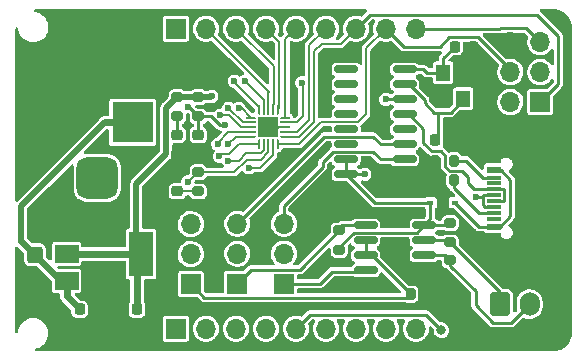
<source format=gbr>
%TF.GenerationSoftware,KiCad,Pcbnew,(6.0.9)*%
%TF.CreationDate,2023-05-25T18:46:17+02:00*%
%TF.ProjectId,tiny1616_dev_board,74696e79-3136-4313-965f-6465765f626f,rev?*%
%TF.SameCoordinates,Original*%
%TF.FileFunction,Copper,L1,Top*%
%TF.FilePolarity,Positive*%
%FSLAX46Y46*%
G04 Gerber Fmt 4.6, Leading zero omitted, Abs format (unit mm)*
G04 Created by KiCad (PCBNEW (6.0.9)) date 2023-05-25 18:46:17*
%MOMM*%
%LPD*%
G01*
G04 APERTURE LIST*
G04 Aperture macros list*
%AMRoundRect*
0 Rectangle with rounded corners*
0 $1 Rounding radius*
0 $2 $3 $4 $5 $6 $7 $8 $9 X,Y pos of 4 corners*
0 Add a 4 corners polygon primitive as box body*
4,1,4,$2,$3,$4,$5,$6,$7,$8,$9,$2,$3,0*
0 Add four circle primitives for the rounded corners*
1,1,$1+$1,$2,$3*
1,1,$1+$1,$4,$5*
1,1,$1+$1,$6,$7*
1,1,$1+$1,$8,$9*
0 Add four rect primitives between the rounded corners*
20,1,$1+$1,$2,$3,$4,$5,0*
20,1,$1+$1,$4,$5,$6,$7,0*
20,1,$1+$1,$6,$7,$8,$9,0*
20,1,$1+$1,$8,$9,$2,$3,0*%
%AMFreePoly0*
4,1,14,0.334644,0.085355,0.385355,0.034644,0.400000,-0.000711,0.400000,-0.050000,0.385355,-0.085355,0.350000,-0.100000,-0.350000,-0.100000,-0.385355,-0.085355,-0.400000,-0.050000,-0.400000,0.050000,-0.385355,0.085355,-0.350000,0.100000,0.299289,0.100000,0.334644,0.085355,0.334644,0.085355,$1*%
%AMFreePoly1*
4,1,14,0.385355,0.085355,0.400000,0.050000,0.400000,0.000711,0.385355,-0.034644,0.334644,-0.085355,0.299289,-0.100000,-0.350000,-0.100000,-0.385355,-0.085355,-0.400000,-0.050000,-0.400000,0.050000,-0.385355,0.085355,-0.350000,0.100000,0.350000,0.100000,0.385355,0.085355,0.385355,0.085355,$1*%
%AMFreePoly2*
4,1,14,0.085355,0.385355,0.100000,0.350000,0.100000,-0.350000,0.085355,-0.385355,0.050000,-0.400000,-0.050000,-0.400000,-0.085355,-0.385355,-0.100000,-0.350000,-0.100000,0.299289,-0.085355,0.334644,-0.034644,0.385355,0.000711,0.400000,0.050000,0.400000,0.085355,0.385355,0.085355,0.385355,$1*%
%AMFreePoly3*
4,1,14,0.034644,0.385355,0.085355,0.334644,0.100000,0.299289,0.100000,-0.350000,0.085355,-0.385355,0.050000,-0.400000,-0.050000,-0.400000,-0.085355,-0.385355,-0.100000,-0.350000,-0.100000,0.350000,-0.085355,0.385355,-0.050000,0.400000,-0.000711,0.400000,0.034644,0.385355,0.034644,0.385355,$1*%
%AMFreePoly4*
4,1,14,0.385355,0.085355,0.400000,0.050000,0.400000,-0.050000,0.385355,-0.085355,0.350000,-0.100000,-0.299289,-0.100000,-0.334644,-0.085355,-0.385355,-0.034644,-0.400000,0.000711,-0.400000,0.050000,-0.385355,0.085355,-0.350000,0.100000,0.350000,0.100000,0.385355,0.085355,0.385355,0.085355,$1*%
%AMFreePoly5*
4,1,14,0.385355,0.085355,0.400000,0.050000,0.400000,-0.050000,0.385355,-0.085355,0.350000,-0.100000,-0.350000,-0.100000,-0.385355,-0.085355,-0.400000,-0.050000,-0.400000,-0.000711,-0.385355,0.034644,-0.334644,0.085355,-0.299289,0.100000,0.350000,0.100000,0.385355,0.085355,0.385355,0.085355,$1*%
%AMFreePoly6*
4,1,14,0.085355,0.385355,0.100000,0.350000,0.100000,-0.299289,0.085355,-0.334644,0.034644,-0.385355,-0.000711,-0.400000,-0.050000,-0.400000,-0.085355,-0.385355,-0.100000,-0.350000,-0.100000,0.350000,-0.085355,0.385355,-0.050000,0.400000,0.050000,0.400000,0.085355,0.385355,0.085355,0.385355,$1*%
%AMFreePoly7*
4,1,14,0.085355,0.385355,0.100000,0.350000,0.100000,-0.350000,0.085355,-0.385355,0.050000,-0.400000,0.000711,-0.400000,-0.034644,-0.385355,-0.085355,-0.334644,-0.100000,-0.299289,-0.100000,0.350000,-0.085355,0.385355,-0.050000,0.400000,0.050000,0.400000,0.085355,0.385355,0.085355,0.385355,$1*%
G04 Aperture macros list end*
%TA.AperFunction,SMDPad,CuDef*%
%ADD10R,0.600000X0.450000*%
%TD*%
%TA.AperFunction,SMDPad,CuDef*%
%ADD11R,1.160000X0.600000*%
%TD*%
%TA.AperFunction,SMDPad,CuDef*%
%ADD12R,1.160000X0.300000*%
%TD*%
%TA.AperFunction,ComponentPad*%
%ADD13O,2.000000X0.900000*%
%TD*%
%TA.AperFunction,ComponentPad*%
%ADD14O,1.700000X0.900000*%
%TD*%
%TA.AperFunction,SMDPad,CuDef*%
%ADD15RoundRect,0.200000X-0.200000X-0.275000X0.200000X-0.275000X0.200000X0.275000X-0.200000X0.275000X0*%
%TD*%
%TA.AperFunction,SMDPad,CuDef*%
%ADD16R,1.200000X1.400000*%
%TD*%
%TA.AperFunction,SMDPad,CuDef*%
%ADD17RoundRect,0.218750X-0.256250X0.218750X-0.256250X-0.218750X0.256250X-0.218750X0.256250X0.218750X0*%
%TD*%
%TA.AperFunction,SMDPad,CuDef*%
%ADD18R,2.000000X1.500000*%
%TD*%
%TA.AperFunction,SMDPad,CuDef*%
%ADD19R,2.000000X3.800000*%
%TD*%
%TA.AperFunction,ComponentPad*%
%ADD20R,1.700000X1.700000*%
%TD*%
%TA.AperFunction,ComponentPad*%
%ADD21O,1.700000X1.700000*%
%TD*%
%TA.AperFunction,SMDPad,CuDef*%
%ADD22RoundRect,0.200000X0.275000X-0.200000X0.275000X0.200000X-0.275000X0.200000X-0.275000X-0.200000X0*%
%TD*%
%TA.AperFunction,SMDPad,CuDef*%
%ADD23RoundRect,0.200000X-0.275000X0.200000X-0.275000X-0.200000X0.275000X-0.200000X0.275000X0.200000X0*%
%TD*%
%TA.AperFunction,SMDPad,CuDef*%
%ADD24RoundRect,0.225000X0.225000X0.250000X-0.225000X0.250000X-0.225000X-0.250000X0.225000X-0.250000X0*%
%TD*%
%TA.AperFunction,SMDPad,CuDef*%
%ADD25RoundRect,0.225000X-0.250000X0.225000X-0.250000X-0.225000X0.250000X-0.225000X0.250000X0.225000X0*%
%TD*%
%TA.AperFunction,ComponentPad*%
%ADD26R,3.500000X3.500000*%
%TD*%
%TA.AperFunction,ComponentPad*%
%ADD27RoundRect,0.750000X-0.750000X-1.000000X0.750000X-1.000000X0.750000X1.000000X-0.750000X1.000000X0*%
%TD*%
%TA.AperFunction,ComponentPad*%
%ADD28RoundRect,0.875000X-0.875000X-0.875000X0.875000X-0.875000X0.875000X0.875000X-0.875000X0.875000X0*%
%TD*%
%TA.AperFunction,SMDPad,CuDef*%
%ADD29RoundRect,0.200000X0.200000X0.275000X-0.200000X0.275000X-0.200000X-0.275000X0.200000X-0.275000X0*%
%TD*%
%TA.AperFunction,SMDPad,CuDef*%
%ADD30RoundRect,0.150000X0.825000X0.150000X-0.825000X0.150000X-0.825000X-0.150000X0.825000X-0.150000X0*%
%TD*%
%TA.AperFunction,SMDPad,CuDef*%
%ADD31RoundRect,0.218750X0.256250X-0.218750X0.256250X0.218750X-0.256250X0.218750X-0.256250X-0.218750X0*%
%TD*%
%TA.AperFunction,SMDPad,CuDef*%
%ADD32RoundRect,0.225000X-0.225000X-0.250000X0.225000X-0.250000X0.225000X0.250000X-0.225000X0.250000X0*%
%TD*%
%TA.AperFunction,ComponentPad*%
%ADD33RoundRect,0.250000X-0.600000X-0.750000X0.600000X-0.750000X0.600000X0.750000X-0.600000X0.750000X0*%
%TD*%
%TA.AperFunction,ComponentPad*%
%ADD34O,1.700000X2.000000*%
%TD*%
%TA.AperFunction,SMDPad,CuDef*%
%ADD35FreePoly0,180.000000*%
%TD*%
%TA.AperFunction,SMDPad,CuDef*%
%ADD36RoundRect,0.050000X0.350000X0.050000X-0.350000X0.050000X-0.350000X-0.050000X0.350000X-0.050000X0*%
%TD*%
%TA.AperFunction,SMDPad,CuDef*%
%ADD37FreePoly1,180.000000*%
%TD*%
%TA.AperFunction,SMDPad,CuDef*%
%ADD38FreePoly2,180.000000*%
%TD*%
%TA.AperFunction,SMDPad,CuDef*%
%ADD39RoundRect,0.050000X0.050000X0.350000X-0.050000X0.350000X-0.050000X-0.350000X0.050000X-0.350000X0*%
%TD*%
%TA.AperFunction,SMDPad,CuDef*%
%ADD40FreePoly3,180.000000*%
%TD*%
%TA.AperFunction,SMDPad,CuDef*%
%ADD41FreePoly4,180.000000*%
%TD*%
%TA.AperFunction,SMDPad,CuDef*%
%ADD42FreePoly5,180.000000*%
%TD*%
%TA.AperFunction,SMDPad,CuDef*%
%ADD43FreePoly6,180.000000*%
%TD*%
%TA.AperFunction,SMDPad,CuDef*%
%ADD44FreePoly7,180.000000*%
%TD*%
%TA.AperFunction,SMDPad,CuDef*%
%ADD45R,1.700000X1.700000*%
%TD*%
%TA.AperFunction,SMDPad,CuDef*%
%ADD46RoundRect,0.250000X0.425000X-0.450000X0.425000X0.450000X-0.425000X0.450000X-0.425000X-0.450000X0*%
%TD*%
%TA.AperFunction,SMDPad,CuDef*%
%ADD47RoundRect,0.150000X-0.825000X-0.150000X0.825000X-0.150000X0.825000X0.150000X-0.825000X0.150000X0*%
%TD*%
%TA.AperFunction,ViaPad*%
%ADD48C,0.600000*%
%TD*%
%TA.AperFunction,ViaPad*%
%ADD49C,0.800000*%
%TD*%
%TA.AperFunction,Conductor*%
%ADD50C,0.600000*%
%TD*%
%TA.AperFunction,Conductor*%
%ADD51C,0.500000*%
%TD*%
%TA.AperFunction,Conductor*%
%ADD52C,0.200000*%
%TD*%
%TA.AperFunction,Conductor*%
%ADD53C,0.250000*%
%TD*%
G04 APERTURE END LIST*
D10*
%TO.P,D2,1,K*%
%TO.N,+5V*%
X120870000Y-53340000D03*
%TO.P,D2,2,A*%
%TO.N,Net-(D2-Pad2)*%
X122970000Y-53340000D03*
%TD*%
D11*
%TO.P,J2,A1,GND*%
%TO.N,GND*%
X126217200Y-56159000D03*
%TO.P,J2,A4,VBUS*%
%TO.N,Net-(D2-Pad2)*%
X126217200Y-55359000D03*
D12*
%TO.P,J2,A5,CC1*%
%TO.N,Net-(J2-PadA5)*%
X126217200Y-54209000D03*
%TO.P,J2,A6,D+*%
%TO.N,Net-(J2-PadA6)*%
X126217200Y-53209000D03*
%TO.P,J2,A7,D-*%
%TO.N,Net-(J2-PadA7)*%
X126217200Y-52709000D03*
%TO.P,J2,A8,SBU1*%
%TO.N,unconnected-(J2-PadA8)*%
X126217200Y-51709000D03*
D11*
%TO.P,J2,A9,VBUS*%
%TO.N,Net-(D2-Pad2)*%
X126217200Y-50559000D03*
%TO.P,J2,A12,GND*%
%TO.N,GND*%
X126217200Y-49759000D03*
%TO.P,J2,B1,GND*%
X126217200Y-49759000D03*
%TO.P,J2,B4,VBUS*%
%TO.N,Net-(D2-Pad2)*%
X126217200Y-50559000D03*
D12*
%TO.P,J2,B5,CC2*%
%TO.N,Net-(J2-PadB5)*%
X126217200Y-51209000D03*
%TO.P,J2,B6,D+*%
%TO.N,Net-(J2-PadA6)*%
X126217200Y-52209000D03*
%TO.P,J2,B7,D-*%
%TO.N,Net-(J2-PadA7)*%
X126217200Y-53709000D03*
%TO.P,J2,B8,SBU2*%
%TO.N,unconnected-(J2-PadB8)*%
X126217200Y-54709000D03*
D11*
%TO.P,J2,B9,VBUS*%
%TO.N,Net-(D2-Pad2)*%
X126217200Y-55359000D03*
%TO.P,J2,B12,GND*%
%TO.N,GND*%
X126217200Y-56159000D03*
D13*
%TO.P,J2,S1,SHIELD*%
X126797200Y-57279000D03*
D14*
X130967200Y-57279000D03*
X130967200Y-48639000D03*
D13*
X126797200Y-48639000D03*
%TD*%
D15*
%TO.P,R5,1*%
%TO.N,/RS_DE*%
X119190000Y-61087000D03*
%TO.P,R5,2*%
%TO.N,GND*%
X120840000Y-61087000D03*
%TD*%
D16*
%TO.P,Y1,1,1*%
%TO.N,/CH_XO*%
X121959000Y-42334000D03*
%TO.P,Y1,2,2*%
%TO.N,GND*%
X121959000Y-44534000D03*
%TO.P,Y1,3,3*%
%TO.N,/CH_XI*%
X123659000Y-44534000D03*
%TO.P,Y1,4,4*%
%TO.N,GND*%
X123659000Y-42334000D03*
%TD*%
D17*
%TO.P,D3,1,K*%
%TO.N,GND*%
X99441000Y-50800000D03*
%TO.P,D3,2,A*%
%TO.N,Net-(D3-Pad2)*%
X99441000Y-52375000D03*
%TD*%
D18*
%TO.P,U1,1,GND*%
%TO.N,GND*%
X90068000Y-55383400D03*
%TO.P,U1,2,VO*%
%TO.N,+5V*%
X90068000Y-57683400D03*
D19*
X96368000Y-57683400D03*
D18*
%TO.P,U1,3,VI*%
%TO.N,+12V*%
X90068000Y-59983400D03*
%TD*%
D20*
%TO.P,J5,1,Pin_1*%
%TO.N,/PB0_SW_O*%
X99324000Y-38608000D03*
D21*
%TO.P,J5,2,Pin_2*%
%TO.N,/PA7*%
X101864000Y-38608000D03*
%TO.P,J5,3,Pin_3*%
%TO.N,/PA6*%
X104404000Y-38608000D03*
%TO.P,J5,4,Pin_4*%
%TO.N,/PA5*%
X106944000Y-38608000D03*
%TO.P,J5,5,Pin_5*%
%TO.N,/PA4*%
X109484000Y-38608000D03*
%TO.P,J5,6,Pin_6*%
%TO.N,/PA3*%
X112024000Y-38608000D03*
%TO.P,J5,7,Pin_7*%
%TO.N,/PA2*%
X114564000Y-38608000D03*
%TO.P,J5,8,Pin_8*%
%TO.N,/PA1*%
X117104000Y-38608000D03*
%TO.P,J5,9,Pin_9*%
%TO.N,/PA0*%
X119644000Y-38608000D03*
%TD*%
D22*
%TO.P,R4,1*%
%TO.N,+5V*%
X113157000Y-57340000D03*
%TO.P,R4,2*%
%TO.N,/RS_DO*%
X113157000Y-55690000D03*
%TD*%
D23*
%TO.P,R7,1*%
%TO.N,+5V*%
X101219000Y-44387000D03*
%TO.P,R7,2*%
%TO.N,/PA0*%
X101219000Y-46037000D03*
%TD*%
D24*
%TO.P,C3,1*%
%TO.N,+5V*%
X96025000Y-62357000D03*
%TO.P,C3,2*%
%TO.N,GND*%
X94475000Y-62357000D03*
%TD*%
D20*
%TO.P,J6,1,Pin_1*%
%TO.N,/PC3*%
X99324000Y-64008000D03*
D21*
%TO.P,J6,2,Pin_2*%
%TO.N,/PC2*%
X101864000Y-64008000D03*
%TO.P,J6,3,Pin_3*%
%TO.N,/PC1*%
X104404000Y-64008000D03*
%TO.P,J6,4,Pin_4*%
%TO.N,/PC0*%
X106944000Y-64008000D03*
%TO.P,J6,5,Pin_5*%
%TO.N,/PB5*%
X109484000Y-64008000D03*
%TO.P,J6,6,Pin_6*%
%TO.N,/PB4*%
X112024000Y-64008000D03*
%TO.P,J6,7,Pin_7*%
%TO.N,/PB3*%
X114564000Y-64008000D03*
%TO.P,J6,8,Pin_8*%
%TO.N,/PB2*%
X117104000Y-64008000D03*
%TO.P,J6,9,Pin_9*%
%TO.N,/PB1*%
X119644000Y-64008000D03*
%TD*%
D24*
%TO.P,C5,1*%
%TO.N,GND*%
X122822000Y-48006000D03*
%TO.P,C5,2*%
%TO.N,/CH_XI*%
X121272000Y-48006000D03*
%TD*%
D23*
%TO.P,R8,1*%
%TO.N,+5V*%
X122555000Y-55055000D03*
%TO.P,R8,2*%
%TO.N,Net-(J4-Pad1)*%
X122555000Y-56705000D03*
%TD*%
D24*
%TO.P,C6,1*%
%TO.N,GND*%
X124473000Y-40132000D03*
%TO.P,C6,2*%
%TO.N,/CH_XO*%
X122923000Y-40132000D03*
%TD*%
D25*
%TO.P,C4,1*%
%TO.N,/PA0*%
X101219000Y-47612000D03*
%TO.P,C4,2*%
%TO.N,GND*%
X101219000Y-49162000D03*
%TD*%
D26*
%TO.P,J1,1*%
%TO.N,+12V*%
X95662000Y-46540500D03*
D27*
%TO.P,J1,2*%
%TO.N,GND*%
X89662000Y-46540500D03*
D28*
%TO.P,J1,3*%
%TO.N,N/C*%
X92662000Y-51240500D03*
%TD*%
D29*
%TO.P,R2,1*%
%TO.N,Net-(J2-PadB5)*%
X122872000Y-49784000D03*
%TO.P,R2,2*%
%TO.N,GND*%
X121222000Y-49784000D03*
%TD*%
%TO.P,R3,1*%
%TO.N,Net-(J2-PadA5)*%
X122872000Y-51435000D03*
%TO.P,R3,2*%
%TO.N,GND*%
X121222000Y-51435000D03*
%TD*%
D30*
%TO.P,U3,1,GND*%
%TO.N,GND*%
X118680000Y-50927000D03*
%TO.P,U3,2,TXD*%
%TO.N,/CH_TXD*%
X118680000Y-49657000D03*
%TO.P,U3,3,RXD*%
%TO.N,/CH_RXD*%
X118680000Y-48387000D03*
%TO.P,U3,4,V3*%
%TO.N,unconnected-(U3-Pad4)*%
X118680000Y-47117000D03*
%TO.P,U3,5,UD+*%
%TO.N,Net-(J2-PadA6)*%
X118680000Y-45847000D03*
%TO.P,U3,6,UD-*%
%TO.N,Net-(J2-PadA7)*%
X118680000Y-44577000D03*
%TO.P,U3,7,XI*%
%TO.N,/CH_XI*%
X118680000Y-43307000D03*
%TO.P,U3,8,XO*%
%TO.N,/CH_XO*%
X118680000Y-42037000D03*
%TO.P,U3,9,~{CTS}*%
%TO.N,unconnected-(U3-Pad9)*%
X113730000Y-42037000D03*
%TO.P,U3,10,~{DSR}*%
%TO.N,unconnected-(U3-Pad10)*%
X113730000Y-43307000D03*
%TO.P,U3,11,~{RI}*%
%TO.N,unconnected-(U3-Pad11)*%
X113730000Y-44577000D03*
%TO.P,U3,12,~{DCD}*%
%TO.N,unconnected-(U3-Pad12)*%
X113730000Y-45847000D03*
%TO.P,U3,13,~{DTR}*%
%TO.N,unconnected-(U3-Pad13)*%
X113730000Y-47117000D03*
%TO.P,U3,14,~{RTS}*%
%TO.N,unconnected-(U3-Pad14)*%
X113730000Y-48387000D03*
%TO.P,U3,15,R232*%
%TO.N,+5V*%
X113730000Y-49657000D03*
%TO.P,U3,16,VCC*%
X113730000Y-50927000D03*
%TD*%
D20*
%TO.P,JP2,1,A*%
%TO.N,/RS_DO*%
X104521000Y-60198000D03*
D21*
%TO.P,JP2,2,C*%
%TO.N,/PB3*%
X104521000Y-57658000D03*
%TO.P,JP2,3,B*%
%TO.N,/CH_RXD*%
X104521000Y-55118000D03*
%TD*%
D20*
%TO.P,J3,1,Pin_1*%
%TO.N,/PA2*%
X130180000Y-44816000D03*
D21*
%TO.P,J3,2,Pin_2*%
%TO.N,+5V*%
X127640000Y-44816000D03*
%TO.P,J3,3,Pin_3*%
%TO.N,/PA3*%
X130180000Y-42276000D03*
%TO.P,J3,4,Pin_4*%
%TO.N,/PA1*%
X127640000Y-42276000D03*
%TO.P,J3,5,Pin_5*%
%TO.N,/PA0*%
X130180000Y-39736000D03*
%TO.P,J3,6,Pin_6*%
%TO.N,GND*%
X127640000Y-39736000D03*
%TD*%
D20*
%TO.P,JP1,1,A*%
%TO.N,/RS_DI*%
X108458000Y-60198000D03*
D21*
%TO.P,JP1,2,C*%
%TO.N,/PB2*%
X108458000Y-57658000D03*
%TO.P,JP1,3,B*%
%TO.N,/CH_TXD*%
X108458000Y-55118000D03*
%TD*%
D23*
%TO.P,R1,1*%
%TO.N,+5V*%
X99441000Y-44387000D03*
%TO.P,R1,2*%
%TO.N,Net-(D1-Pad2)*%
X99441000Y-46037000D03*
%TD*%
D31*
%TO.P,D1,1,K*%
%TO.N,GND*%
X99441000Y-49174500D03*
%TO.P,D1,2,A*%
%TO.N,Net-(D1-Pad2)*%
X99441000Y-47599500D03*
%TD*%
D32*
%TO.P,C2,1*%
%TO.N,+12V*%
X91173000Y-62357000D03*
%TO.P,C2,2*%
%TO.N,GND*%
X92723000Y-62357000D03*
%TD*%
D23*
%TO.P,R9,1*%
%TO.N,Net-(J4-Pad2)*%
X122555000Y-58230000D03*
%TO.P,R9,2*%
%TO.N,GND*%
X122555000Y-59880000D03*
%TD*%
%TO.P,R6,1*%
%TO.N,/PC3*%
X101219000Y-50737000D03*
%TO.P,R6,2*%
%TO.N,Net-(D3-Pad2)*%
X101219000Y-52387000D03*
%TD*%
D33*
%TO.P,J4,1,Pin_1*%
%TO.N,Net-(J4-Pad1)*%
X126766000Y-61930000D03*
D34*
%TO.P,J4,2,Pin_2*%
%TO.N,Net-(J4-Pad2)*%
X129266000Y-61930000D03*
%TD*%
D20*
%TO.P,JP3,1,A*%
%TO.N,/RS_DE*%
X100584000Y-60233800D03*
D21*
%TO.P,JP3,2,C*%
%TO.N,/PB0*%
X100584000Y-57693800D03*
%TO.P,JP3,3,B*%
%TO.N,/PB0_SW_O*%
X100584000Y-55153800D03*
%TD*%
D35*
%TO.P,U2,1,PA2*%
%TO.N,/PA2*%
X108594000Y-47746000D03*
D36*
%TO.P,U2,2,PA3*%
%TO.N,/PA3*%
X108594000Y-47346000D03*
%TO.P,U2,3,GND*%
%TO.N,GND*%
X108594000Y-46946000D03*
%TO.P,U2,4,VCC*%
%TO.N,+5V*%
X108594000Y-46546000D03*
D37*
%TO.P,U2,5,PA4*%
%TO.N,/PA4*%
X108594000Y-46146000D03*
D38*
%TO.P,U2,6,PA5*%
%TO.N,/PA5*%
X107944000Y-45496000D03*
D39*
%TO.P,U2,7,PA6*%
%TO.N,/PA6*%
X107544000Y-45496000D03*
%TO.P,U2,8,PA7*%
%TO.N,/PA7*%
X107144000Y-45496000D03*
%TO.P,U2,9,PB5*%
%TO.N,/PB5*%
X106744000Y-45496000D03*
D40*
%TO.P,U2,10,PB4*%
%TO.N,/PB4*%
X106344000Y-45496000D03*
D41*
%TO.P,U2,11,PB3*%
%TO.N,/PB3*%
X105694000Y-46146000D03*
D36*
%TO.P,U2,12,PB2*%
%TO.N,/PB2*%
X105694000Y-46546000D03*
%TO.P,U2,13,PB1*%
%TO.N,/PB1*%
X105694000Y-46946000D03*
%TO.P,U2,14,PB0*%
%TO.N,/PB0*%
X105694000Y-47346000D03*
D42*
%TO.P,U2,15,PC0*%
%TO.N,/PC0*%
X105694000Y-47746000D03*
D43*
%TO.P,U2,16,PC1*%
%TO.N,/PC1*%
X106344000Y-48396000D03*
D39*
%TO.P,U2,17,PC2*%
%TO.N,/PC2*%
X106744000Y-48396000D03*
%TO.P,U2,18,PC3*%
%TO.N,/PC3*%
X107144000Y-48396000D03*
%TO.P,U2,19,~{RESET}/PA0*%
%TO.N,/PA0*%
X107544000Y-48396000D03*
D44*
%TO.P,U2,20,PA1*%
%TO.N,/PA1*%
X107944000Y-48396000D03*
D45*
%TO.P,U2,21,GND*%
%TO.N,GND*%
X107144000Y-46946000D03*
%TD*%
D46*
%TO.P,C1,1*%
%TO.N,+12V*%
X87376000Y-57738000D03*
%TO.P,C1,2*%
%TO.N,GND*%
X87376000Y-55038000D03*
%TD*%
D47*
%TO.P,U4,1,RO*%
%TO.N,/RS_DO*%
X115381000Y-55245000D03*
%TO.P,U4,2,~{RE}*%
%TO.N,/RS_DE*%
X115381000Y-56515000D03*
%TO.P,U4,3,DE*%
X115381000Y-57785000D03*
%TO.P,U4,4,DI*%
%TO.N,/RS_DI*%
X115381000Y-59055000D03*
%TO.P,U4,5,GND*%
%TO.N,GND*%
X120331000Y-59055000D03*
%TO.P,U4,6,A*%
%TO.N,Net-(J4-Pad2)*%
X120331000Y-57785000D03*
%TO.P,U4,7,B*%
%TO.N,Net-(J4-Pad1)*%
X120331000Y-56515000D03*
%TO.P,U4,8,VCC*%
%TO.N,+5V*%
X120331000Y-55245000D03*
%TD*%
D48*
%TO.N,GND*%
X97993200Y-52197000D03*
X104267000Y-53086000D03*
X89916000Y-53213000D03*
X116586000Y-43180000D03*
X113157000Y-58420000D03*
X89916000Y-52324000D03*
X106680000Y-46482000D03*
X97993200Y-53086000D03*
X115697000Y-60452000D03*
X108458000Y-62484000D03*
X110363000Y-56007000D03*
X105156000Y-53086000D03*
X96647000Y-38862000D03*
X105156000Y-52197000D03*
X107569000Y-62484000D03*
X107569000Y-46482000D03*
X104267000Y-52197000D03*
X100330000Y-50038000D03*
X111887000Y-43053000D03*
X95758000Y-38862000D03*
X95758000Y-39751000D03*
X97104200Y-52197000D03*
X97104200Y-53086000D03*
X111252000Y-56007000D03*
X89027000Y-53213000D03*
X100330000Y-49149000D03*
X110363000Y-55118000D03*
X106680000Y-47371000D03*
X111252000Y-55118000D03*
X107569000Y-47371000D03*
X96647000Y-39751000D03*
X89027000Y-52324000D03*
%TO.N,+5V*%
X109982000Y-43180000D03*
X115316000Y-50927000D03*
X102362000Y-44323000D03*
%TO.N,/PA0*%
X103479600Y-46786800D03*
X105511600Y-50393600D03*
X100330000Y-45212000D03*
%TO.N,Net-(J2-PadA7)*%
X124714000Y-52832000D03*
X117094000Y-44577000D03*
%TO.N,/PC3*%
X100330000Y-51562000D03*
%TO.N,/PC2*%
X103759000Y-49784000D03*
%TO.N,/PC1*%
X102997000Y-49403000D03*
%TO.N,/PC0*%
X103759000Y-48387000D03*
D49*
%TO.N,/PB5*%
X121793000Y-64135000D03*
D48*
X105156000Y-43053000D03*
%TO.N,/PB4*%
X104267000Y-43053000D03*
%TO.N,/PB3*%
X104648000Y-45339000D03*
%TO.N,/PB2*%
X103759000Y-45339000D03*
%TO.N,/PB1*%
X103073200Y-45923200D03*
%TO.N,/PB0*%
X102870000Y-48387000D03*
%TD*%
D50*
%TO.N,+12V*%
X87376000Y-57738000D02*
X89621400Y-59983400D01*
X95662000Y-46540500D02*
X93312000Y-46540500D01*
D51*
X93312000Y-46540500D02*
X86201000Y-53651500D01*
D50*
X86201000Y-56563000D02*
X87376000Y-57738000D01*
X90068000Y-61252000D02*
X91173000Y-62357000D01*
X90068000Y-59983400D02*
X90068000Y-61252000D01*
X89621400Y-59983400D02*
X90068000Y-59983400D01*
D51*
X86201000Y-53651500D02*
X86201000Y-56563000D01*
D52*
%TO.N,GND*%
X108594000Y-46946000D02*
X107144000Y-46946000D01*
D53*
%TO.N,+5V*%
X113730000Y-49657000D02*
X113730000Y-50927000D01*
D51*
X95947800Y-57263200D02*
X96368000Y-57683400D01*
X99441000Y-44387000D02*
X98516000Y-45312000D01*
D53*
X120870000Y-54706000D02*
X120331000Y-55245000D01*
X122365000Y-55245000D02*
X122555000Y-55055000D01*
D51*
X102298000Y-44387000D02*
X102362000Y-44323000D01*
D50*
X96025000Y-58026400D02*
X96368000Y-57683400D01*
D53*
X113730000Y-50927000D02*
X115316000Y-50927000D01*
X119696000Y-55880000D02*
X120331000Y-55245000D01*
X113730000Y-50927000D02*
X116143000Y-53340000D01*
X120331000Y-55245000D02*
X122365000Y-55245000D01*
X120870000Y-53340000D02*
X120870000Y-54706000D01*
X114369249Y-55880000D02*
X119696000Y-55880000D01*
X116143000Y-53340000D02*
X120870000Y-53340000D01*
D52*
X110055000Y-46028000D02*
X110055000Y-43253000D01*
D50*
X90068000Y-57683400D02*
X96368000Y-57683400D01*
D53*
X113157000Y-57340000D02*
X113157000Y-57092249D01*
D50*
X96025000Y-62357000D02*
X96025000Y-58026400D01*
D51*
X95947800Y-51778600D02*
X95947800Y-57263200D01*
X99441000Y-44387000D02*
X101219000Y-44387000D01*
D52*
X110055000Y-43253000D02*
X109982000Y-43180000D01*
D51*
X98516000Y-45312000D02*
X98516000Y-49210400D01*
X98516000Y-49210400D02*
X95947800Y-51778600D01*
D52*
X109537000Y-46546000D02*
X110055000Y-46028000D01*
X108594000Y-46546000D02*
X109537000Y-46546000D01*
D51*
X101219000Y-44387000D02*
X102298000Y-44387000D01*
D53*
X113157000Y-57092249D02*
X114369249Y-55880000D01*
%TO.N,/PA0*%
X100330000Y-45212000D02*
X100394000Y-45212000D01*
X126793000Y-38561000D02*
X129005000Y-38561000D01*
D52*
X107544000Y-48396000D02*
X107544000Y-49326400D01*
D53*
X101219000Y-46037000D02*
X102272600Y-46037000D01*
X119644000Y-38608000D02*
X126746000Y-38608000D01*
X100394000Y-45212000D02*
X101219000Y-46037000D01*
X102272600Y-46037000D02*
X103022400Y-46786800D01*
D52*
X107544000Y-49326400D02*
X106476800Y-50393600D01*
D53*
X103022400Y-46786800D02*
X103479600Y-46786800D01*
X126746000Y-38608000D02*
X126793000Y-38561000D01*
X129005000Y-38561000D02*
X130180000Y-39736000D01*
D52*
X106476800Y-50393600D02*
X105511600Y-50393600D01*
D53*
X101219000Y-46037000D02*
X101219000Y-47612000D01*
%TO.N,/CH_XI*%
X122574000Y-45719000D02*
X123659000Y-44634000D01*
X121194000Y-45719000D02*
X121555000Y-45719000D01*
X119056751Y-43307000D02*
X120396000Y-44646249D01*
X121555000Y-45719000D02*
X122574000Y-45719000D01*
X121555000Y-47723000D02*
X121272000Y-48006000D01*
X120396000Y-44921000D02*
X121194000Y-45719000D01*
X123659000Y-44634000D02*
X123659000Y-44534000D01*
X118680000Y-43307000D02*
X119056751Y-43307000D01*
X118680000Y-43307000D02*
X119143000Y-43307000D01*
X120396000Y-44646249D02*
X120396000Y-44921000D01*
X121555000Y-45719000D02*
X121555000Y-47723000D01*
%TO.N,/CH_XO*%
X122923000Y-40132000D02*
X121959000Y-41096000D01*
X121959000Y-41096000D02*
X121959000Y-42334000D01*
X120269000Y-42037000D02*
X118680000Y-42037000D01*
X120566000Y-42334000D02*
X120269000Y-42037000D01*
X121959000Y-42334000D02*
X120566000Y-42334000D01*
%TO.N,Net-(D1-Pad2)*%
X99441000Y-46037000D02*
X99441000Y-47599500D01*
%TO.N,Net-(D2-Pad2)*%
X122970000Y-53340000D02*
X124989000Y-55359000D01*
X126759000Y-55359000D02*
X126217200Y-55359000D01*
X126812604Y-50559000D02*
X127635000Y-51381396D01*
X126217200Y-50559000D02*
X126812604Y-50559000D01*
X127635000Y-54483000D02*
X126759000Y-55359000D01*
X127635000Y-51381396D02*
X127635000Y-54483000D01*
X124989000Y-55359000D02*
X126217200Y-55359000D01*
D52*
%TO.N,Net-(D3-Pad2)*%
X101207000Y-52375000D02*
X101219000Y-52387000D01*
X99441000Y-52375000D02*
X101207000Y-52375000D01*
D53*
%TO.N,Net-(J2-PadA5)*%
X125014000Y-54209000D02*
X122872000Y-52067000D01*
X122872000Y-52067000D02*
X122872000Y-51435000D01*
X126217200Y-54209000D02*
X125014000Y-54209000D01*
%TO.N,Net-(J2-PadA6)*%
X120269000Y-48255817D02*
X120997183Y-48984000D01*
X125234000Y-52209000D02*
X126217200Y-52209000D01*
X124079000Y-51181000D02*
X124079000Y-51689000D01*
X127097200Y-52209000D02*
X127122200Y-52234000D01*
X126217200Y-52209000D02*
X127097200Y-52209000D01*
X127122200Y-52234000D02*
X127122200Y-53184000D01*
X127097200Y-53209000D02*
X126217200Y-53209000D01*
X120997183Y-48984000D02*
X121728000Y-48984000D01*
X121728000Y-48984000D02*
X122147000Y-49403000D01*
X124079000Y-51689000D02*
X124587000Y-52197000D01*
X127122200Y-53184000D02*
X127097200Y-53209000D01*
X123533000Y-50635000D02*
X124079000Y-51181000D01*
X118680000Y-45847000D02*
X119056751Y-45847000D01*
X124587000Y-52197000D02*
X125222000Y-52197000D01*
X122505538Y-50635000D02*
X123533000Y-50635000D01*
X119056751Y-45847000D02*
X120269000Y-47059249D01*
X122147000Y-50276462D02*
X122505538Y-50635000D01*
X125222000Y-52197000D02*
X125234000Y-52209000D01*
X122147000Y-49403000D02*
X122147000Y-50276462D01*
X120269000Y-47059249D02*
X120269000Y-48255817D01*
%TO.N,Net-(J2-PadA7)*%
X125312200Y-53547604D02*
X125473596Y-53709000D01*
X126217200Y-52709000D02*
X125337200Y-52709000D01*
X125473596Y-53709000D02*
X126217200Y-53709000D01*
X125312200Y-52734000D02*
X125312200Y-53547604D01*
X125337200Y-52709000D02*
X125312200Y-52734000D01*
X118680000Y-44577000D02*
X117094000Y-44577000D01*
X124714000Y-52832000D02*
X125214200Y-52832000D01*
X125214200Y-52832000D02*
X125312200Y-52734000D01*
%TO.N,Net-(J2-PadB5)*%
X123912200Y-49784000D02*
X122872000Y-49784000D01*
X125337200Y-51209000D02*
X123912200Y-49784000D01*
X126217200Y-51209000D02*
X125337200Y-51209000D01*
D52*
%TO.N,/PA2*%
X111652000Y-39878000D02*
X113294000Y-39878000D01*
D53*
X131699000Y-43297000D02*
X130180000Y-44816000D01*
D52*
X111017000Y-46480214D02*
X111017000Y-40513000D01*
X113294000Y-39878000D02*
X114564000Y-38608000D01*
X108619000Y-47771000D02*
X109726215Y-47771000D01*
D53*
X115739000Y-37433000D02*
X129889000Y-37433000D01*
X129889000Y-37433000D02*
X131699000Y-39243000D01*
D52*
X108594000Y-47746000D02*
X108619000Y-47771000D01*
D53*
X131699000Y-39243000D02*
X131699000Y-43297000D01*
D52*
X111017000Y-40513000D02*
X111652000Y-39878000D01*
X109726215Y-47771000D02*
X111017000Y-46480214D01*
D53*
X114564000Y-38608000D02*
X115739000Y-37433000D01*
D52*
%TO.N,/PA3*%
X110617000Y-46314529D02*
X109585529Y-47346000D01*
X109585529Y-47346000D02*
X108594000Y-47346000D01*
X112024000Y-38608000D02*
X110617000Y-40015000D01*
X110617000Y-40015000D02*
X110617000Y-46314529D01*
%TO.N,/PA1*%
X109719000Y-48396000D02*
X107944000Y-48396000D01*
D53*
X122470183Y-39332000D02*
X124925817Y-39332000D01*
D52*
X115434000Y-40278000D02*
X115434000Y-45824396D01*
X115434000Y-45824396D02*
X114776396Y-46482000D01*
D53*
X117104000Y-38608000D02*
X118628000Y-40132000D01*
X124925817Y-39332000D02*
X127640000Y-42046183D01*
D52*
X114776396Y-46482000D02*
X111633000Y-46482000D01*
D53*
X121670183Y-40132000D02*
X122470183Y-39332000D01*
D52*
X117104000Y-38608000D02*
X115434000Y-40278000D01*
D53*
X127640000Y-42046183D02*
X127640000Y-42276000D01*
D52*
X111633000Y-46482000D02*
X109719000Y-48396000D01*
D53*
X118628000Y-40132000D02*
X121670183Y-40132000D01*
%TO.N,Net-(J4-Pad1)*%
X120331000Y-56515000D02*
X122365000Y-56515000D01*
X122365000Y-56515000D02*
X122555000Y-56705000D01*
X126766000Y-60916000D02*
X126766000Y-61930000D01*
X122555000Y-56705000D02*
X126766000Y-60916000D01*
%TO.N,Net-(J4-Pad2)*%
X124714000Y-62041173D02*
X126172827Y-63500000D01*
X122110000Y-57785000D02*
X122555000Y-58230000D01*
X122555000Y-58662538D02*
X124714000Y-60821538D01*
X124714000Y-60821538D02*
X124714000Y-62041173D01*
X127696000Y-63500000D02*
X129266000Y-61930000D01*
X120331000Y-57785000D02*
X122110000Y-57785000D01*
X122555000Y-58230000D02*
X122555000Y-58662538D01*
X126172827Y-63500000D02*
X127696000Y-63500000D01*
D52*
%TO.N,/PA7*%
X107144000Y-43976000D02*
X107144000Y-45085000D01*
X101864000Y-38608000D02*
X107188000Y-43932000D01*
X107188000Y-43932000D02*
X107144000Y-43976000D01*
%TO.N,/PA6*%
X107588000Y-44957025D02*
X107544000Y-45001025D01*
X107588000Y-41792000D02*
X107588000Y-44957025D01*
X107544000Y-45001025D02*
X107544000Y-45496000D01*
X104404000Y-38608000D02*
X107588000Y-41792000D01*
%TO.N,/PA5*%
X108077000Y-45363000D02*
X107944000Y-45496000D01*
X106944000Y-38608000D02*
X108077000Y-39741000D01*
X108077000Y-39741000D02*
X108077000Y-45363000D01*
%TO.N,/PA4*%
X108594000Y-39498000D02*
X108594000Y-46121000D01*
X109484000Y-38608000D02*
X108594000Y-39498000D01*
%TO.N,/PC3*%
X107144000Y-49066000D02*
X106518000Y-49692000D01*
X107144000Y-48396000D02*
X107144000Y-49066000D01*
X104260686Y-50737000D02*
X101219000Y-50737000D01*
X106518000Y-49692000D02*
X105305686Y-49692000D01*
X101219000Y-50737000D02*
X101155000Y-50737000D01*
X105305686Y-49692000D02*
X104260686Y-50737000D01*
X101155000Y-50737000D02*
X100330000Y-51562000D01*
%TO.N,/PC2*%
X106744000Y-48890975D02*
X106744000Y-48396000D01*
X104648000Y-49784000D02*
X105283000Y-49149000D01*
X106485975Y-49149000D02*
X106744000Y-48890975D01*
X103759000Y-49784000D02*
X104648000Y-49784000D01*
X105283000Y-49149000D02*
X106485975Y-49149000D01*
%TO.N,/PC1*%
X103216000Y-49184000D02*
X102997000Y-49403000D01*
X103851000Y-49184000D02*
X103216000Y-49184000D01*
X106344000Y-48396000D02*
X104639000Y-48396000D01*
X104639000Y-48396000D02*
X103851000Y-49184000D01*
%TO.N,/PC0*%
X105694000Y-47746000D02*
X105669000Y-47771000D01*
X105669000Y-47771000D02*
X104375000Y-47771000D01*
X104375000Y-47771000D02*
X103759000Y-48387000D01*
D53*
%TO.N,/PB5*%
X109484000Y-64008000D02*
X110659000Y-62833000D01*
X110659000Y-62833000D02*
X120491000Y-62833000D01*
D52*
X106744000Y-44641000D02*
X106744000Y-45496000D01*
D53*
X120491000Y-62833000D02*
X121793000Y-64135000D01*
D52*
X105156000Y-43053000D02*
X106744000Y-44641000D01*
%TO.N,/PB4*%
X106344000Y-45216529D02*
X106344000Y-45496000D01*
X104267000Y-43053000D02*
X104267000Y-43139529D01*
X104267000Y-43139529D02*
X106344000Y-45216529D01*
%TO.N,/PB3*%
X104648000Y-45339000D02*
X104887000Y-45339000D01*
X104887000Y-45339000D02*
X105694000Y-46146000D01*
%TO.N,/PB2*%
X104966000Y-46546000D02*
X105694000Y-46546000D01*
X103759000Y-45339000D02*
X104966000Y-46546000D01*
%TO.N,/PB1*%
X103089000Y-45939000D02*
X103793314Y-45939000D01*
X104800314Y-46946000D02*
X105694000Y-46946000D01*
X103073200Y-45923200D02*
X103089000Y-45939000D01*
X103793314Y-45939000D02*
X104800314Y-46946000D01*
D53*
%TO.N,/RS_DI*%
X108458000Y-60198000D02*
X111506000Y-60198000D01*
X112522000Y-59182000D02*
X115254000Y-59182000D01*
X111506000Y-60198000D02*
X112522000Y-59182000D01*
X115254000Y-59182000D02*
X115381000Y-59055000D01*
%TO.N,/CH_TXD*%
X111750000Y-50302000D02*
X108458000Y-53594000D01*
X116021751Y-49032000D02*
X112639000Y-49032000D01*
X112639000Y-49032000D02*
X111750000Y-49921000D01*
X108458000Y-53594000D02*
X108458000Y-55118000D01*
X118680000Y-49657000D02*
X116646751Y-49657000D01*
X116646751Y-49657000D02*
X116021751Y-49032000D01*
X111750000Y-49921000D02*
X111750000Y-50302000D01*
%TO.N,/RS_DO*%
X109824000Y-59023000D02*
X105696000Y-59023000D01*
X113157000Y-55690000D02*
X113157000Y-55499000D01*
X113411000Y-55245000D02*
X115381000Y-55245000D01*
X113157000Y-55499000D02*
X113411000Y-55245000D01*
X105696000Y-59023000D02*
X104521000Y-60198000D01*
X113157000Y-55690000D02*
X109824000Y-59023000D01*
%TO.N,/CH_RXD*%
X116646751Y-48387000D02*
X116011751Y-47752000D01*
X118680000Y-48387000D02*
X116646751Y-48387000D01*
X116011751Y-47752000D02*
X111887000Y-47752000D01*
X111887000Y-47752000D02*
X104521000Y-55118000D01*
%TO.N,/RS_DE*%
X119190000Y-61087000D02*
X118904000Y-61373000D01*
X101723200Y-61373000D02*
X100584000Y-60233800D01*
X118904000Y-61373000D02*
X101723200Y-61373000D01*
X115381000Y-57785000D02*
X115888000Y-57785000D01*
X115888000Y-57785000D02*
X119190000Y-61087000D01*
X115381000Y-56515000D02*
X115381000Y-57785000D01*
X116142000Y-57785000D02*
X115381000Y-57785000D01*
D52*
%TO.N,/PB0*%
X103759000Y-47371000D02*
X102870000Y-48260000D01*
X105694000Y-47346000D02*
X104927000Y-47346000D01*
X104927000Y-47346000D02*
X104902000Y-47371000D01*
X103759000Y-47371000D02*
X104902000Y-47371000D01*
X102870000Y-48260000D02*
X102870000Y-48387000D01*
%TD*%
%TA.AperFunction,Conductor*%
%TO.N,GND*%
G36*
X131305103Y-36959921D02*
G01*
X131318000Y-36962486D01*
X131330172Y-36960065D01*
X131342579Y-36960065D01*
X131342579Y-36960705D01*
X131353358Y-36960029D01*
X131513555Y-36971486D01*
X131525826Y-36972364D01*
X131543620Y-36974922D01*
X131738420Y-37017298D01*
X131755661Y-37022360D01*
X131942455Y-37092032D01*
X131958790Y-37099493D01*
X132133758Y-37195033D01*
X132148882Y-37204752D01*
X132308469Y-37324218D01*
X132322055Y-37335991D01*
X132463009Y-37476945D01*
X132474782Y-37490531D01*
X132594248Y-37650118D01*
X132603967Y-37665242D01*
X132699507Y-37840210D01*
X132706968Y-37856545D01*
X132776640Y-38043339D01*
X132781702Y-38060580D01*
X132824078Y-38255380D01*
X132826636Y-38273174D01*
X132838971Y-38445639D01*
X132838295Y-38456421D01*
X132838935Y-38456421D01*
X132838935Y-38468828D01*
X132836514Y-38481000D01*
X132838935Y-38493170D01*
X132839079Y-38493894D01*
X132841500Y-38518476D01*
X132841500Y-64351524D01*
X132839079Y-64376103D01*
X132836514Y-64389000D01*
X132838935Y-64401172D01*
X132838935Y-64413579D01*
X132838295Y-64413579D01*
X132838971Y-64424358D01*
X132836121Y-64464208D01*
X132826636Y-64596826D01*
X132824078Y-64614620D01*
X132781702Y-64809420D01*
X132776640Y-64826661D01*
X132706968Y-65013455D01*
X132699507Y-65029790D01*
X132603967Y-65204758D01*
X132594248Y-65219882D01*
X132474782Y-65379469D01*
X132463009Y-65393055D01*
X132322055Y-65534009D01*
X132308469Y-65545782D01*
X132148882Y-65665248D01*
X132133758Y-65674967D01*
X131958790Y-65770507D01*
X131942455Y-65777968D01*
X131755661Y-65847640D01*
X131738420Y-65852702D01*
X131543620Y-65895078D01*
X131525826Y-65897636D01*
X131353358Y-65909971D01*
X131342582Y-65909296D01*
X131342582Y-65909935D01*
X131330174Y-65909935D01*
X131318000Y-65907514D01*
X131305045Y-65910091D01*
X131280509Y-65912512D01*
X129593526Y-65913000D01*
X87492775Y-65913000D01*
X87424654Y-65892998D01*
X87378161Y-65839342D01*
X87368057Y-65769068D01*
X87397551Y-65704488D01*
X87460164Y-65665293D01*
X87669801Y-65609121D01*
X87669803Y-65609120D01*
X87675111Y-65607698D01*
X87680093Y-65605375D01*
X87872858Y-65515488D01*
X87872863Y-65515485D01*
X87877845Y-65513162D01*
X88040235Y-65399455D01*
X88056572Y-65388016D01*
X88056575Y-65388014D01*
X88061083Y-65384857D01*
X88219257Y-65226683D01*
X88347562Y-65043445D01*
X88349885Y-65038463D01*
X88349888Y-65038458D01*
X88439775Y-64845693D01*
X88439775Y-64845692D01*
X88442098Y-64840711D01*
X88444703Y-64830991D01*
X88498570Y-64629956D01*
X88498570Y-64629954D01*
X88499994Y-64624641D01*
X88519490Y-64401800D01*
X88499994Y-64178959D01*
X88491915Y-64148807D01*
X88443521Y-63968199D01*
X88443520Y-63968197D01*
X88442098Y-63962889D01*
X88404245Y-63881713D01*
X88349888Y-63765142D01*
X88349885Y-63765137D01*
X88347562Y-63760155D01*
X88258115Y-63632412D01*
X88222416Y-63581428D01*
X88222414Y-63581425D01*
X88219257Y-63576917D01*
X88061083Y-63418743D01*
X88056575Y-63415586D01*
X88056572Y-63415584D01*
X87959109Y-63347340D01*
X87877845Y-63290438D01*
X87872863Y-63288115D01*
X87872858Y-63288112D01*
X87680093Y-63198225D01*
X87680092Y-63198225D01*
X87675111Y-63195902D01*
X87669803Y-63194480D01*
X87669801Y-63194479D01*
X87464356Y-63139430D01*
X87464354Y-63139430D01*
X87459041Y-63138006D01*
X87401056Y-63132933D01*
X98219500Y-63132933D01*
X98219501Y-64883066D01*
X98234266Y-64957301D01*
X98241161Y-64967620D01*
X98241162Y-64967622D01*
X98281516Y-65028015D01*
X98290516Y-65041484D01*
X98374699Y-65097734D01*
X98448933Y-65112500D01*
X99323858Y-65112500D01*
X100199066Y-65112499D01*
X100234818Y-65105388D01*
X100261126Y-65100156D01*
X100261128Y-65100155D01*
X100273301Y-65097734D01*
X100283621Y-65090839D01*
X100283622Y-65090838D01*
X100347168Y-65048377D01*
X100357484Y-65041484D01*
X100413734Y-64957301D01*
X100428500Y-64883067D01*
X100428499Y-63978964D01*
X100755148Y-63978964D01*
X100768424Y-64181522D01*
X100769845Y-64187118D01*
X100769846Y-64187123D01*
X100814751Y-64363933D01*
X100818392Y-64378269D01*
X100820809Y-64383512D01*
X100858010Y-64464208D01*
X100903377Y-64562616D01*
X100906710Y-64567332D01*
X100980978Y-64672419D01*
X101020533Y-64728389D01*
X101024675Y-64732424D01*
X101040673Y-64748008D01*
X101165938Y-64870035D01*
X101334720Y-64982812D01*
X101340023Y-64985090D01*
X101340026Y-64985092D01*
X101471283Y-65041484D01*
X101521228Y-65062942D01*
X101594244Y-65079464D01*
X101713579Y-65106467D01*
X101713584Y-65106468D01*
X101719216Y-65107742D01*
X101724987Y-65107969D01*
X101724989Y-65107969D01*
X101784756Y-65110317D01*
X101922053Y-65115712D01*
X102029348Y-65100155D01*
X102117231Y-65087413D01*
X102117236Y-65087412D01*
X102122945Y-65086584D01*
X102128409Y-65084729D01*
X102128414Y-65084728D01*
X102309693Y-65023192D01*
X102309698Y-65023190D01*
X102315165Y-65021334D01*
X102327090Y-65014656D01*
X102389683Y-64979602D01*
X102492276Y-64922147D01*
X102523276Y-64896365D01*
X102643913Y-64796031D01*
X102648345Y-64792345D01*
X102752337Y-64667309D01*
X102774453Y-64640718D01*
X102774455Y-64640715D01*
X102778147Y-64636276D01*
X102877334Y-64459165D01*
X102879190Y-64453698D01*
X102879192Y-64453693D01*
X102940728Y-64272414D01*
X102940729Y-64272409D01*
X102942584Y-64266945D01*
X102943412Y-64261236D01*
X102943413Y-64261231D01*
X102963808Y-64120567D01*
X102971712Y-64066053D01*
X102973232Y-64008000D01*
X102970564Y-63978964D01*
X103295148Y-63978964D01*
X103308424Y-64181522D01*
X103309845Y-64187118D01*
X103309846Y-64187123D01*
X103354751Y-64363933D01*
X103358392Y-64378269D01*
X103360809Y-64383512D01*
X103398010Y-64464208D01*
X103443377Y-64562616D01*
X103446710Y-64567332D01*
X103520978Y-64672419D01*
X103560533Y-64728389D01*
X103564675Y-64732424D01*
X103580673Y-64748008D01*
X103705938Y-64870035D01*
X103874720Y-64982812D01*
X103880023Y-64985090D01*
X103880026Y-64985092D01*
X104011283Y-65041484D01*
X104061228Y-65062942D01*
X104134244Y-65079464D01*
X104253579Y-65106467D01*
X104253584Y-65106468D01*
X104259216Y-65107742D01*
X104264987Y-65107969D01*
X104264989Y-65107969D01*
X104324756Y-65110317D01*
X104462053Y-65115712D01*
X104569348Y-65100155D01*
X104657231Y-65087413D01*
X104657236Y-65087412D01*
X104662945Y-65086584D01*
X104668409Y-65084729D01*
X104668414Y-65084728D01*
X104849693Y-65023192D01*
X104849698Y-65023190D01*
X104855165Y-65021334D01*
X104867090Y-65014656D01*
X104929683Y-64979602D01*
X105032276Y-64922147D01*
X105063276Y-64896365D01*
X105183913Y-64796031D01*
X105188345Y-64792345D01*
X105292337Y-64667309D01*
X105314453Y-64640718D01*
X105314455Y-64640715D01*
X105318147Y-64636276D01*
X105417334Y-64459165D01*
X105419190Y-64453698D01*
X105419192Y-64453693D01*
X105480728Y-64272414D01*
X105480729Y-64272409D01*
X105482584Y-64266945D01*
X105483412Y-64261236D01*
X105483413Y-64261231D01*
X105503808Y-64120567D01*
X105511712Y-64066053D01*
X105513232Y-64008000D01*
X105510564Y-63978964D01*
X105835148Y-63978964D01*
X105848424Y-64181522D01*
X105849845Y-64187118D01*
X105849846Y-64187123D01*
X105894751Y-64363933D01*
X105898392Y-64378269D01*
X105900809Y-64383512D01*
X105938010Y-64464208D01*
X105983377Y-64562616D01*
X105986710Y-64567332D01*
X106060978Y-64672419D01*
X106100533Y-64728389D01*
X106104675Y-64732424D01*
X106120673Y-64748008D01*
X106245938Y-64870035D01*
X106414720Y-64982812D01*
X106420023Y-64985090D01*
X106420026Y-64985092D01*
X106551283Y-65041484D01*
X106601228Y-65062942D01*
X106674244Y-65079464D01*
X106793579Y-65106467D01*
X106793584Y-65106468D01*
X106799216Y-65107742D01*
X106804987Y-65107969D01*
X106804989Y-65107969D01*
X106864756Y-65110317D01*
X107002053Y-65115712D01*
X107109348Y-65100155D01*
X107197231Y-65087413D01*
X107197236Y-65087412D01*
X107202945Y-65086584D01*
X107208409Y-65084729D01*
X107208414Y-65084728D01*
X107389693Y-65023192D01*
X107389698Y-65023190D01*
X107395165Y-65021334D01*
X107407090Y-65014656D01*
X107469683Y-64979602D01*
X107572276Y-64922147D01*
X107603276Y-64896365D01*
X107723913Y-64796031D01*
X107728345Y-64792345D01*
X107832337Y-64667309D01*
X107854453Y-64640718D01*
X107854455Y-64640715D01*
X107858147Y-64636276D01*
X107957334Y-64459165D01*
X107959190Y-64453698D01*
X107959192Y-64453693D01*
X108020728Y-64272414D01*
X108020729Y-64272409D01*
X108022584Y-64266945D01*
X108023412Y-64261236D01*
X108023413Y-64261231D01*
X108043808Y-64120567D01*
X108051712Y-64066053D01*
X108053232Y-64008000D01*
X108050564Y-63978964D01*
X108375148Y-63978964D01*
X108388424Y-64181522D01*
X108389845Y-64187118D01*
X108389846Y-64187123D01*
X108434751Y-64363933D01*
X108438392Y-64378269D01*
X108440809Y-64383512D01*
X108478010Y-64464208D01*
X108523377Y-64562616D01*
X108526710Y-64567332D01*
X108600978Y-64672419D01*
X108640533Y-64728389D01*
X108644675Y-64732424D01*
X108660673Y-64748008D01*
X108785938Y-64870035D01*
X108954720Y-64982812D01*
X108960023Y-64985090D01*
X108960026Y-64985092D01*
X109091283Y-65041484D01*
X109141228Y-65062942D01*
X109214244Y-65079464D01*
X109333579Y-65106467D01*
X109333584Y-65106468D01*
X109339216Y-65107742D01*
X109344987Y-65107969D01*
X109344989Y-65107969D01*
X109404756Y-65110317D01*
X109542053Y-65115712D01*
X109649348Y-65100155D01*
X109737231Y-65087413D01*
X109737236Y-65087412D01*
X109742945Y-65086584D01*
X109748409Y-65084729D01*
X109748414Y-65084728D01*
X109929693Y-65023192D01*
X109929698Y-65023190D01*
X109935165Y-65021334D01*
X109947090Y-65014656D01*
X110009683Y-64979602D01*
X110112276Y-64922147D01*
X110143276Y-64896365D01*
X110263913Y-64796031D01*
X110268345Y-64792345D01*
X110372337Y-64667309D01*
X110394453Y-64640718D01*
X110394455Y-64640715D01*
X110398147Y-64636276D01*
X110497334Y-64459165D01*
X110499190Y-64453698D01*
X110499192Y-64453693D01*
X110560728Y-64272414D01*
X110560729Y-64272409D01*
X110562584Y-64266945D01*
X110563412Y-64261236D01*
X110563413Y-64261231D01*
X110583808Y-64120567D01*
X110591712Y-64066053D01*
X110593232Y-64008000D01*
X110580670Y-63871290D01*
X110575187Y-63811613D01*
X110575186Y-63811610D01*
X110574658Y-63805859D01*
X110568586Y-63784328D01*
X110521127Y-63616053D01*
X110521126Y-63616051D01*
X110519557Y-63610487D01*
X110520058Y-63610346D01*
X110514618Y-63543289D01*
X110548894Y-63479800D01*
X110779289Y-63249405D01*
X110841601Y-63215379D01*
X110868384Y-63212500D01*
X110986564Y-63212500D01*
X111054685Y-63232502D01*
X111101178Y-63286158D01*
X111111282Y-63356432D01*
X111093502Y-63403754D01*
X111093720Y-63403869D01*
X110999203Y-63583515D01*
X110939007Y-63777378D01*
X110915148Y-63978964D01*
X110928424Y-64181522D01*
X110929845Y-64187118D01*
X110929846Y-64187123D01*
X110974751Y-64363933D01*
X110978392Y-64378269D01*
X110980809Y-64383512D01*
X111018010Y-64464208D01*
X111063377Y-64562616D01*
X111066710Y-64567332D01*
X111140978Y-64672419D01*
X111180533Y-64728389D01*
X111184675Y-64732424D01*
X111200673Y-64748008D01*
X111325938Y-64870035D01*
X111494720Y-64982812D01*
X111500023Y-64985090D01*
X111500026Y-64985092D01*
X111631283Y-65041484D01*
X111681228Y-65062942D01*
X111754244Y-65079464D01*
X111873579Y-65106467D01*
X111873584Y-65106468D01*
X111879216Y-65107742D01*
X111884987Y-65107969D01*
X111884989Y-65107969D01*
X111944756Y-65110317D01*
X112082053Y-65115712D01*
X112189348Y-65100155D01*
X112277231Y-65087413D01*
X112277236Y-65087412D01*
X112282945Y-65086584D01*
X112288409Y-65084729D01*
X112288414Y-65084728D01*
X112469693Y-65023192D01*
X112469698Y-65023190D01*
X112475165Y-65021334D01*
X112487090Y-65014656D01*
X112549683Y-64979602D01*
X112652276Y-64922147D01*
X112683276Y-64896365D01*
X112803913Y-64796031D01*
X112808345Y-64792345D01*
X112912337Y-64667309D01*
X112934453Y-64640718D01*
X112934455Y-64640715D01*
X112938147Y-64636276D01*
X113037334Y-64459165D01*
X113039190Y-64453698D01*
X113039192Y-64453693D01*
X113100728Y-64272414D01*
X113100729Y-64272409D01*
X113102584Y-64266945D01*
X113103412Y-64261236D01*
X113103413Y-64261231D01*
X113123808Y-64120567D01*
X113131712Y-64066053D01*
X113133232Y-64008000D01*
X113120670Y-63871290D01*
X113115187Y-63811613D01*
X113115186Y-63811610D01*
X113114658Y-63805859D01*
X113108586Y-63784328D01*
X113061125Y-63616046D01*
X113061124Y-63616044D01*
X113059557Y-63610487D01*
X113049482Y-63590055D01*
X112972331Y-63433609D01*
X112969776Y-63428428D01*
X112966321Y-63423801D01*
X112966320Y-63423799D01*
X112958920Y-63413890D01*
X112934188Y-63347340D01*
X112949361Y-63277984D01*
X112999622Y-63227841D01*
X113059877Y-63212500D01*
X113526564Y-63212500D01*
X113594685Y-63232502D01*
X113641178Y-63286158D01*
X113651282Y-63356432D01*
X113633502Y-63403754D01*
X113633720Y-63403869D01*
X113539203Y-63583515D01*
X113479007Y-63777378D01*
X113455148Y-63978964D01*
X113468424Y-64181522D01*
X113469845Y-64187118D01*
X113469846Y-64187123D01*
X113514751Y-64363933D01*
X113518392Y-64378269D01*
X113520809Y-64383512D01*
X113558010Y-64464208D01*
X113603377Y-64562616D01*
X113606710Y-64567332D01*
X113680978Y-64672419D01*
X113720533Y-64728389D01*
X113724675Y-64732424D01*
X113740673Y-64748008D01*
X113865938Y-64870035D01*
X114034720Y-64982812D01*
X114040023Y-64985090D01*
X114040026Y-64985092D01*
X114171283Y-65041484D01*
X114221228Y-65062942D01*
X114294244Y-65079464D01*
X114413579Y-65106467D01*
X114413584Y-65106468D01*
X114419216Y-65107742D01*
X114424987Y-65107969D01*
X114424989Y-65107969D01*
X114484756Y-65110317D01*
X114622053Y-65115712D01*
X114729348Y-65100155D01*
X114817231Y-65087413D01*
X114817236Y-65087412D01*
X114822945Y-65086584D01*
X114828409Y-65084729D01*
X114828414Y-65084728D01*
X115009693Y-65023192D01*
X115009698Y-65023190D01*
X115015165Y-65021334D01*
X115027090Y-65014656D01*
X115089683Y-64979602D01*
X115192276Y-64922147D01*
X115223276Y-64896365D01*
X115343913Y-64796031D01*
X115348345Y-64792345D01*
X115452337Y-64667309D01*
X115474453Y-64640718D01*
X115474455Y-64640715D01*
X115478147Y-64636276D01*
X115577334Y-64459165D01*
X115579190Y-64453698D01*
X115579192Y-64453693D01*
X115640728Y-64272414D01*
X115640729Y-64272409D01*
X115642584Y-64266945D01*
X115643412Y-64261236D01*
X115643413Y-64261231D01*
X115663808Y-64120567D01*
X115671712Y-64066053D01*
X115673232Y-64008000D01*
X115660670Y-63871290D01*
X115655187Y-63811613D01*
X115655186Y-63811610D01*
X115654658Y-63805859D01*
X115648586Y-63784328D01*
X115601125Y-63616046D01*
X115601124Y-63616044D01*
X115599557Y-63610487D01*
X115589482Y-63590055D01*
X115512331Y-63433609D01*
X115509776Y-63428428D01*
X115506321Y-63423801D01*
X115506320Y-63423799D01*
X115498920Y-63413890D01*
X115474188Y-63347340D01*
X115489361Y-63277984D01*
X115539622Y-63227841D01*
X115599877Y-63212500D01*
X116066564Y-63212500D01*
X116134685Y-63232502D01*
X116181178Y-63286158D01*
X116191282Y-63356432D01*
X116173502Y-63403754D01*
X116173720Y-63403869D01*
X116079203Y-63583515D01*
X116019007Y-63777378D01*
X115995148Y-63978964D01*
X116008424Y-64181522D01*
X116009845Y-64187118D01*
X116009846Y-64187123D01*
X116054751Y-64363933D01*
X116058392Y-64378269D01*
X116060809Y-64383512D01*
X116098010Y-64464208D01*
X116143377Y-64562616D01*
X116146710Y-64567332D01*
X116220978Y-64672419D01*
X116260533Y-64728389D01*
X116264675Y-64732424D01*
X116280673Y-64748008D01*
X116405938Y-64870035D01*
X116574720Y-64982812D01*
X116580023Y-64985090D01*
X116580026Y-64985092D01*
X116711283Y-65041484D01*
X116761228Y-65062942D01*
X116834244Y-65079464D01*
X116953579Y-65106467D01*
X116953584Y-65106468D01*
X116959216Y-65107742D01*
X116964987Y-65107969D01*
X116964989Y-65107969D01*
X117024756Y-65110317D01*
X117162053Y-65115712D01*
X117269348Y-65100155D01*
X117357231Y-65087413D01*
X117357236Y-65087412D01*
X117362945Y-65086584D01*
X117368409Y-65084729D01*
X117368414Y-65084728D01*
X117549693Y-65023192D01*
X117549698Y-65023190D01*
X117555165Y-65021334D01*
X117567090Y-65014656D01*
X117629683Y-64979602D01*
X117732276Y-64922147D01*
X117763276Y-64896365D01*
X117883913Y-64796031D01*
X117888345Y-64792345D01*
X117992337Y-64667309D01*
X118014453Y-64640718D01*
X118014455Y-64640715D01*
X118018147Y-64636276D01*
X118117334Y-64459165D01*
X118119190Y-64453698D01*
X118119192Y-64453693D01*
X118180728Y-64272414D01*
X118180729Y-64272409D01*
X118182584Y-64266945D01*
X118183412Y-64261236D01*
X118183413Y-64261231D01*
X118203808Y-64120567D01*
X118211712Y-64066053D01*
X118213232Y-64008000D01*
X118200670Y-63871290D01*
X118195187Y-63811613D01*
X118195186Y-63811610D01*
X118194658Y-63805859D01*
X118188586Y-63784328D01*
X118141125Y-63616046D01*
X118141124Y-63616044D01*
X118139557Y-63610487D01*
X118129482Y-63590055D01*
X118052331Y-63433609D01*
X118049776Y-63428428D01*
X118046321Y-63423801D01*
X118046320Y-63423799D01*
X118038920Y-63413890D01*
X118014188Y-63347340D01*
X118029361Y-63277984D01*
X118079622Y-63227841D01*
X118139877Y-63212500D01*
X118606564Y-63212500D01*
X118674685Y-63232502D01*
X118721178Y-63286158D01*
X118731282Y-63356432D01*
X118713502Y-63403754D01*
X118713720Y-63403869D01*
X118619203Y-63583515D01*
X118559007Y-63777378D01*
X118535148Y-63978964D01*
X118548424Y-64181522D01*
X118549845Y-64187118D01*
X118549846Y-64187123D01*
X118594751Y-64363933D01*
X118598392Y-64378269D01*
X118600809Y-64383512D01*
X118638010Y-64464208D01*
X118683377Y-64562616D01*
X118686710Y-64567332D01*
X118760978Y-64672419D01*
X118800533Y-64728389D01*
X118804675Y-64732424D01*
X118820673Y-64748008D01*
X118945938Y-64870035D01*
X119114720Y-64982812D01*
X119120023Y-64985090D01*
X119120026Y-64985092D01*
X119251283Y-65041484D01*
X119301228Y-65062942D01*
X119374244Y-65079464D01*
X119493579Y-65106467D01*
X119493584Y-65106468D01*
X119499216Y-65107742D01*
X119504987Y-65107969D01*
X119504989Y-65107969D01*
X119564756Y-65110317D01*
X119702053Y-65115712D01*
X119809348Y-65100155D01*
X119897231Y-65087413D01*
X119897236Y-65087412D01*
X119902945Y-65086584D01*
X119908409Y-65084729D01*
X119908414Y-65084728D01*
X120089693Y-65023192D01*
X120089698Y-65023190D01*
X120095165Y-65021334D01*
X120107090Y-65014656D01*
X120169683Y-64979602D01*
X120272276Y-64922147D01*
X120303276Y-64896365D01*
X120423913Y-64796031D01*
X120428345Y-64792345D01*
X120532337Y-64667309D01*
X120554453Y-64640718D01*
X120554455Y-64640715D01*
X120558147Y-64636276D01*
X120657334Y-64459165D01*
X120659190Y-64453698D01*
X120659192Y-64453693D01*
X120720728Y-64272414D01*
X120720729Y-64272409D01*
X120722584Y-64266945D01*
X120723412Y-64261236D01*
X120723413Y-64261231D01*
X120743808Y-64120567D01*
X120751712Y-64066053D01*
X120753232Y-64008000D01*
X120747071Y-63940953D01*
X120760757Y-63871290D01*
X120809934Y-63820083D01*
X120878988Y-63803592D01*
X120945997Y-63827053D01*
X120961638Y-63840332D01*
X121103249Y-63981943D01*
X121137275Y-64044255D01*
X121139076Y-64087482D01*
X121133729Y-64128096D01*
X121139950Y-64184439D01*
X121149059Y-64266945D01*
X121151113Y-64285553D01*
X121153723Y-64292684D01*
X121153723Y-64292686D01*
X121195716Y-64407437D01*
X121205553Y-64434319D01*
X121209789Y-64440622D01*
X121209789Y-64440623D01*
X121288241Y-64557371D01*
X121293908Y-64565805D01*
X121299527Y-64570918D01*
X121299528Y-64570919D01*
X121310903Y-64581269D01*
X121411076Y-64672419D01*
X121550293Y-64748008D01*
X121703522Y-64788207D01*
X121787477Y-64789526D01*
X121854319Y-64790576D01*
X121854322Y-64790576D01*
X121861916Y-64790695D01*
X122016332Y-64755329D01*
X122086742Y-64719917D01*
X122151072Y-64687563D01*
X122151075Y-64687561D01*
X122157855Y-64684151D01*
X122163626Y-64679222D01*
X122163629Y-64679220D01*
X122272536Y-64586204D01*
X122272536Y-64586203D01*
X122278314Y-64581269D01*
X122370755Y-64452624D01*
X122429842Y-64305641D01*
X122452162Y-64148807D01*
X122452307Y-64135000D01*
X122450561Y-64120567D01*
X122437387Y-64011704D01*
X122433276Y-63977733D01*
X122377280Y-63829546D01*
X122333186Y-63765389D01*
X122291855Y-63705251D01*
X122291854Y-63705249D01*
X122287553Y-63698992D01*
X122169275Y-63593611D01*
X122029274Y-63519484D01*
X121875633Y-63480892D01*
X121868034Y-63480852D01*
X121868033Y-63480852D01*
X121807626Y-63480536D01*
X121726335Y-63480110D01*
X121658321Y-63459752D01*
X121637901Y-63443207D01*
X120797478Y-62602784D01*
X120782336Y-62584036D01*
X120781221Y-62582811D01*
X120775571Y-62574060D01*
X120767393Y-62567613D01*
X120767391Y-62567611D01*
X120749200Y-62553271D01*
X120744759Y-62549325D01*
X120744697Y-62549398D01*
X120740733Y-62546039D01*
X120737056Y-62542362D01*
X120721308Y-62531108D01*
X120716638Y-62527602D01*
X120676353Y-62495844D01*
X120667719Y-62492812D01*
X120660266Y-62487486D01*
X120611150Y-62472797D01*
X120605508Y-62470964D01*
X120564633Y-62456610D01*
X120564632Y-62456610D01*
X120557149Y-62453982D01*
X120551584Y-62453500D01*
X120548876Y-62453500D01*
X120546242Y-62453386D01*
X120546144Y-62453357D01*
X120546151Y-62453193D01*
X120545447Y-62453149D01*
X120539222Y-62451287D01*
X120485365Y-62453403D01*
X120480418Y-62453500D01*
X110712920Y-62453500D01*
X110688972Y-62450951D01*
X110687307Y-62450872D01*
X110677124Y-62448680D01*
X110666783Y-62449904D01*
X110643777Y-62452627D01*
X110637846Y-62452977D01*
X110637854Y-62453072D01*
X110632676Y-62453500D01*
X110627476Y-62453500D01*
X110622347Y-62454354D01*
X110622344Y-62454354D01*
X110608435Y-62456669D01*
X110602557Y-62457506D01*
X110561999Y-62462306D01*
X110561998Y-62462306D01*
X110551659Y-62463530D01*
X110543407Y-62467493D01*
X110534374Y-62468996D01*
X110525205Y-62473943D01*
X110525203Y-62473944D01*
X110489268Y-62493334D01*
X110483975Y-62496031D01*
X110444918Y-62514785D01*
X110444914Y-62514788D01*
X110437768Y-62518219D01*
X110433492Y-62521814D01*
X110431569Y-62523737D01*
X110429637Y-62525509D01*
X110429558Y-62525552D01*
X110429445Y-62525428D01*
X110428905Y-62525904D01*
X110423186Y-62528990D01*
X110416119Y-62536635D01*
X110386584Y-62568586D01*
X110383154Y-62572152D01*
X110009144Y-62946162D01*
X109946832Y-62980188D01*
X109873360Y-62974097D01*
X109799039Y-62944446D01*
X109793379Y-62943320D01*
X109793375Y-62943319D01*
X109605613Y-62905971D01*
X109605610Y-62905971D01*
X109599946Y-62904844D01*
X109594171Y-62904768D01*
X109594167Y-62904768D01*
X109492793Y-62903441D01*
X109396971Y-62902187D01*
X109391274Y-62903166D01*
X109391273Y-62903166D01*
X109273694Y-62923370D01*
X109196910Y-62936564D01*
X109006463Y-63006824D01*
X108832010Y-63110612D01*
X108827670Y-63114418D01*
X108827666Y-63114421D01*
X108693022Y-63232502D01*
X108679392Y-63244455D01*
X108553720Y-63403869D01*
X108551031Y-63408980D01*
X108551029Y-63408983D01*
X108538073Y-63433609D01*
X108459203Y-63583515D01*
X108399007Y-63777378D01*
X108375148Y-63978964D01*
X108050564Y-63978964D01*
X108040670Y-63871290D01*
X108035187Y-63811613D01*
X108035186Y-63811610D01*
X108034658Y-63805859D01*
X108028586Y-63784328D01*
X107981125Y-63616046D01*
X107981124Y-63616044D01*
X107979557Y-63610487D01*
X107969482Y-63590055D01*
X107892331Y-63433609D01*
X107889776Y-63428428D01*
X107886320Y-63423799D01*
X107836014Y-63356432D01*
X107768320Y-63265779D01*
X107631302Y-63139120D01*
X107623503Y-63131911D01*
X107619258Y-63127987D01*
X107614375Y-63124906D01*
X107614371Y-63124903D01*
X107452464Y-63022748D01*
X107447581Y-63019667D01*
X107259039Y-62944446D01*
X107253379Y-62943320D01*
X107253375Y-62943319D01*
X107065613Y-62905971D01*
X107065610Y-62905971D01*
X107059946Y-62904844D01*
X107054171Y-62904768D01*
X107054167Y-62904768D01*
X106952793Y-62903441D01*
X106856971Y-62902187D01*
X106851274Y-62903166D01*
X106851273Y-62903166D01*
X106733694Y-62923370D01*
X106656910Y-62936564D01*
X106466463Y-63006824D01*
X106292010Y-63110612D01*
X106287670Y-63114418D01*
X106287666Y-63114421D01*
X106153022Y-63232502D01*
X106139392Y-63244455D01*
X106013720Y-63403869D01*
X106011031Y-63408980D01*
X106011029Y-63408983D01*
X105998073Y-63433609D01*
X105919203Y-63583515D01*
X105859007Y-63777378D01*
X105835148Y-63978964D01*
X105510564Y-63978964D01*
X105500670Y-63871290D01*
X105495187Y-63811613D01*
X105495186Y-63811610D01*
X105494658Y-63805859D01*
X105488586Y-63784328D01*
X105441125Y-63616046D01*
X105441124Y-63616044D01*
X105439557Y-63610487D01*
X105429482Y-63590055D01*
X105352331Y-63433609D01*
X105349776Y-63428428D01*
X105346320Y-63423799D01*
X105296014Y-63356432D01*
X105228320Y-63265779D01*
X105091302Y-63139120D01*
X105083503Y-63131911D01*
X105079258Y-63127987D01*
X105074375Y-63124906D01*
X105074371Y-63124903D01*
X104912464Y-63022748D01*
X104907581Y-63019667D01*
X104719039Y-62944446D01*
X104713379Y-62943320D01*
X104713375Y-62943319D01*
X104525613Y-62905971D01*
X104525610Y-62905971D01*
X104519946Y-62904844D01*
X104514171Y-62904768D01*
X104514167Y-62904768D01*
X104412793Y-62903441D01*
X104316971Y-62902187D01*
X104311274Y-62903166D01*
X104311273Y-62903166D01*
X104193694Y-62923370D01*
X104116910Y-62936564D01*
X103926463Y-63006824D01*
X103752010Y-63110612D01*
X103747670Y-63114418D01*
X103747666Y-63114421D01*
X103613022Y-63232502D01*
X103599392Y-63244455D01*
X103473720Y-63403869D01*
X103471031Y-63408980D01*
X103471029Y-63408983D01*
X103458073Y-63433609D01*
X103379203Y-63583515D01*
X103319007Y-63777378D01*
X103295148Y-63978964D01*
X102970564Y-63978964D01*
X102960670Y-63871290D01*
X102955187Y-63811613D01*
X102955186Y-63811610D01*
X102954658Y-63805859D01*
X102948586Y-63784328D01*
X102901125Y-63616046D01*
X102901124Y-63616044D01*
X102899557Y-63610487D01*
X102889482Y-63590055D01*
X102812331Y-63433609D01*
X102809776Y-63428428D01*
X102806320Y-63423799D01*
X102756014Y-63356432D01*
X102688320Y-63265779D01*
X102551302Y-63139120D01*
X102543503Y-63131911D01*
X102539258Y-63127987D01*
X102534375Y-63124906D01*
X102534371Y-63124903D01*
X102372464Y-63022748D01*
X102367581Y-63019667D01*
X102179039Y-62944446D01*
X102173379Y-62943320D01*
X102173375Y-62943319D01*
X101985613Y-62905971D01*
X101985610Y-62905971D01*
X101979946Y-62904844D01*
X101974171Y-62904768D01*
X101974167Y-62904768D01*
X101872793Y-62903441D01*
X101776971Y-62902187D01*
X101771274Y-62903166D01*
X101771273Y-62903166D01*
X101653694Y-62923370D01*
X101576910Y-62936564D01*
X101386463Y-63006824D01*
X101212010Y-63110612D01*
X101207670Y-63114418D01*
X101207666Y-63114421D01*
X101073022Y-63232502D01*
X101059392Y-63244455D01*
X100933720Y-63403869D01*
X100931031Y-63408980D01*
X100931029Y-63408983D01*
X100918073Y-63433609D01*
X100839203Y-63583515D01*
X100779007Y-63777378D01*
X100755148Y-63978964D01*
X100428499Y-63978964D01*
X100428499Y-63132934D01*
X100419725Y-63088819D01*
X100416156Y-63070874D01*
X100416155Y-63070872D01*
X100413734Y-63058699D01*
X100400155Y-63038376D01*
X100364377Y-62984832D01*
X100357484Y-62974516D01*
X100273301Y-62918266D01*
X100199067Y-62903500D01*
X99324142Y-62903500D01*
X98448934Y-62903501D01*
X98413182Y-62910612D01*
X98386874Y-62915844D01*
X98386872Y-62915845D01*
X98374699Y-62918266D01*
X98364379Y-62925161D01*
X98364378Y-62925162D01*
X98303985Y-62965516D01*
X98290516Y-62974516D01*
X98283623Y-62984832D01*
X98253384Y-63030088D01*
X98234266Y-63058699D01*
X98219500Y-63132933D01*
X87401056Y-63132933D01*
X87236200Y-63118510D01*
X87013359Y-63138006D01*
X87008046Y-63139430D01*
X87008044Y-63139430D01*
X86802599Y-63194479D01*
X86802597Y-63194480D01*
X86797289Y-63195902D01*
X86792308Y-63198225D01*
X86792307Y-63198225D01*
X86599542Y-63288112D01*
X86599537Y-63288115D01*
X86594555Y-63290438D01*
X86513291Y-63347340D01*
X86415828Y-63415584D01*
X86415825Y-63415586D01*
X86411317Y-63418743D01*
X86253143Y-63576917D01*
X86249986Y-63581425D01*
X86249984Y-63581428D01*
X86214285Y-63632412D01*
X86124838Y-63760155D01*
X86122515Y-63765137D01*
X86122512Y-63765142D01*
X86068155Y-63881713D01*
X86030302Y-63962889D01*
X86028880Y-63968197D01*
X86028879Y-63968199D01*
X85980485Y-64148807D01*
X85972406Y-64178959D01*
X85971927Y-64184439D01*
X85971925Y-64184451D01*
X85964326Y-64271299D01*
X85938463Y-64337417D01*
X85880959Y-64379057D01*
X85810072Y-64382997D01*
X85748308Y-64347987D01*
X85715276Y-64285143D01*
X85712806Y-64260255D01*
X85712821Y-64231339D01*
X85714565Y-60687741D01*
X85716299Y-57166608D01*
X85736335Y-57098497D01*
X85790013Y-57052031D01*
X85860292Y-57041961D01*
X85924858Y-57071486D01*
X85931394Y-57077575D01*
X86409595Y-57555776D01*
X86443621Y-57618088D01*
X86446500Y-57644871D01*
X86446500Y-58235756D01*
X86446869Y-58239152D01*
X86446869Y-58239153D01*
X86447306Y-58243171D01*
X86453202Y-58297448D01*
X86455974Y-58304841D01*
X86455974Y-58304843D01*
X86460543Y-58317031D01*
X86503929Y-58432764D01*
X86509309Y-58439943D01*
X86509311Y-58439946D01*
X86554694Y-58500500D01*
X86590596Y-58548404D01*
X86597776Y-58553785D01*
X86699054Y-58629689D01*
X86699057Y-58629691D01*
X86706236Y-58635071D01*
X86783256Y-58663944D01*
X86834157Y-58683026D01*
X86834159Y-58683026D01*
X86841552Y-58685798D01*
X86849402Y-58686651D01*
X86849403Y-58686651D01*
X86899847Y-58692131D01*
X86903244Y-58692500D01*
X87494129Y-58692500D01*
X87562250Y-58712502D01*
X87583224Y-58729405D01*
X88776595Y-59922776D01*
X88810621Y-59985088D01*
X88813500Y-60011871D01*
X88813501Y-60402670D01*
X88813501Y-60758466D01*
X88828266Y-60832701D01*
X88884516Y-60916884D01*
X88894832Y-60923777D01*
X88925731Y-60944423D01*
X88968699Y-60973134D01*
X89042933Y-60987900D01*
X89387500Y-60987900D01*
X89455621Y-61007902D01*
X89502114Y-61061558D01*
X89513500Y-61113900D01*
X89513500Y-61236925D01*
X89513390Y-61242201D01*
X89510772Y-61304674D01*
X89512734Y-61313039D01*
X89520788Y-61347378D01*
X89522951Y-61359051D01*
X89528905Y-61402518D01*
X89532317Y-61410402D01*
X89534953Y-61416494D01*
X89541987Y-61437763D01*
X89545463Y-61452583D01*
X89566603Y-61491037D01*
X89571818Y-61501683D01*
X89585830Y-61534063D01*
X89585832Y-61534067D01*
X89589242Y-61541946D01*
X89594646Y-61548619D01*
X89594647Y-61548621D01*
X89598821Y-61553775D01*
X89611312Y-61572363D01*
X89618652Y-61585715D01*
X89625710Y-61593891D01*
X89650453Y-61618634D01*
X89659279Y-61628435D01*
X89679444Y-61653338D01*
X89679447Y-61653341D01*
X89684850Y-61660013D01*
X89700364Y-61671038D01*
X89716464Y-61684645D01*
X90431596Y-62399777D01*
X90465622Y-62462089D01*
X90468501Y-62488872D01*
X90468501Y-62652388D01*
X90474870Y-62711024D01*
X90523083Y-62839635D01*
X90528463Y-62846814D01*
X90528465Y-62846817D01*
X90594994Y-62935585D01*
X90605456Y-62949544D01*
X90612633Y-62954923D01*
X90708183Y-63026535D01*
X90708186Y-63026537D01*
X90715365Y-63031917D01*
X90723769Y-63035067D01*
X90723770Y-63035068D01*
X90836581Y-63077358D01*
X90836582Y-63077358D01*
X90843976Y-63080130D01*
X90851826Y-63080983D01*
X90851827Y-63080983D01*
X90896296Y-63085814D01*
X90902611Y-63086500D01*
X91172920Y-63086500D01*
X91443388Y-63086499D01*
X91446782Y-63086130D01*
X91446788Y-63086130D01*
X91494166Y-63080984D01*
X91494170Y-63080983D01*
X91502024Y-63080130D01*
X91604157Y-63041843D01*
X91622230Y-63035068D01*
X91622231Y-63035067D01*
X91630635Y-63031917D01*
X91637814Y-63026537D01*
X91637817Y-63026535D01*
X91733367Y-62954923D01*
X91740544Y-62949544D01*
X91751006Y-62935585D01*
X91817535Y-62846817D01*
X91817537Y-62846814D01*
X91822917Y-62839635D01*
X91841731Y-62789448D01*
X91868358Y-62718419D01*
X91868358Y-62718418D01*
X91871130Y-62711024D01*
X91877500Y-62652389D01*
X91877499Y-62061612D01*
X91877130Y-62058212D01*
X91871984Y-62010834D01*
X91871983Y-62010830D01*
X91871130Y-62002976D01*
X91822917Y-61874365D01*
X91817537Y-61867186D01*
X91817535Y-61867183D01*
X91745923Y-61771633D01*
X91740544Y-61764456D01*
X91727500Y-61754680D01*
X91637817Y-61687465D01*
X91637814Y-61687463D01*
X91630635Y-61682083D01*
X91622230Y-61678932D01*
X91509419Y-61636642D01*
X91509418Y-61636642D01*
X91502024Y-61633870D01*
X91494174Y-61633017D01*
X91494173Y-61633017D01*
X91446786Y-61627869D01*
X91446785Y-61627869D01*
X91443389Y-61627500D01*
X91279871Y-61627500D01*
X91211750Y-61607498D01*
X91190776Y-61590595D01*
X90803175Y-61202994D01*
X90769149Y-61140682D01*
X90774214Y-61069867D01*
X90816761Y-61013031D01*
X90883281Y-60988220D01*
X90892270Y-60987899D01*
X91093066Y-60987899D01*
X91139156Y-60978732D01*
X91155126Y-60975556D01*
X91155128Y-60975555D01*
X91167301Y-60973134D01*
X91177621Y-60966239D01*
X91177622Y-60966238D01*
X91241168Y-60923777D01*
X91251484Y-60916884D01*
X91307734Y-60832701D01*
X91322500Y-60758467D01*
X91322499Y-59208334D01*
X91307734Y-59134099D01*
X91288855Y-59105844D01*
X91258377Y-59060232D01*
X91251484Y-59049916D01*
X91167301Y-58993666D01*
X91093067Y-58978900D01*
X90913744Y-58978900D01*
X89453272Y-58978901D01*
X89385151Y-58958899D01*
X89364177Y-58941996D01*
X89325176Y-58902995D01*
X89291150Y-58840683D01*
X89296215Y-58769868D01*
X89338762Y-58713032D01*
X89405282Y-58688221D01*
X89414271Y-58687900D01*
X91053525Y-58687899D01*
X91093066Y-58687899D01*
X91128818Y-58680788D01*
X91155126Y-58675556D01*
X91155128Y-58675555D01*
X91167301Y-58673134D01*
X91177621Y-58666239D01*
X91177622Y-58666238D01*
X91241168Y-58623777D01*
X91251484Y-58616884D01*
X91307734Y-58532701D01*
X91322500Y-58458467D01*
X91322500Y-58363900D01*
X91342502Y-58295779D01*
X91396158Y-58249286D01*
X91448500Y-58237900D01*
X94987501Y-58237900D01*
X95055622Y-58257902D01*
X95102115Y-58311558D01*
X95113501Y-58363900D01*
X95113501Y-59608466D01*
X95128266Y-59682701D01*
X95184516Y-59766884D01*
X95268699Y-59823134D01*
X95342933Y-59837900D01*
X95349120Y-59837900D01*
X95355283Y-59838507D01*
X95355038Y-59840994D01*
X95412621Y-59857902D01*
X95459114Y-59911558D01*
X95470500Y-59963900D01*
X95470500Y-61705075D01*
X95450498Y-61773196D01*
X95445326Y-61780641D01*
X95380465Y-61867183D01*
X95380463Y-61867186D01*
X95375083Y-61874365D01*
X95326870Y-62002976D01*
X95320500Y-62061611D01*
X95320501Y-62652388D01*
X95326870Y-62711024D01*
X95375083Y-62839635D01*
X95380463Y-62846814D01*
X95380465Y-62846817D01*
X95446994Y-62935585D01*
X95457456Y-62949544D01*
X95464633Y-62954923D01*
X95560183Y-63026535D01*
X95560186Y-63026537D01*
X95567365Y-63031917D01*
X95575769Y-63035067D01*
X95575770Y-63035068D01*
X95688581Y-63077358D01*
X95688582Y-63077358D01*
X95695976Y-63080130D01*
X95703826Y-63080983D01*
X95703827Y-63080983D01*
X95748296Y-63085814D01*
X95754611Y-63086500D01*
X96024920Y-63086500D01*
X96295388Y-63086499D01*
X96298782Y-63086130D01*
X96298788Y-63086130D01*
X96346166Y-63080984D01*
X96346170Y-63080983D01*
X96354024Y-63080130D01*
X96456157Y-63041843D01*
X96474230Y-63035068D01*
X96474231Y-63035067D01*
X96482635Y-63031917D01*
X96489814Y-63026537D01*
X96489817Y-63026535D01*
X96585367Y-62954923D01*
X96592544Y-62949544D01*
X96603006Y-62935585D01*
X96669535Y-62846817D01*
X96669537Y-62846814D01*
X96674917Y-62839635D01*
X96693731Y-62789448D01*
X96720358Y-62718419D01*
X96720358Y-62718418D01*
X96723130Y-62711024D01*
X96729500Y-62652389D01*
X96729499Y-62061612D01*
X96729130Y-62058212D01*
X96723984Y-62010834D01*
X96723983Y-62010830D01*
X96723130Y-62002976D01*
X96674917Y-61874365D01*
X96669537Y-61867186D01*
X96669535Y-61867183D01*
X96604674Y-61780641D01*
X96579826Y-61714134D01*
X96579500Y-61705075D01*
X96579500Y-59963899D01*
X96599502Y-59895778D01*
X96653158Y-59849285D01*
X96705500Y-59837899D01*
X97393066Y-59837899D01*
X97428818Y-59830788D01*
X97455126Y-59825556D01*
X97455128Y-59825555D01*
X97467301Y-59823134D01*
X97477621Y-59816239D01*
X97477622Y-59816238D01*
X97541168Y-59773777D01*
X97551484Y-59766884D01*
X97607734Y-59682701D01*
X97622500Y-59608467D01*
X97622499Y-57664764D01*
X99475148Y-57664764D01*
X99488424Y-57867322D01*
X99489845Y-57872918D01*
X99489846Y-57872923D01*
X99524079Y-58007711D01*
X99538392Y-58064069D01*
X99540809Y-58069312D01*
X99593097Y-58182734D01*
X99623377Y-58248416D01*
X99740533Y-58414189D01*
X99744675Y-58418224D01*
X99769436Y-58442345D01*
X99885938Y-58555835D01*
X99890742Y-58559045D01*
X99912636Y-58573674D01*
X100054720Y-58668612D01*
X100060023Y-58670890D01*
X100060026Y-58670892D01*
X100163687Y-58715428D01*
X100241228Y-58748742D01*
X100292683Y-58760385D01*
X100433579Y-58792267D01*
X100433584Y-58792268D01*
X100439216Y-58793542D01*
X100444987Y-58793769D01*
X100444989Y-58793769D01*
X100504756Y-58796117D01*
X100642053Y-58801512D01*
X100753734Y-58785319D01*
X100837231Y-58773213D01*
X100837236Y-58773212D01*
X100842945Y-58772384D01*
X100848409Y-58770529D01*
X100848414Y-58770528D01*
X101029693Y-58708992D01*
X101029698Y-58708990D01*
X101035165Y-58707134D01*
X101212276Y-58607947D01*
X101269948Y-58559982D01*
X101363913Y-58481831D01*
X101368345Y-58478145D01*
X101451312Y-58378389D01*
X101494453Y-58326518D01*
X101494455Y-58326515D01*
X101498147Y-58322076D01*
X101565726Y-58201405D01*
X101594510Y-58150008D01*
X101594511Y-58150006D01*
X101597334Y-58144965D01*
X101599190Y-58139498D01*
X101599192Y-58139493D01*
X101660728Y-57958214D01*
X101660729Y-57958209D01*
X101662584Y-57952745D01*
X101663412Y-57947036D01*
X101663413Y-57947031D01*
X101691179Y-57755527D01*
X101691712Y-57751853D01*
X101693232Y-57693800D01*
X101687275Y-57628964D01*
X103412148Y-57628964D01*
X103425424Y-57831522D01*
X103426845Y-57837118D01*
X103426846Y-57837123D01*
X103466745Y-57994221D01*
X103475392Y-58028269D01*
X103477809Y-58033512D01*
X103546601Y-58182734D01*
X103560377Y-58212616D01*
X103563710Y-58217332D01*
X103627599Y-58307733D01*
X103677533Y-58378389D01*
X103681675Y-58382424D01*
X103733351Y-58432764D01*
X103822938Y-58520035D01*
X103991720Y-58632812D01*
X103997023Y-58635090D01*
X103997026Y-58635092D01*
X104119941Y-58687900D01*
X104178228Y-58712942D01*
X104238743Y-58726635D01*
X104370579Y-58756467D01*
X104370584Y-58756468D01*
X104376216Y-58757742D01*
X104381987Y-58757969D01*
X104381989Y-58757969D01*
X104441756Y-58760317D01*
X104579053Y-58765712D01*
X104679499Y-58751148D01*
X104774231Y-58737413D01*
X104774236Y-58737412D01*
X104779945Y-58736584D01*
X104785409Y-58734729D01*
X104785414Y-58734728D01*
X104966693Y-58673192D01*
X104966698Y-58673190D01*
X104972165Y-58671334D01*
X104982758Y-58665402D01*
X105057582Y-58623498D01*
X105149276Y-58572147D01*
X105165030Y-58559045D01*
X105278665Y-58464535D01*
X105305345Y-58442345D01*
X105362463Y-58373669D01*
X105431453Y-58290718D01*
X105431455Y-58290715D01*
X105435147Y-58286276D01*
X105514285Y-58144965D01*
X105531510Y-58114208D01*
X105531511Y-58114206D01*
X105534334Y-58109165D01*
X105536190Y-58103698D01*
X105536192Y-58103693D01*
X105597728Y-57922414D01*
X105597729Y-57922409D01*
X105599584Y-57916945D01*
X105600412Y-57911236D01*
X105600413Y-57911231D01*
X105621955Y-57762652D01*
X105628712Y-57716053D01*
X105630232Y-57658000D01*
X105611658Y-57455859D01*
X105607040Y-57439486D01*
X105558125Y-57266046D01*
X105558124Y-57266044D01*
X105556557Y-57260487D01*
X105552074Y-57251395D01*
X105469331Y-57083609D01*
X105466776Y-57078428D01*
X105345320Y-56915779D01*
X105196258Y-56777987D01*
X105191375Y-56774906D01*
X105191371Y-56774903D01*
X105029464Y-56672748D01*
X105024581Y-56669667D01*
X104836039Y-56594446D01*
X104830379Y-56593320D01*
X104830375Y-56593319D01*
X104642613Y-56555971D01*
X104642610Y-56555971D01*
X104636946Y-56554844D01*
X104631171Y-56554768D01*
X104631167Y-56554768D01*
X104529793Y-56553441D01*
X104433971Y-56552187D01*
X104428274Y-56553166D01*
X104428273Y-56553166D01*
X104239607Y-56585585D01*
X104233910Y-56586564D01*
X104043463Y-56656824D01*
X103869010Y-56760612D01*
X103864670Y-56764418D01*
X103864666Y-56764421D01*
X103720733Y-56890648D01*
X103716392Y-56894455D01*
X103590720Y-57053869D01*
X103588031Y-57058980D01*
X103588029Y-57058983D01*
X103551899Y-57127655D01*
X103496203Y-57233515D01*
X103436007Y-57427378D01*
X103412148Y-57628964D01*
X101687275Y-57628964D01*
X101681797Y-57569351D01*
X101675187Y-57497413D01*
X101675186Y-57497410D01*
X101674658Y-57491659D01*
X101671768Y-57481411D01*
X101621125Y-57301846D01*
X101621124Y-57301844D01*
X101619557Y-57296287D01*
X101608978Y-57274833D01*
X101532331Y-57119409D01*
X101529776Y-57114228D01*
X101408320Y-56951579D01*
X101259258Y-56813787D01*
X101254375Y-56810706D01*
X101254371Y-56810703D01*
X101092464Y-56708548D01*
X101087581Y-56705467D01*
X100899039Y-56630246D01*
X100893379Y-56629120D01*
X100893375Y-56629119D01*
X100705613Y-56591771D01*
X100705610Y-56591771D01*
X100699946Y-56590644D01*
X100694171Y-56590568D01*
X100694167Y-56590568D01*
X100592793Y-56589241D01*
X100496971Y-56587987D01*
X100491274Y-56588966D01*
X100491273Y-56588966D01*
X100459382Y-56594446D01*
X100296910Y-56622364D01*
X100106463Y-56692624D01*
X100101502Y-56695576D01*
X100101501Y-56695576D01*
X100093122Y-56700561D01*
X99932010Y-56796412D01*
X99927670Y-56800218D01*
X99927666Y-56800221D01*
X99811308Y-56902265D01*
X99779392Y-56930255D01*
X99653720Y-57089669D01*
X99651031Y-57094780D01*
X99651029Y-57094783D01*
X99613240Y-57166608D01*
X99559203Y-57269315D01*
X99499007Y-57463178D01*
X99475148Y-57664764D01*
X97622499Y-57664764D01*
X97622499Y-55758334D01*
X97612731Y-55709221D01*
X97610156Y-55696274D01*
X97610155Y-55696272D01*
X97607734Y-55684099D01*
X97600553Y-55673351D01*
X97558377Y-55610232D01*
X97551484Y-55599916D01*
X97467301Y-55543666D01*
X97393067Y-55528900D01*
X96578300Y-55528900D01*
X96510179Y-55508898D01*
X96463686Y-55455242D01*
X96452300Y-55402900D01*
X96452300Y-55124764D01*
X99475148Y-55124764D01*
X99488424Y-55327322D01*
X99489845Y-55332918D01*
X99489846Y-55332923D01*
X99520912Y-55455242D01*
X99538392Y-55524069D01*
X99540809Y-55529312D01*
X99618439Y-55697704D01*
X99623377Y-55708416D01*
X99644588Y-55738429D01*
X99691944Y-55805436D01*
X99740533Y-55874189D01*
X99885938Y-56015835D01*
X99890742Y-56019045D01*
X99911733Y-56033071D01*
X100054720Y-56128612D01*
X100060023Y-56130890D01*
X100060026Y-56130892D01*
X100208609Y-56194728D01*
X100241228Y-56208742D01*
X100282006Y-56217969D01*
X100433579Y-56252267D01*
X100433584Y-56252268D01*
X100439216Y-56253542D01*
X100444987Y-56253769D01*
X100444989Y-56253769D01*
X100504756Y-56256117D01*
X100642053Y-56261512D01*
X100742499Y-56246948D01*
X100837231Y-56233213D01*
X100837236Y-56233212D01*
X100842945Y-56232384D01*
X100848409Y-56230529D01*
X100848414Y-56230528D01*
X101029693Y-56168992D01*
X101029698Y-56168990D01*
X101035165Y-56167134D01*
X101212276Y-56067947D01*
X101226579Y-56056052D01*
X101363913Y-55941831D01*
X101368345Y-55938145D01*
X101451312Y-55838389D01*
X101494453Y-55786518D01*
X101494455Y-55786515D01*
X101498147Y-55782076D01*
X101590068Y-55617940D01*
X101594510Y-55610008D01*
X101594511Y-55610006D01*
X101597334Y-55604965D01*
X101599190Y-55599498D01*
X101599192Y-55599493D01*
X101660728Y-55418214D01*
X101660729Y-55418209D01*
X101662584Y-55412745D01*
X101663412Y-55407036D01*
X101663413Y-55407031D01*
X101683666Y-55267348D01*
X101691712Y-55211853D01*
X101693232Y-55153800D01*
X101677100Y-54978238D01*
X101675187Y-54957413D01*
X101675186Y-54957410D01*
X101674658Y-54951659D01*
X101668612Y-54930220D01*
X101621125Y-54761846D01*
X101621124Y-54761844D01*
X101619557Y-54756287D01*
X101609897Y-54736697D01*
X101532331Y-54579409D01*
X101529776Y-54574228D01*
X101511079Y-54549189D01*
X101489892Y-54520817D01*
X101408320Y-54411579D01*
X101259258Y-54273787D01*
X101254375Y-54270706D01*
X101254371Y-54270703D01*
X101092464Y-54168548D01*
X101087581Y-54165467D01*
X100899039Y-54090246D01*
X100893379Y-54089120D01*
X100893375Y-54089119D01*
X100705613Y-54051771D01*
X100705610Y-54051771D01*
X100699946Y-54050644D01*
X100694171Y-54050568D01*
X100694167Y-54050568D01*
X100592793Y-54049241D01*
X100496971Y-54047987D01*
X100491274Y-54048966D01*
X100491273Y-54048966D01*
X100302607Y-54081385D01*
X100296910Y-54082364D01*
X100106463Y-54152624D01*
X99932010Y-54256412D01*
X99927670Y-54260218D01*
X99927666Y-54260221D01*
X99800373Y-54371855D01*
X99779392Y-54390255D01*
X99775817Y-54394790D01*
X99775816Y-54394791D01*
X99771095Y-54400780D01*
X99653720Y-54549669D01*
X99651031Y-54554780D01*
X99651029Y-54554783D01*
X99627081Y-54600301D01*
X99559203Y-54729315D01*
X99516652Y-54866353D01*
X99503707Y-54908043D01*
X99499007Y-54923178D01*
X99475148Y-55124764D01*
X96452300Y-55124764D01*
X96452300Y-52039761D01*
X96472302Y-51971640D01*
X96489205Y-51950666D01*
X98822794Y-49617077D01*
X98832234Y-49609535D01*
X98831911Y-49609155D01*
X98838747Y-49603337D01*
X98846339Y-49598547D01*
X98881672Y-49558540D01*
X98887017Y-49552854D01*
X98898351Y-49541520D01*
X98901745Y-49536991D01*
X98904553Y-49533245D01*
X98910940Y-49525400D01*
X98929601Y-49504271D01*
X98942001Y-49490230D01*
X98945814Y-49482108D01*
X98947654Y-49479307D01*
X98956063Y-49465312D01*
X98957685Y-49462349D01*
X98963070Y-49455164D01*
X98967326Y-49443812D01*
X98979546Y-49411218D01*
X98983471Y-49401902D01*
X98986800Y-49394812D01*
X99003417Y-49359418D01*
X99004799Y-49350544D01*
X99005785Y-49347317D01*
X99009920Y-49331554D01*
X99010644Y-49328260D01*
X99013798Y-49319848D01*
X99017276Y-49273050D01*
X99018426Y-49263026D01*
X99020500Y-49249703D01*
X99020500Y-49234338D01*
X99020846Y-49225001D01*
X99023842Y-49184682D01*
X99024507Y-49175734D01*
X99022634Y-49166959D01*
X99022041Y-49158263D01*
X99020500Y-49143663D01*
X99020500Y-48417500D01*
X99040502Y-48349379D01*
X99094158Y-48302886D01*
X99146500Y-48291500D01*
X99535614Y-48291499D01*
X99742052Y-48291499D01*
X99799919Y-48285214D01*
X99873845Y-48257500D01*
X99918449Y-48240779D01*
X99918452Y-48240778D01*
X99926853Y-48237628D01*
X100035330Y-48156330D01*
X100116628Y-48047853D01*
X100164214Y-47920919D01*
X100165109Y-47912685D01*
X100170131Y-47866452D01*
X100170131Y-47866448D01*
X100170500Y-47863053D01*
X100170499Y-47335948D01*
X100164214Y-47278081D01*
X100140781Y-47215573D01*
X100119779Y-47159551D01*
X100119778Y-47159548D01*
X100116628Y-47151147D01*
X100035330Y-47042670D01*
X99926853Y-46961372D01*
X99918452Y-46958223D01*
X99918451Y-46958222D01*
X99907386Y-46954074D01*
X99902269Y-46952156D01*
X99845505Y-46909514D01*
X99820806Y-46842952D01*
X99820500Y-46834174D01*
X99820500Y-46771336D01*
X99840502Y-46703215D01*
X99894158Y-46656722D01*
X99904750Y-46652454D01*
X99931076Y-46643209D01*
X100041010Y-46562010D01*
X100122209Y-46452076D01*
X100167493Y-46323127D01*
X100169365Y-46303328D01*
X100169624Y-46300579D01*
X100170500Y-46291315D01*
X100170499Y-45893961D01*
X100190501Y-45825842D01*
X100244156Y-45779349D01*
X100312943Y-45769040D01*
X100321809Y-45770207D01*
X100321812Y-45770207D01*
X100330000Y-45771285D01*
X100338188Y-45770207D01*
X100338193Y-45770207D01*
X100344916Y-45769322D01*
X100415065Y-45780263D01*
X100450455Y-45805149D01*
X100452595Y-45807289D01*
X100486621Y-45869601D01*
X100489500Y-45896384D01*
X100489501Y-46094494D01*
X100489501Y-46291314D01*
X100489780Y-46294262D01*
X100489780Y-46294271D01*
X100490636Y-46303328D01*
X100492507Y-46323127D01*
X100537791Y-46452076D01*
X100618990Y-46562010D01*
X100728924Y-46643209D01*
X100755250Y-46652454D01*
X100812895Y-46693898D01*
X100838982Y-46759928D01*
X100839500Y-46771336D01*
X100839500Y-46836092D01*
X100819498Y-46904213D01*
X100765842Y-46950706D01*
X100757729Y-46954074D01*
X100736365Y-46962083D01*
X100729186Y-46967463D01*
X100729183Y-46967465D01*
X100636871Y-47036650D01*
X100626456Y-47044456D01*
X100621077Y-47051633D01*
X100549465Y-47147183D01*
X100549463Y-47147186D01*
X100544083Y-47154365D01*
X100540933Y-47162769D01*
X100540932Y-47162770D01*
X100500478Y-47270685D01*
X100495870Y-47282976D01*
X100489500Y-47341611D01*
X100489501Y-47882388D01*
X100489870Y-47885782D01*
X100489870Y-47885788D01*
X100494490Y-47928318D01*
X100495870Y-47941024D01*
X100544083Y-48069635D01*
X100549463Y-48076814D01*
X100549465Y-48076817D01*
X100592606Y-48134379D01*
X100626456Y-48179544D01*
X100633633Y-48184923D01*
X100729183Y-48256535D01*
X100729186Y-48256537D01*
X100736365Y-48261917D01*
X100744769Y-48265067D01*
X100744770Y-48265068D01*
X100857581Y-48307358D01*
X100857582Y-48307358D01*
X100864976Y-48310130D01*
X100872826Y-48310983D01*
X100872827Y-48310983D01*
X100920205Y-48316130D01*
X100923611Y-48316500D01*
X101218956Y-48316500D01*
X101514388Y-48316499D01*
X101517782Y-48316130D01*
X101517788Y-48316130D01*
X101565166Y-48310984D01*
X101565170Y-48310983D01*
X101573024Y-48310130D01*
X101701635Y-48261917D01*
X101708814Y-48256537D01*
X101708817Y-48256535D01*
X101804367Y-48184923D01*
X101811544Y-48179544D01*
X101845394Y-48134379D01*
X101888535Y-48076817D01*
X101888537Y-48076814D01*
X101893917Y-48069635D01*
X101942130Y-47941024D01*
X101948500Y-47882389D01*
X101948499Y-47341612D01*
X101947741Y-47334630D01*
X101942984Y-47290834D01*
X101942983Y-47290830D01*
X101942130Y-47282976D01*
X101899221Y-47168513D01*
X101897068Y-47162770D01*
X101897067Y-47162769D01*
X101893917Y-47154365D01*
X101888537Y-47147186D01*
X101888535Y-47147183D01*
X101816923Y-47051633D01*
X101811544Y-47044456D01*
X101801129Y-47036650D01*
X101708817Y-46967465D01*
X101708814Y-46967463D01*
X101701635Y-46962083D01*
X101680271Y-46954074D01*
X101623506Y-46911433D01*
X101598806Y-46844871D01*
X101598500Y-46836092D01*
X101598500Y-46771336D01*
X101618502Y-46703215D01*
X101672158Y-46656722D01*
X101682750Y-46652454D01*
X101709076Y-46643209D01*
X101819010Y-46562010D01*
X101824602Y-46554439D01*
X101824605Y-46554436D01*
X101888713Y-46467641D01*
X101945274Y-46424730D01*
X101990064Y-46416500D01*
X102063216Y-46416500D01*
X102131337Y-46436502D01*
X102152311Y-46453405D01*
X102715922Y-47017016D01*
X102731064Y-47035764D01*
X102732179Y-47036989D01*
X102737829Y-47045740D01*
X102746007Y-47052187D01*
X102746009Y-47052189D01*
X102764200Y-47066529D01*
X102768644Y-47070478D01*
X102768706Y-47070404D01*
X102772663Y-47073757D01*
X102776344Y-47077438D01*
X102792054Y-47088665D01*
X102796780Y-47092213D01*
X102837047Y-47123956D01*
X102845684Y-47126989D01*
X102853134Y-47132313D01*
X102863110Y-47135297D01*
X102863111Y-47135297D01*
X102878446Y-47139883D01*
X102902249Y-47147002D01*
X102907886Y-47148834D01*
X102947571Y-47162770D01*
X102956251Y-47165818D01*
X102961816Y-47166300D01*
X102964524Y-47166300D01*
X102967158Y-47166414D01*
X102967256Y-47166443D01*
X102967249Y-47166607D01*
X102967953Y-47166651D01*
X102974178Y-47168513D01*
X103016197Y-47166862D01*
X103085051Y-47184174D01*
X103097837Y-47192795D01*
X103173381Y-47250762D01*
X103175118Y-47252095D01*
X103216985Y-47309434D01*
X103221206Y-47380305D01*
X103187509Y-47441152D01*
X102820722Y-47807940D01*
X102758409Y-47841965D01*
X102748075Y-47843767D01*
X102743874Y-47844320D01*
X102733432Y-47845694D01*
X102733430Y-47845695D01*
X102725246Y-47846772D01*
X102717619Y-47849931D01*
X102717620Y-47849931D01*
X102597986Y-47899485D01*
X102597984Y-47899486D01*
X102590358Y-47902645D01*
X102474526Y-47991526D01*
X102385645Y-48107358D01*
X102382486Y-48114984D01*
X102382485Y-48114986D01*
X102368334Y-48149150D01*
X102329772Y-48242246D01*
X102328695Y-48250430D01*
X102328694Y-48250432D01*
X102319996Y-48316500D01*
X102310715Y-48387000D01*
X102311793Y-48395188D01*
X102326142Y-48504179D01*
X102329772Y-48531754D01*
X102348569Y-48577134D01*
X102379987Y-48652982D01*
X102385645Y-48666642D01*
X102419444Y-48710690D01*
X102465340Y-48770502D01*
X102474526Y-48782474D01*
X102481076Y-48787500D01*
X102481079Y-48787503D01*
X102563190Y-48850509D01*
X102605057Y-48907847D01*
X102609279Y-48978718D01*
X102586448Y-49027175D01*
X102517675Y-49116802D01*
X102517673Y-49116805D01*
X102512645Y-49123358D01*
X102509486Y-49130984D01*
X102509485Y-49130986D01*
X102484394Y-49191561D01*
X102456772Y-49258246D01*
X102455695Y-49266430D01*
X102455694Y-49266432D01*
X102447215Y-49330842D01*
X102437715Y-49403000D01*
X102438793Y-49411188D01*
X102455098Y-49535036D01*
X102456772Y-49547754D01*
X102459931Y-49555380D01*
X102506843Y-49668634D01*
X102512645Y-49682642D01*
X102601526Y-49798474D01*
X102608076Y-49803500D01*
X102608079Y-49803503D01*
X102710804Y-49882327D01*
X102717357Y-49887355D01*
X102852246Y-49943228D01*
X102860434Y-49944306D01*
X102908698Y-49950660D01*
X102997000Y-49962285D01*
X103005188Y-49961207D01*
X103023001Y-49958862D01*
X103041527Y-49956423D01*
X103124619Y-49945484D01*
X103194768Y-49956423D01*
X103247866Y-50003552D01*
X103257474Y-50022188D01*
X103271484Y-50056012D01*
X103271486Y-50056015D01*
X103274645Y-50063642D01*
X103325858Y-50130384D01*
X103363526Y-50179474D01*
X103360738Y-50181613D01*
X103387006Y-50229717D01*
X103381941Y-50300532D01*
X103339394Y-50357368D01*
X103272874Y-50382179D01*
X103263885Y-50382500D01*
X102006556Y-50382500D01*
X101938435Y-50362498D01*
X101900766Y-50321513D01*
X101900209Y-50321924D01*
X101896383Y-50316744D01*
X101819010Y-50211990D01*
X101709076Y-50130791D01*
X101580127Y-50085507D01*
X101572485Y-50084785D01*
X101572482Y-50084784D01*
X101557579Y-50083376D01*
X101548315Y-50082500D01*
X101219223Y-50082500D01*
X100889686Y-50082501D01*
X100886738Y-50082780D01*
X100886729Y-50082780D01*
X100865522Y-50084784D01*
X100865520Y-50084784D01*
X100857873Y-50085507D01*
X100728924Y-50130791D01*
X100618990Y-50211990D01*
X100537791Y-50321924D01*
X100492507Y-50450873D01*
X100489500Y-50482685D01*
X100489501Y-50691075D01*
X100489501Y-50848970D01*
X100469499Y-50917090D01*
X100452595Y-50938067D01*
X100423771Y-50966890D01*
X100361458Y-51000914D01*
X100336610Y-51003585D01*
X100330000Y-51002715D01*
X100321812Y-51003793D01*
X100193432Y-51020694D01*
X100193430Y-51020695D01*
X100185246Y-51021772D01*
X100162859Y-51031045D01*
X100057986Y-51074485D01*
X100057984Y-51074486D01*
X100050358Y-51077645D01*
X100003336Y-51113726D01*
X99945123Y-51158395D01*
X99934526Y-51166526D01*
X99929503Y-51173072D01*
X99917503Y-51188711D01*
X99845645Y-51282358D01*
X99842486Y-51289984D01*
X99842485Y-51289986D01*
X99809578Y-51369430D01*
X99789772Y-51417246D01*
X99788695Y-51425430D01*
X99788694Y-51425432D01*
X99783880Y-51461997D01*
X99770715Y-51562000D01*
X99770339Y-51561951D01*
X99751791Y-51625121D01*
X99698135Y-51671614D01*
X99645793Y-51683000D01*
X99160600Y-51683001D01*
X99139948Y-51683001D01*
X99082081Y-51689286D01*
X99035486Y-51706754D01*
X98963551Y-51733721D01*
X98963548Y-51733722D01*
X98955147Y-51736872D01*
X98846670Y-51818170D01*
X98765372Y-51926647D01*
X98762222Y-51935048D01*
X98762221Y-51935051D01*
X98748398Y-51971924D01*
X98717786Y-52053581D01*
X98716933Y-52061434D01*
X98716932Y-52061438D01*
X98711869Y-52108048D01*
X98711500Y-52111447D01*
X98711501Y-52638552D01*
X98717786Y-52696419D01*
X98737686Y-52749502D01*
X98760236Y-52809652D01*
X98765372Y-52823353D01*
X98846670Y-52931830D01*
X98955147Y-53013128D01*
X98963548Y-53016278D01*
X98963551Y-53016279D01*
X99022807Y-53038493D01*
X99082081Y-53060714D01*
X99089934Y-53061567D01*
X99089938Y-53061568D01*
X99136548Y-53066631D01*
X99136552Y-53066631D01*
X99139947Y-53067000D01*
X99440955Y-53067000D01*
X99742052Y-53066999D01*
X99799919Y-53060714D01*
X99859193Y-53038493D01*
X99918449Y-53016279D01*
X99918452Y-53016278D01*
X99926853Y-53013128D01*
X100035330Y-52931830D01*
X100116628Y-52823353D01*
X100119780Y-52814946D01*
X100121159Y-52811268D01*
X100123500Y-52808152D01*
X100124090Y-52807074D01*
X100124246Y-52807159D01*
X100163802Y-52754504D01*
X100230364Y-52729806D01*
X100239140Y-52729500D01*
X100425090Y-52729500D01*
X100493211Y-52749502D01*
X100535478Y-52795489D01*
X100537791Y-52802076D01*
X100618990Y-52912010D01*
X100728924Y-52993209D01*
X100857873Y-53038493D01*
X100865515Y-53039215D01*
X100865518Y-53039216D01*
X100880421Y-53040624D01*
X100889685Y-53041500D01*
X101218777Y-53041500D01*
X101548314Y-53041499D01*
X101551262Y-53041220D01*
X101551271Y-53041220D01*
X101572478Y-53039216D01*
X101572480Y-53039216D01*
X101580127Y-53038493D01*
X101709076Y-52993209D01*
X101819010Y-52912010D01*
X101900209Y-52802076D01*
X101945493Y-52673127D01*
X101946393Y-52663611D01*
X101948221Y-52644265D01*
X101948500Y-52641315D01*
X101948499Y-52132686D01*
X101947142Y-52118317D01*
X101946216Y-52108522D01*
X101946216Y-52108520D01*
X101945493Y-52100873D01*
X101900209Y-51971924D01*
X101819010Y-51861990D01*
X101709076Y-51780791D01*
X101580127Y-51735507D01*
X101572485Y-51734785D01*
X101572482Y-51734784D01*
X101557579Y-51733376D01*
X101548315Y-51732500D01*
X101532545Y-51732500D01*
X101010513Y-51732501D01*
X100942393Y-51712499D01*
X100895900Y-51658844D01*
X100885592Y-51590057D01*
X100888207Y-51570191D01*
X100888207Y-51570188D01*
X100889285Y-51562000D01*
X100888526Y-51556235D01*
X100908209Y-51489201D01*
X100925112Y-51468227D01*
X100964934Y-51428405D01*
X101027246Y-51394379D01*
X101054029Y-51391500D01*
X101518909Y-51391499D01*
X101548314Y-51391499D01*
X101551262Y-51391220D01*
X101551271Y-51391220D01*
X101572478Y-51389216D01*
X101572480Y-51389216D01*
X101580127Y-51388493D01*
X101709076Y-51343209D01*
X101819010Y-51262010D01*
X101900209Y-51152076D01*
X101900961Y-51152632D01*
X101944753Y-51107698D01*
X102006556Y-51091500D01*
X104209429Y-51091500D01*
X104229223Y-51093606D01*
X104233576Y-51093811D01*
X104243756Y-51096003D01*
X104274426Y-51092373D01*
X104279769Y-51092058D01*
X104279758Y-51091928D01*
X104284938Y-51091500D01*
X104290137Y-51091500D01*
X104295261Y-51090647D01*
X104295274Y-51090646D01*
X104307727Y-51088573D01*
X104313602Y-51087736D01*
X104350615Y-51083355D01*
X104360956Y-51082131D01*
X104368664Y-51078430D01*
X104377103Y-51077025D01*
X104419087Y-51054371D01*
X104424350Y-51051690D01*
X104432556Y-51047750D01*
X104467344Y-51031045D01*
X104471336Y-51027689D01*
X104473283Y-51025742D01*
X104474908Y-51024252D01*
X104475340Y-51024019D01*
X104475373Y-51024055D01*
X104475531Y-51023916D01*
X104480966Y-51020983D01*
X104515043Y-50984119D01*
X104518472Y-50980553D01*
X104838182Y-50660843D01*
X104900494Y-50626817D01*
X104971309Y-50631882D01*
X105026906Y-50673502D01*
X105027245Y-50673242D01*
X105110887Y-50782246D01*
X105116126Y-50789074D01*
X105122676Y-50794100D01*
X105122679Y-50794103D01*
X105194183Y-50848970D01*
X105231957Y-50877955D01*
X105366846Y-50933828D01*
X105511600Y-50952885D01*
X105519788Y-50951807D01*
X105572071Y-50944924D01*
X105656354Y-50933828D01*
X105791243Y-50877955D01*
X105907074Y-50789074D01*
X105910612Y-50784463D01*
X105971931Y-50750979D01*
X105998714Y-50748100D01*
X106425543Y-50748100D01*
X106445337Y-50750206D01*
X106449690Y-50750411D01*
X106459870Y-50752603D01*
X106490540Y-50748973D01*
X106495883Y-50748658D01*
X106495872Y-50748528D01*
X106501052Y-50748100D01*
X106506251Y-50748100D01*
X106511375Y-50747247D01*
X106511388Y-50747246D01*
X106523841Y-50745173D01*
X106529716Y-50744336D01*
X106566729Y-50739955D01*
X106577070Y-50738731D01*
X106584778Y-50735030D01*
X106593217Y-50733625D01*
X106635201Y-50710971D01*
X106640464Y-50708290D01*
X106648670Y-50704350D01*
X106683458Y-50687645D01*
X106687450Y-50684289D01*
X106689397Y-50682342D01*
X106691022Y-50680852D01*
X106691454Y-50680619D01*
X106691487Y-50680655D01*
X106691645Y-50680516D01*
X106697080Y-50677583D01*
X106712555Y-50660843D01*
X106731157Y-50640719D01*
X106734586Y-50637153D01*
X107758423Y-49613316D01*
X107773909Y-49600808D01*
X107777134Y-49597874D01*
X107785882Y-49592225D01*
X107805003Y-49567970D01*
X107808561Y-49563967D01*
X107808461Y-49563882D01*
X107811814Y-49559925D01*
X107815495Y-49556244D01*
X107818521Y-49552010D01*
X107825864Y-49541735D01*
X107829426Y-49536991D01*
X107852497Y-49507725D01*
X107852499Y-49507721D01*
X107858946Y-49499543D01*
X107861779Y-49491475D01*
X107866753Y-49484515D01*
X107869737Y-49474537D01*
X107880420Y-49438814D01*
X107882256Y-49433165D01*
X107889974Y-49411188D01*
X107898050Y-49388192D01*
X107898500Y-49382996D01*
X107898500Y-49380291D01*
X107898597Y-49378035D01*
X107898740Y-49377559D01*
X107898786Y-49377561D01*
X107898799Y-49377362D01*
X107900568Y-49371445D01*
X107898597Y-49321276D01*
X107898500Y-49316330D01*
X107898500Y-49182007D01*
X107918502Y-49113886D01*
X107972158Y-49067393D01*
X107999920Y-49058428D01*
X108058797Y-49046717D01*
X108093297Y-49039855D01*
X108103244Y-49035735D01*
X108103416Y-49036151D01*
X108103417Y-49036151D01*
X108103245Y-49035735D01*
X108125843Y-49026375D01*
X108125844Y-49026374D01*
X108131567Y-49024004D01*
X108184542Y-48988608D01*
X108205437Y-48974646D01*
X108215756Y-48967751D01*
X108222650Y-48957433D01*
X108222652Y-48957431D01*
X108255781Y-48907847D01*
X108272004Y-48883567D01*
X108287855Y-48845298D01*
X108288956Y-48839764D01*
X108327770Y-48780540D01*
X108392612Y-48751627D01*
X108409426Y-48750500D01*
X109667743Y-48750500D01*
X109687537Y-48752606D01*
X109691890Y-48752811D01*
X109702070Y-48755003D01*
X109732740Y-48751373D01*
X109738083Y-48751058D01*
X109738072Y-48750928D01*
X109743252Y-48750500D01*
X109748451Y-48750500D01*
X109753575Y-48749647D01*
X109753588Y-48749646D01*
X109766041Y-48747573D01*
X109771916Y-48746736D01*
X109808929Y-48742355D01*
X109819270Y-48741131D01*
X109826978Y-48737430D01*
X109835417Y-48736025D01*
X109877401Y-48713371D01*
X109882664Y-48710690D01*
X109890870Y-48706750D01*
X109925658Y-48690045D01*
X109929650Y-48686689D01*
X109931597Y-48684742D01*
X109933222Y-48683252D01*
X109933654Y-48683019D01*
X109933687Y-48683055D01*
X109933845Y-48682916D01*
X109939280Y-48679983D01*
X109950842Y-48667476D01*
X109973357Y-48643119D01*
X109976786Y-48639553D01*
X111742934Y-46873405D01*
X111805246Y-46839379D01*
X111832029Y-46836500D01*
X112374500Y-46836500D01*
X112442621Y-46856502D01*
X112489114Y-46910158D01*
X112500500Y-46962500D01*
X112500500Y-47246500D01*
X112480498Y-47314621D01*
X112426842Y-47361114D01*
X112374500Y-47372500D01*
X111940920Y-47372500D01*
X111916972Y-47369951D01*
X111915307Y-47369872D01*
X111905124Y-47367680D01*
X111894783Y-47368904D01*
X111871777Y-47371627D01*
X111865846Y-47371977D01*
X111865854Y-47372072D01*
X111860676Y-47372500D01*
X111855476Y-47372500D01*
X111850347Y-47373354D01*
X111850344Y-47373354D01*
X111836435Y-47375669D01*
X111830557Y-47376506D01*
X111789999Y-47381306D01*
X111789998Y-47381306D01*
X111779659Y-47382530D01*
X111771407Y-47386493D01*
X111762374Y-47387996D01*
X111753205Y-47392943D01*
X111753203Y-47392944D01*
X111717268Y-47412334D01*
X111711975Y-47415031D01*
X111672918Y-47433785D01*
X111672914Y-47433788D01*
X111665768Y-47437219D01*
X111661492Y-47440814D01*
X111659569Y-47442737D01*
X111657637Y-47444509D01*
X111657558Y-47444552D01*
X111657445Y-47444428D01*
X111656905Y-47444904D01*
X111651186Y-47447990D01*
X111644119Y-47455635D01*
X111614584Y-47487586D01*
X111611154Y-47491152D01*
X105046144Y-54056162D01*
X104983832Y-54090188D01*
X104910360Y-54084097D01*
X104836039Y-54054446D01*
X104830379Y-54053320D01*
X104830375Y-54053319D01*
X104642613Y-54015971D01*
X104642610Y-54015971D01*
X104636946Y-54014844D01*
X104631171Y-54014768D01*
X104631167Y-54014768D01*
X104529793Y-54013441D01*
X104433971Y-54012187D01*
X104428274Y-54013166D01*
X104428273Y-54013166D01*
X104239607Y-54045585D01*
X104233910Y-54046564D01*
X104043463Y-54116824D01*
X103869010Y-54220612D01*
X103864670Y-54224418D01*
X103864666Y-54224421D01*
X103803901Y-54277711D01*
X103716392Y-54354455D01*
X103590720Y-54513869D01*
X103588031Y-54518980D01*
X103588029Y-54518983D01*
X103540931Y-54608502D01*
X103496203Y-54693515D01*
X103436007Y-54887378D01*
X103412148Y-55088964D01*
X103425424Y-55291522D01*
X103426845Y-55297118D01*
X103426846Y-55297123D01*
X103471680Y-55473653D01*
X103475392Y-55488269D01*
X103477809Y-55493512D01*
X103553305Y-55657275D01*
X103560377Y-55672616D01*
X103563710Y-55677332D01*
X103655634Y-55807402D01*
X103677533Y-55838389D01*
X103822938Y-55980035D01*
X103991720Y-56092812D01*
X103997023Y-56095090D01*
X103997026Y-56095092D01*
X104085707Y-56133192D01*
X104178228Y-56172942D01*
X104242835Y-56187561D01*
X104370579Y-56216467D01*
X104370584Y-56216468D01*
X104376216Y-56217742D01*
X104381987Y-56217969D01*
X104381989Y-56217969D01*
X104441756Y-56220317D01*
X104579053Y-56225712D01*
X104679499Y-56211148D01*
X104774231Y-56197413D01*
X104774236Y-56197412D01*
X104779945Y-56196584D01*
X104785409Y-56194729D01*
X104785414Y-56194728D01*
X104966693Y-56133192D01*
X104966698Y-56133190D01*
X104972165Y-56131334D01*
X104982758Y-56125402D01*
X105080306Y-56070772D01*
X105149276Y-56032147D01*
X105165030Y-56019045D01*
X105300913Y-55906031D01*
X105305345Y-55902345D01*
X105363712Y-55832167D01*
X105431453Y-55750718D01*
X105431455Y-55750715D01*
X105435147Y-55746276D01*
X105511461Y-55610008D01*
X105531510Y-55574208D01*
X105531511Y-55574206D01*
X105534334Y-55569165D01*
X105536190Y-55563698D01*
X105536192Y-55563693D01*
X105597728Y-55382414D01*
X105597729Y-55382409D01*
X105599584Y-55376945D01*
X105600412Y-55371236D01*
X105600413Y-55371231D01*
X105621389Y-55226560D01*
X105628712Y-55176053D01*
X105630232Y-55118000D01*
X105616490Y-54968445D01*
X105612187Y-54921613D01*
X105612186Y-54921610D01*
X105611658Y-54915859D01*
X105608694Y-54905348D01*
X105558127Y-54726053D01*
X105558126Y-54726051D01*
X105556557Y-54720487D01*
X105557058Y-54720346D01*
X105551618Y-54653289D01*
X105585894Y-54589800D01*
X112007289Y-48168405D01*
X112069601Y-48134379D01*
X112096384Y-48131500D01*
X112374500Y-48131500D01*
X112442621Y-48151502D01*
X112489114Y-48205158D01*
X112500500Y-48257500D01*
X112500500Y-48568834D01*
X112501274Y-48573721D01*
X112501815Y-48577134D01*
X112501646Y-48578442D01*
X112501663Y-48578659D01*
X112501617Y-48578663D01*
X112492716Y-48647545D01*
X112446995Y-48701860D01*
X112431910Y-48710428D01*
X112417768Y-48717219D01*
X112413492Y-48720814D01*
X112411569Y-48722737D01*
X112409637Y-48724509D01*
X112409558Y-48724552D01*
X112409445Y-48724428D01*
X112408905Y-48724904D01*
X112403186Y-48727990D01*
X112396119Y-48735635D01*
X112366584Y-48767586D01*
X112363154Y-48771152D01*
X111519784Y-49614522D01*
X111501036Y-49629664D01*
X111499811Y-49630779D01*
X111491060Y-49636429D01*
X111484613Y-49644607D01*
X111484611Y-49644609D01*
X111470271Y-49662800D01*
X111466325Y-49667241D01*
X111466398Y-49667303D01*
X111463039Y-49671267D01*
X111459362Y-49674944D01*
X111448108Y-49690692D01*
X111444602Y-49695362D01*
X111412844Y-49735647D01*
X111409812Y-49744281D01*
X111404486Y-49751734D01*
X111401501Y-49761715D01*
X111389799Y-49800844D01*
X111387964Y-49806492D01*
X111381068Y-49826129D01*
X111370982Y-49854851D01*
X111370500Y-49860416D01*
X111370500Y-49863124D01*
X111370386Y-49865758D01*
X111370357Y-49865856D01*
X111370193Y-49865849D01*
X111370149Y-49866553D01*
X111368287Y-49872778D01*
X111369227Y-49896703D01*
X111370403Y-49926635D01*
X111370500Y-49931582D01*
X111370500Y-50092616D01*
X111350498Y-50160737D01*
X111333595Y-50181711D01*
X108227784Y-53287522D01*
X108209036Y-53302664D01*
X108207811Y-53303779D01*
X108199060Y-53309429D01*
X108192613Y-53317607D01*
X108192611Y-53317609D01*
X108178271Y-53335800D01*
X108174325Y-53340241D01*
X108174398Y-53340303D01*
X108171039Y-53344267D01*
X108167362Y-53347944D01*
X108156108Y-53363692D01*
X108152602Y-53368362D01*
X108120844Y-53408647D01*
X108117812Y-53417281D01*
X108112486Y-53424734D01*
X108109501Y-53434715D01*
X108097799Y-53473844D01*
X108095964Y-53479492D01*
X108081610Y-53520367D01*
X108078982Y-53527851D01*
X108078500Y-53533416D01*
X108078500Y-53536124D01*
X108078386Y-53538758D01*
X108078357Y-53538856D01*
X108078193Y-53538849D01*
X108078149Y-53539553D01*
X108076287Y-53545778D01*
X108078266Y-53596137D01*
X108078403Y-53599635D01*
X108078500Y-53604582D01*
X108078500Y-53992839D01*
X108058498Y-54060960D01*
X108004842Y-54107453D01*
X107996118Y-54111049D01*
X107980463Y-54116824D01*
X107806010Y-54220612D01*
X107801670Y-54224418D01*
X107801666Y-54224421D01*
X107740901Y-54277711D01*
X107653392Y-54354455D01*
X107527720Y-54513869D01*
X107525031Y-54518980D01*
X107525029Y-54518983D01*
X107477931Y-54608502D01*
X107433203Y-54693515D01*
X107373007Y-54887378D01*
X107349148Y-55088964D01*
X107362424Y-55291522D01*
X107363845Y-55297118D01*
X107363846Y-55297123D01*
X107408680Y-55473653D01*
X107412392Y-55488269D01*
X107414809Y-55493512D01*
X107490305Y-55657275D01*
X107497377Y-55672616D01*
X107500710Y-55677332D01*
X107592634Y-55807402D01*
X107614533Y-55838389D01*
X107759938Y-55980035D01*
X107928720Y-56092812D01*
X107934023Y-56095090D01*
X107934026Y-56095092D01*
X108022707Y-56133192D01*
X108115228Y-56172942D01*
X108179835Y-56187561D01*
X108307579Y-56216467D01*
X108307584Y-56216468D01*
X108313216Y-56217742D01*
X108318987Y-56217969D01*
X108318989Y-56217969D01*
X108378756Y-56220317D01*
X108516053Y-56225712D01*
X108616499Y-56211148D01*
X108711231Y-56197413D01*
X108711236Y-56197412D01*
X108716945Y-56196584D01*
X108722409Y-56194729D01*
X108722414Y-56194728D01*
X108903693Y-56133192D01*
X108903698Y-56133190D01*
X108909165Y-56131334D01*
X108919758Y-56125402D01*
X109017306Y-56070772D01*
X109086276Y-56032147D01*
X109102030Y-56019045D01*
X109237913Y-55906031D01*
X109242345Y-55902345D01*
X109300712Y-55832167D01*
X109368453Y-55750718D01*
X109368455Y-55750715D01*
X109372147Y-55746276D01*
X109448461Y-55610008D01*
X109468510Y-55574208D01*
X109468511Y-55574206D01*
X109471334Y-55569165D01*
X109473190Y-55563698D01*
X109473192Y-55563693D01*
X109534728Y-55382414D01*
X109534729Y-55382409D01*
X109536584Y-55376945D01*
X109537412Y-55371236D01*
X109537413Y-55371231D01*
X109558389Y-55226560D01*
X109565712Y-55176053D01*
X109567232Y-55118000D01*
X109553490Y-54968445D01*
X109549187Y-54921613D01*
X109549186Y-54921610D01*
X109548658Y-54915859D01*
X109545694Y-54905348D01*
X109495125Y-54726046D01*
X109495124Y-54726044D01*
X109493557Y-54720487D01*
X109490605Y-54714499D01*
X109406331Y-54543609D01*
X109403776Y-54538428D01*
X109282320Y-54375779D01*
X109133258Y-54237987D01*
X109128375Y-54234906D01*
X109128371Y-54234903D01*
X108966464Y-54132748D01*
X108961581Y-54129667D01*
X108916810Y-54111805D01*
X108860951Y-54067985D01*
X108837500Y-53994775D01*
X108837500Y-53803384D01*
X108857502Y-53735263D01*
X108874405Y-53714289D01*
X111980216Y-50608478D01*
X111998964Y-50593336D01*
X112000189Y-50592221D01*
X112008940Y-50586571D01*
X112015387Y-50578393D01*
X112015389Y-50578391D01*
X112029729Y-50560200D01*
X112033675Y-50555759D01*
X112033602Y-50555697D01*
X112036961Y-50551733D01*
X112040638Y-50548056D01*
X112051892Y-50532308D01*
X112055398Y-50527638D01*
X112087156Y-50487353D01*
X112090188Y-50478719D01*
X112095514Y-50471266D01*
X112110203Y-50422150D01*
X112112036Y-50416508D01*
X112126390Y-50375633D01*
X112126390Y-50375632D01*
X112129018Y-50368149D01*
X112129500Y-50362584D01*
X112129500Y-50359876D01*
X112129614Y-50357242D01*
X112129643Y-50357144D01*
X112129807Y-50357151D01*
X112129851Y-50356447D01*
X112131713Y-50350222D01*
X112129597Y-50296365D01*
X112129500Y-50291418D01*
X112129500Y-50130384D01*
X112149502Y-50062263D01*
X112166405Y-50041289D01*
X112312151Y-49895543D01*
X112374463Y-49861517D01*
X112445278Y-49866582D01*
X112502114Y-49909129D01*
X112514932Y-49933845D01*
X112515502Y-49933555D01*
X112573674Y-50047723D01*
X112664277Y-50138326D01*
X112730114Y-50171872D01*
X112745542Y-50179733D01*
X112797157Y-50228482D01*
X112814223Y-50297397D01*
X112791322Y-50364598D01*
X112745542Y-50404267D01*
X112664277Y-50445674D01*
X112573674Y-50536277D01*
X112515502Y-50650445D01*
X112500500Y-50745166D01*
X112500500Y-51108834D01*
X112515502Y-51203555D01*
X112573674Y-51317723D01*
X112664277Y-51408326D01*
X112778445Y-51466498D01*
X112873166Y-51481500D01*
X113695616Y-51481500D01*
X113763737Y-51501502D01*
X113784711Y-51518405D01*
X115836522Y-53570216D01*
X115851664Y-53588964D01*
X115852779Y-53590189D01*
X115858429Y-53598940D01*
X115866607Y-53605387D01*
X115866609Y-53605389D01*
X115884800Y-53619729D01*
X115889244Y-53623678D01*
X115889306Y-53623604D01*
X115893263Y-53626957D01*
X115896944Y-53630638D01*
X115912654Y-53641865D01*
X115917380Y-53645413D01*
X115957647Y-53677156D01*
X115966284Y-53680189D01*
X115973734Y-53685513D01*
X115983710Y-53688497D01*
X115983711Y-53688497D01*
X115999046Y-53693083D01*
X116022849Y-53700202D01*
X116028486Y-53702034D01*
X116069367Y-53716390D01*
X116076851Y-53719018D01*
X116082416Y-53719500D01*
X116085124Y-53719500D01*
X116087758Y-53719614D01*
X116087856Y-53719643D01*
X116087849Y-53719807D01*
X116088553Y-53719851D01*
X116094778Y-53721713D01*
X116148635Y-53719597D01*
X116153582Y-53719500D01*
X120308765Y-53719500D01*
X120376886Y-53739502D01*
X120384748Y-53745838D01*
X120386516Y-53748484D01*
X120395385Y-53754410D01*
X120395386Y-53754411D01*
X120434503Y-53780549D01*
X120480030Y-53835026D01*
X120490500Y-53885313D01*
X120490500Y-54496616D01*
X120470498Y-54564737D01*
X120453595Y-54585711D01*
X120385711Y-54653595D01*
X120323399Y-54687621D01*
X120296616Y-54690500D01*
X119474166Y-54690500D01*
X119379445Y-54705502D01*
X119265277Y-54763674D01*
X119174674Y-54854277D01*
X119116502Y-54968445D01*
X119101500Y-55063166D01*
X119101500Y-55374500D01*
X119081498Y-55442621D01*
X119027842Y-55489114D01*
X118975500Y-55500500D01*
X116736500Y-55500500D01*
X116668379Y-55480498D01*
X116621886Y-55426842D01*
X116610500Y-55374500D01*
X116610500Y-55063166D01*
X116595498Y-54968445D01*
X116537326Y-54854277D01*
X116446723Y-54763674D01*
X116332555Y-54705502D01*
X116237834Y-54690500D01*
X114524166Y-54690500D01*
X114429445Y-54705502D01*
X114315277Y-54763674D01*
X114250356Y-54828595D01*
X114188044Y-54862621D01*
X114161261Y-54865500D01*
X113464920Y-54865500D01*
X113440973Y-54862951D01*
X113439307Y-54862872D01*
X113429124Y-54860680D01*
X113418782Y-54861904D01*
X113418779Y-54861904D01*
X113395787Y-54864626D01*
X113389846Y-54864977D01*
X113389854Y-54865072D01*
X113384674Y-54865500D01*
X113379476Y-54865500D01*
X113374354Y-54866353D01*
X113374349Y-54866353D01*
X113360427Y-54868671D01*
X113354550Y-54869508D01*
X113348049Y-54870277D01*
X113313997Y-54874307D01*
X113313995Y-54874308D01*
X113303659Y-54875531D01*
X113295410Y-54879492D01*
X113286374Y-54880996D01*
X113277205Y-54885943D01*
X113277203Y-54885944D01*
X113241240Y-54905348D01*
X113235951Y-54908043D01*
X113204433Y-54923178D01*
X113189768Y-54930220D01*
X113185492Y-54933814D01*
X113183552Y-54935754D01*
X113181641Y-54937507D01*
X113181551Y-54937556D01*
X113181439Y-54937433D01*
X113180904Y-54937905D01*
X113175186Y-54940990D01*
X113168119Y-54948635D01*
X113138584Y-54980586D01*
X113135154Y-54984152D01*
X113120710Y-54998596D01*
X113058398Y-55032622D01*
X113031615Y-55035501D01*
X112827686Y-55035501D01*
X112824738Y-55035780D01*
X112824729Y-55035780D01*
X112803522Y-55037784D01*
X112803520Y-55037784D01*
X112795873Y-55038507D01*
X112666924Y-55083791D01*
X112556990Y-55164990D01*
X112475791Y-55274924D01*
X112430507Y-55403873D01*
X112427500Y-55435685D01*
X112427501Y-55657275D01*
X112427501Y-55830614D01*
X112407499Y-55898734D01*
X112390596Y-55919709D01*
X109703711Y-58606595D01*
X109641399Y-58640621D01*
X109614616Y-58643500D01*
X109343723Y-58643500D01*
X109275602Y-58623498D01*
X109229109Y-58569842D01*
X109219005Y-58499568D01*
X109246849Y-58436931D01*
X109368449Y-58290724D01*
X109368456Y-58290714D01*
X109372147Y-58286276D01*
X109451285Y-58144965D01*
X109468510Y-58114208D01*
X109468511Y-58114206D01*
X109471334Y-58109165D01*
X109473190Y-58103698D01*
X109473192Y-58103693D01*
X109534728Y-57922414D01*
X109534729Y-57922409D01*
X109536584Y-57916945D01*
X109537412Y-57911236D01*
X109537413Y-57911231D01*
X109558955Y-57762652D01*
X109565712Y-57716053D01*
X109567232Y-57658000D01*
X109548658Y-57455859D01*
X109544040Y-57439486D01*
X109495125Y-57266046D01*
X109495124Y-57266044D01*
X109493557Y-57260487D01*
X109489074Y-57251395D01*
X109406331Y-57083609D01*
X109403776Y-57078428D01*
X109282320Y-56915779D01*
X109133258Y-56777987D01*
X109128375Y-56774906D01*
X109128371Y-56774903D01*
X108966464Y-56672748D01*
X108961581Y-56669667D01*
X108773039Y-56594446D01*
X108767379Y-56593320D01*
X108767375Y-56593319D01*
X108579613Y-56555971D01*
X108579610Y-56555971D01*
X108573946Y-56554844D01*
X108568171Y-56554768D01*
X108568167Y-56554768D01*
X108466793Y-56553441D01*
X108370971Y-56552187D01*
X108365274Y-56553166D01*
X108365273Y-56553166D01*
X108176607Y-56585585D01*
X108170910Y-56586564D01*
X107980463Y-56656824D01*
X107806010Y-56760612D01*
X107801670Y-56764418D01*
X107801666Y-56764421D01*
X107657733Y-56890648D01*
X107653392Y-56894455D01*
X107527720Y-57053869D01*
X107525031Y-57058980D01*
X107525029Y-57058983D01*
X107488899Y-57127655D01*
X107433203Y-57233515D01*
X107373007Y-57427378D01*
X107349148Y-57628964D01*
X107362424Y-57831522D01*
X107363845Y-57837118D01*
X107363846Y-57837123D01*
X107403745Y-57994221D01*
X107412392Y-58028269D01*
X107414809Y-58033512D01*
X107483601Y-58182734D01*
X107497377Y-58212616D01*
X107500710Y-58217332D01*
X107564599Y-58307733D01*
X107614533Y-58378389D01*
X107664689Y-58427248D01*
X107699525Y-58489106D01*
X107695388Y-58559982D01*
X107653590Y-58617370D01*
X107587400Y-58643050D01*
X107576766Y-58643500D01*
X105749920Y-58643500D01*
X105725972Y-58640951D01*
X105724307Y-58640872D01*
X105714124Y-58638680D01*
X105703783Y-58639904D01*
X105680777Y-58642627D01*
X105674846Y-58642977D01*
X105674854Y-58643072D01*
X105669676Y-58643500D01*
X105664476Y-58643500D01*
X105659347Y-58644354D01*
X105659344Y-58644354D01*
X105645435Y-58646669D01*
X105639557Y-58647506D01*
X105598999Y-58652306D01*
X105598998Y-58652306D01*
X105588659Y-58653530D01*
X105580407Y-58657493D01*
X105571374Y-58658996D01*
X105562205Y-58663943D01*
X105562203Y-58663944D01*
X105526268Y-58683334D01*
X105520975Y-58686031D01*
X105481918Y-58704785D01*
X105481914Y-58704788D01*
X105474768Y-58708219D01*
X105470492Y-58711814D01*
X105468569Y-58713737D01*
X105466637Y-58715509D01*
X105466558Y-58715552D01*
X105466445Y-58715428D01*
X105465905Y-58715904D01*
X105460186Y-58718990D01*
X105453119Y-58726635D01*
X105423584Y-58758586D01*
X105420154Y-58762152D01*
X105125711Y-59056595D01*
X105063399Y-59090621D01*
X105036616Y-59093500D01*
X103798899Y-59093501D01*
X103645934Y-59093501D01*
X103610182Y-59100612D01*
X103583874Y-59105844D01*
X103583872Y-59105845D01*
X103571699Y-59108266D01*
X103561379Y-59115161D01*
X103561378Y-59115162D01*
X103521746Y-59141644D01*
X103487516Y-59164516D01*
X103431266Y-59248699D01*
X103416500Y-59322933D01*
X103416500Y-59329120D01*
X103416501Y-60867500D01*
X103396499Y-60935621D01*
X103342843Y-60982114D01*
X103290501Y-60993500D01*
X101932584Y-60993500D01*
X101864463Y-60973498D01*
X101843489Y-60956595D01*
X101725405Y-60838511D01*
X101691379Y-60776199D01*
X101688500Y-60749416D01*
X101688499Y-59364923D01*
X101688499Y-59358734D01*
X101680669Y-59319365D01*
X101676156Y-59296674D01*
X101676155Y-59296672D01*
X101673734Y-59284499D01*
X101617484Y-59200316D01*
X101533301Y-59144066D01*
X101459067Y-59129300D01*
X100584142Y-59129300D01*
X99708934Y-59129301D01*
X99673182Y-59136412D01*
X99646874Y-59141644D01*
X99646872Y-59141645D01*
X99634699Y-59144066D01*
X99624379Y-59150961D01*
X99624378Y-59150962D01*
X99588655Y-59174832D01*
X99550516Y-59200316D01*
X99494266Y-59284499D01*
X99479500Y-59358733D01*
X99479501Y-61108866D01*
X99494266Y-61183101D01*
X99501161Y-61193421D01*
X99501162Y-61193422D01*
X99532002Y-61239576D01*
X99550516Y-61267284D01*
X99634699Y-61323534D01*
X99708933Y-61338300D01*
X99861854Y-61338300D01*
X101099615Y-61338299D01*
X101167736Y-61358301D01*
X101188710Y-61375204D01*
X101416722Y-61603216D01*
X101431864Y-61621964D01*
X101432979Y-61623189D01*
X101438629Y-61631940D01*
X101446807Y-61638387D01*
X101446809Y-61638389D01*
X101465000Y-61652729D01*
X101469441Y-61656675D01*
X101469503Y-61656602D01*
X101473467Y-61659961D01*
X101477144Y-61663638D01*
X101492892Y-61674892D01*
X101497562Y-61678398D01*
X101537847Y-61710156D01*
X101546481Y-61713188D01*
X101553934Y-61718514D01*
X101603050Y-61733203D01*
X101608692Y-61735036D01*
X101649567Y-61749390D01*
X101657051Y-61752018D01*
X101662616Y-61752500D01*
X101665324Y-61752500D01*
X101667958Y-61752614D01*
X101668056Y-61752643D01*
X101668049Y-61752807D01*
X101668753Y-61752851D01*
X101674978Y-61754713D01*
X101728835Y-61752597D01*
X101733782Y-61752500D01*
X118716949Y-61752500D01*
X118772255Y-61766238D01*
X118774924Y-61768209D01*
X118903873Y-61813493D01*
X118911515Y-61814215D01*
X118911518Y-61814216D01*
X118926421Y-61815624D01*
X118935685Y-61816500D01*
X119189828Y-61816500D01*
X119444314Y-61816499D01*
X119447262Y-61816220D01*
X119447271Y-61816220D01*
X119468478Y-61814216D01*
X119468480Y-61814216D01*
X119476127Y-61813493D01*
X119605076Y-61768209D01*
X119715010Y-61687010D01*
X119796209Y-61577076D01*
X119841493Y-61448127D01*
X119844500Y-61416315D01*
X119844499Y-60757686D01*
X119843989Y-60752280D01*
X119842216Y-60733522D01*
X119842216Y-60733520D01*
X119841493Y-60725873D01*
X119837613Y-60714823D01*
X119814563Y-60649189D01*
X119796209Y-60596924D01*
X119715010Y-60486990D01*
X119605076Y-60405791D01*
X119476127Y-60360507D01*
X119468485Y-60359785D01*
X119468482Y-60359784D01*
X119453579Y-60358376D01*
X119444315Y-60357500D01*
X119420287Y-60357500D01*
X119049385Y-60357501D01*
X118981265Y-60337499D01*
X118960290Y-60320596D01*
X116647405Y-58007711D01*
X116613379Y-57945399D01*
X116610500Y-57918616D01*
X116610500Y-57603166D01*
X116595498Y-57508445D01*
X116537326Y-57394277D01*
X116446723Y-57303674D01*
X116365458Y-57262267D01*
X116313843Y-57213518D01*
X116296777Y-57144603D01*
X116319678Y-57077402D01*
X116365458Y-57037733D01*
X116406933Y-57016600D01*
X116446723Y-56996326D01*
X116537326Y-56905723D01*
X116595498Y-56791555D01*
X116610500Y-56696834D01*
X116610500Y-56385500D01*
X116630502Y-56317379D01*
X116684158Y-56270886D01*
X116736500Y-56259500D01*
X118975500Y-56259500D01*
X119043621Y-56279502D01*
X119090114Y-56333158D01*
X119101500Y-56385500D01*
X119101500Y-56696834D01*
X119116502Y-56791555D01*
X119174674Y-56905723D01*
X119265277Y-56996326D01*
X119305067Y-57016600D01*
X119346542Y-57037733D01*
X119398157Y-57086482D01*
X119415223Y-57155397D01*
X119392322Y-57222598D01*
X119346542Y-57262267D01*
X119265277Y-57303674D01*
X119174674Y-57394277D01*
X119116502Y-57508445D01*
X119101500Y-57603166D01*
X119101500Y-57966834D01*
X119116502Y-58061555D01*
X119174674Y-58175723D01*
X119265277Y-58266326D01*
X119379445Y-58324498D01*
X119474166Y-58339500D01*
X121187834Y-58339500D01*
X121282555Y-58324498D01*
X121396723Y-58266326D01*
X121461644Y-58201405D01*
X121523956Y-58167379D01*
X121550739Y-58164500D01*
X121699500Y-58164500D01*
X121767621Y-58184502D01*
X121814114Y-58238158D01*
X121825500Y-58290499D01*
X121825501Y-58391320D01*
X121825501Y-58484314D01*
X121825780Y-58487262D01*
X121825780Y-58487271D01*
X121826942Y-58499568D01*
X121828507Y-58516127D01*
X121873791Y-58645076D01*
X121954990Y-58755010D01*
X122064924Y-58836209D01*
X122193873Y-58881493D01*
X122201518Y-58882216D01*
X122209021Y-58883862D01*
X122208336Y-58886986D01*
X122260736Y-58907918D01*
X122268452Y-58914494D01*
X122290585Y-58934953D01*
X122294152Y-58938384D01*
X124297595Y-60941827D01*
X124331621Y-61004139D01*
X124334500Y-61030922D01*
X124334500Y-61987253D01*
X124331951Y-62011201D01*
X124331872Y-62012866D01*
X124329680Y-62023049D01*
X124330904Y-62033390D01*
X124333627Y-62056396D01*
X124333977Y-62062327D01*
X124334072Y-62062319D01*
X124334500Y-62067497D01*
X124334500Y-62072697D01*
X124335354Y-62077826D01*
X124335354Y-62077829D01*
X124337669Y-62091738D01*
X124338506Y-62097616D01*
X124343007Y-62135643D01*
X124344530Y-62148514D01*
X124348493Y-62156766D01*
X124349996Y-62165799D01*
X124354943Y-62174968D01*
X124354944Y-62174970D01*
X124374334Y-62210905D01*
X124377031Y-62216198D01*
X124395785Y-62255255D01*
X124395788Y-62255259D01*
X124399219Y-62262405D01*
X124402814Y-62266681D01*
X124404737Y-62268604D01*
X124406509Y-62270536D01*
X124406552Y-62270615D01*
X124406428Y-62270728D01*
X124406904Y-62271268D01*
X124409990Y-62276987D01*
X124417635Y-62284054D01*
X124449586Y-62313589D01*
X124453152Y-62317019D01*
X125866349Y-63730216D01*
X125881491Y-63748964D01*
X125882606Y-63750189D01*
X125888256Y-63758940D01*
X125896434Y-63765387D01*
X125896436Y-63765389D01*
X125914627Y-63779729D01*
X125919068Y-63783675D01*
X125919130Y-63783602D01*
X125923094Y-63786961D01*
X125926771Y-63790638D01*
X125942519Y-63801892D01*
X125947189Y-63805398D01*
X125987474Y-63837156D01*
X125996108Y-63840188D01*
X126003561Y-63845514D01*
X126052677Y-63860203D01*
X126058319Y-63862036D01*
X126099026Y-63876331D01*
X126106678Y-63879018D01*
X126112243Y-63879500D01*
X126114951Y-63879500D01*
X126117585Y-63879614D01*
X126117683Y-63879643D01*
X126117676Y-63879807D01*
X126118380Y-63879851D01*
X126124605Y-63881713D01*
X126178462Y-63879597D01*
X126183409Y-63879500D01*
X127642080Y-63879500D01*
X127666028Y-63882049D01*
X127667693Y-63882128D01*
X127677876Y-63884320D01*
X127688217Y-63883096D01*
X127711223Y-63880373D01*
X127717154Y-63880023D01*
X127717146Y-63879928D01*
X127722324Y-63879500D01*
X127727524Y-63879500D01*
X127732653Y-63878646D01*
X127732656Y-63878646D01*
X127746565Y-63876331D01*
X127752443Y-63875494D01*
X127793001Y-63870694D01*
X127793002Y-63870694D01*
X127803341Y-63869470D01*
X127811593Y-63865507D01*
X127820626Y-63864004D01*
X127829795Y-63859057D01*
X127829797Y-63859056D01*
X127865732Y-63839666D01*
X127871025Y-63836969D01*
X127910082Y-63818215D01*
X127910086Y-63818212D01*
X127917232Y-63814781D01*
X127921508Y-63811186D01*
X127923431Y-63809263D01*
X127925363Y-63807491D01*
X127925442Y-63807448D01*
X127925555Y-63807572D01*
X127926095Y-63807096D01*
X127931814Y-63804010D01*
X127939682Y-63795499D01*
X127968416Y-63764414D01*
X127971846Y-63760848D01*
X128634179Y-63098515D01*
X128696491Y-63064489D01*
X128767306Y-63069554D01*
X128786367Y-63078545D01*
X128804126Y-63088819D01*
X129003222Y-63157957D01*
X129009155Y-63158817D01*
X129009158Y-63158818D01*
X129205860Y-63187338D01*
X129205863Y-63187338D01*
X129211800Y-63188199D01*
X129422333Y-63178455D01*
X129428157Y-63177051D01*
X129428160Y-63177051D01*
X129621393Y-63130482D01*
X129621395Y-63130481D01*
X129627226Y-63129076D01*
X129632684Y-63126594D01*
X129632688Y-63126593D01*
X129782011Y-63058699D01*
X129819084Y-63041843D01*
X129990986Y-62919904D01*
X130136728Y-62767660D01*
X130208964Y-62655786D01*
X130247800Y-62595640D01*
X130247801Y-62595637D01*
X130251052Y-62590603D01*
X130329834Y-62395122D01*
X130370229Y-62188271D01*
X130370500Y-62182730D01*
X130370500Y-61727341D01*
X130355507Y-61570194D01*
X130323211Y-61460106D01*
X130297868Y-61373722D01*
X130296177Y-61367958D01*
X130244326Y-61267284D01*
X130202422Y-61185921D01*
X130202420Y-61185918D01*
X130199676Y-61180590D01*
X130143336Y-61108866D01*
X130073192Y-61019568D01*
X130073188Y-61019564D01*
X130069486Y-61014851D01*
X130057142Y-61004139D01*
X129914835Y-60880650D01*
X129914830Y-60880646D01*
X129910304Y-60876719D01*
X129727874Y-60771181D01*
X129528778Y-60702043D01*
X129522845Y-60701183D01*
X129522842Y-60701182D01*
X129326140Y-60672662D01*
X129326137Y-60672662D01*
X129320200Y-60671801D01*
X129109667Y-60681545D01*
X129103843Y-60682949D01*
X129103840Y-60682949D01*
X128910607Y-60729518D01*
X128910605Y-60729519D01*
X128904774Y-60730924D01*
X128899316Y-60733406D01*
X128899312Y-60733407D01*
X128786100Y-60784882D01*
X128712916Y-60818157D01*
X128634594Y-60873715D01*
X128547323Y-60935621D01*
X128541014Y-60940096D01*
X128395272Y-61092340D01*
X128384601Y-61108866D01*
X128334848Y-61185921D01*
X128280948Y-61269397D01*
X128202166Y-61464878D01*
X128194979Y-61501683D01*
X128162762Y-61666656D01*
X128161771Y-61671729D01*
X128161500Y-61677270D01*
X128161500Y-62132659D01*
X128176493Y-62289806D01*
X128199233Y-62367319D01*
X128199217Y-62438313D01*
X128167424Y-62491882D01*
X128085595Y-62573711D01*
X128023283Y-62607737D01*
X127952468Y-62602672D01*
X127895632Y-62560125D01*
X127870821Y-62493605D01*
X127870500Y-62484616D01*
X127870500Y-61132244D01*
X127863798Y-61070552D01*
X127860427Y-61061558D01*
X127846704Y-61024954D01*
X127813071Y-60935236D01*
X127807691Y-60928057D01*
X127807689Y-60928054D01*
X127731785Y-60826776D01*
X127726404Y-60819596D01*
X127671443Y-60778405D01*
X127617946Y-60738311D01*
X127617943Y-60738309D01*
X127610764Y-60732929D01*
X127515784Y-60697323D01*
X127482843Y-60684974D01*
X127482841Y-60684974D01*
X127475448Y-60682202D01*
X127467598Y-60681349D01*
X127467597Y-60681349D01*
X127417153Y-60675869D01*
X127417152Y-60675869D01*
X127413756Y-60675500D01*
X127114384Y-60675500D01*
X127046263Y-60655498D01*
X127025289Y-60638595D01*
X123321405Y-56934711D01*
X123287379Y-56872399D01*
X123284500Y-56845616D01*
X123284499Y-56453654D01*
X123284499Y-56450686D01*
X123281493Y-56418873D01*
X123236209Y-56289924D01*
X123155010Y-56179990D01*
X123045076Y-56098791D01*
X122916127Y-56053507D01*
X122908485Y-56052785D01*
X122908482Y-56052784D01*
X122893579Y-56051376D01*
X122884315Y-56050500D01*
X122555223Y-56050500D01*
X122225686Y-56050501D01*
X122222738Y-56050780D01*
X122222729Y-56050780D01*
X122201522Y-56052784D01*
X122201520Y-56052784D01*
X122193873Y-56053507D01*
X122064924Y-56098791D01*
X122057347Y-56104387D01*
X122057346Y-56104388D01*
X122048596Y-56110851D01*
X121981918Y-56135234D01*
X121973737Y-56135500D01*
X121550739Y-56135500D01*
X121482618Y-56115498D01*
X121461644Y-56098595D01*
X121396723Y-56033674D01*
X121315458Y-55992267D01*
X121263843Y-55943518D01*
X121246777Y-55874603D01*
X121269678Y-55807402D01*
X121315458Y-55767733D01*
X121321764Y-55764520D01*
X121396723Y-55726326D01*
X121461644Y-55661405D01*
X121523956Y-55627379D01*
X121550739Y-55624500D01*
X121973737Y-55624500D01*
X122041858Y-55644502D01*
X122048596Y-55649149D01*
X122064924Y-55661209D01*
X122193873Y-55706493D01*
X122201515Y-55707215D01*
X122201518Y-55707216D01*
X122216421Y-55708624D01*
X122225685Y-55709500D01*
X122554777Y-55709500D01*
X122884314Y-55709499D01*
X122887262Y-55709220D01*
X122887271Y-55709220D01*
X122908478Y-55707216D01*
X122908480Y-55707216D01*
X122916127Y-55706493D01*
X123045076Y-55661209D01*
X123155010Y-55580010D01*
X123236209Y-55470076D01*
X123281493Y-55341127D01*
X123282269Y-55332923D01*
X123284221Y-55312265D01*
X123284500Y-55309315D01*
X123284499Y-54800686D01*
X123281493Y-54768873D01*
X123236209Y-54639924D01*
X123155010Y-54529990D01*
X123045076Y-54448791D01*
X122916127Y-54403507D01*
X122908485Y-54402785D01*
X122908482Y-54402784D01*
X122893579Y-54401376D01*
X122884315Y-54400500D01*
X122555223Y-54400500D01*
X122225686Y-54400501D01*
X122222738Y-54400780D01*
X122222729Y-54400780D01*
X122201522Y-54402784D01*
X122201520Y-54402784D01*
X122193873Y-54403507D01*
X122064924Y-54448791D01*
X121954990Y-54529990D01*
X121873791Y-54639924D01*
X121828507Y-54768873D01*
X121828470Y-54769262D01*
X121795841Y-54828759D01*
X121733467Y-54862669D01*
X121706909Y-54865500D01*
X121550739Y-54865500D01*
X121482618Y-54845498D01*
X121461644Y-54828595D01*
X121396723Y-54763674D01*
X121318296Y-54723713D01*
X121266682Y-54674966D01*
X121249500Y-54611447D01*
X121249500Y-53885313D01*
X121269502Y-53817192D01*
X121305497Y-53780549D01*
X121343167Y-53755378D01*
X121343168Y-53755377D01*
X121353484Y-53748484D01*
X121409734Y-53664301D01*
X121424500Y-53590067D01*
X121424499Y-53089934D01*
X121414810Y-53041220D01*
X121412156Y-53027874D01*
X121412155Y-53027872D01*
X121409734Y-53015699D01*
X121394707Y-52993209D01*
X121360377Y-52941832D01*
X121353484Y-52931516D01*
X121269301Y-52875266D01*
X121195067Y-52860500D01*
X120870053Y-52860500D01*
X120544934Y-52860501D01*
X120509182Y-52867612D01*
X120482874Y-52872844D01*
X120482872Y-52872845D01*
X120470699Y-52875266D01*
X120460379Y-52882161D01*
X120460378Y-52882162D01*
X120386516Y-52931516D01*
X120385671Y-52930251D01*
X120335548Y-52957621D01*
X120308765Y-52960500D01*
X116352384Y-52960500D01*
X116284263Y-52940498D01*
X116263289Y-52923595D01*
X114997218Y-51657524D01*
X114963192Y-51595212D01*
X114968257Y-51524397D01*
X115010804Y-51467561D01*
X115077324Y-51442750D01*
X115134530Y-51452020D01*
X115171246Y-51467228D01*
X115316000Y-51486285D01*
X115324188Y-51485207D01*
X115452566Y-51468306D01*
X115460754Y-51467228D01*
X115595643Y-51411355D01*
X115602196Y-51406327D01*
X115704921Y-51327503D01*
X115704924Y-51327500D01*
X115711474Y-51322474D01*
X115721898Y-51308890D01*
X115778653Y-51234925D01*
X115800355Y-51206642D01*
X115807783Y-51188711D01*
X115846691Y-51094779D01*
X115856228Y-51071754D01*
X115858870Y-51051690D01*
X115874207Y-50935188D01*
X115875285Y-50927000D01*
X115856228Y-50782246D01*
X115825594Y-50708290D01*
X115803515Y-50654986D01*
X115803514Y-50654984D01*
X115800355Y-50647358D01*
X115723731Y-50547500D01*
X115716501Y-50538077D01*
X115716500Y-50538076D01*
X115711474Y-50531526D01*
X115704924Y-50526500D01*
X115704921Y-50526497D01*
X115602196Y-50447673D01*
X115602194Y-50447672D01*
X115595643Y-50442645D01*
X115460754Y-50386772D01*
X115316000Y-50367715D01*
X115307812Y-50368793D01*
X115179432Y-50385694D01*
X115179430Y-50385695D01*
X115171246Y-50386772D01*
X115129010Y-50404267D01*
X115043986Y-50439485D01*
X115043984Y-50439486D01*
X115036358Y-50442645D01*
X115029809Y-50447670D01*
X115029806Y-50447672D01*
X115016927Y-50457555D01*
X114986150Y-50481171D01*
X114919932Y-50506771D01*
X114850383Y-50492507D01*
X114820352Y-50470303D01*
X114795723Y-50445674D01*
X114714458Y-50404267D01*
X114662843Y-50355518D01*
X114645777Y-50286603D01*
X114668678Y-50219402D01*
X114714458Y-50179733D01*
X114729886Y-50171872D01*
X114795723Y-50138326D01*
X114886326Y-50047723D01*
X114944498Y-49933555D01*
X114959500Y-49838834D01*
X114959500Y-49537500D01*
X114979502Y-49469379D01*
X115033158Y-49422886D01*
X115085500Y-49411500D01*
X115812366Y-49411500D01*
X115880487Y-49431502D01*
X115901462Y-49448405D01*
X116121690Y-49668634D01*
X116340278Y-49887222D01*
X116355410Y-49905959D01*
X116356531Y-49907191D01*
X116362180Y-49915940D01*
X116370358Y-49922387D01*
X116388550Y-49936728D01*
X116392992Y-49940676D01*
X116393054Y-49940603D01*
X116397019Y-49943963D01*
X116400694Y-49947638D01*
X116404916Y-49950655D01*
X116404922Y-49950660D01*
X116416401Y-49958862D01*
X116421150Y-49962428D01*
X116461398Y-49994156D01*
X116470035Y-49997189D01*
X116477485Y-50002513D01*
X116487461Y-50005497D01*
X116487462Y-50005497D01*
X116488171Y-50005709D01*
X116526600Y-50017202D01*
X116532237Y-50019034D01*
X116573118Y-50033390D01*
X116580602Y-50036018D01*
X116586167Y-50036500D01*
X116588875Y-50036500D01*
X116591509Y-50036614D01*
X116591607Y-50036643D01*
X116591600Y-50036807D01*
X116592304Y-50036851D01*
X116598529Y-50038713D01*
X116652386Y-50036597D01*
X116657333Y-50036500D01*
X117460261Y-50036500D01*
X117528382Y-50056502D01*
X117549356Y-50073405D01*
X117614277Y-50138326D01*
X117728445Y-50196498D01*
X117823166Y-50211500D01*
X119536834Y-50211500D01*
X119631555Y-50196498D01*
X119745723Y-50138326D01*
X119836326Y-50047723D01*
X119894498Y-49933555D01*
X119909500Y-49838834D01*
X119909500Y-49475166D01*
X119894498Y-49380445D01*
X119836326Y-49266277D01*
X119745723Y-49175674D01*
X119664458Y-49134267D01*
X119612843Y-49085518D01*
X119595777Y-49016603D01*
X119618678Y-48949402D01*
X119664458Y-48909733D01*
X119676312Y-48903693D01*
X119745723Y-48868326D01*
X119836326Y-48777723D01*
X119894498Y-48663555D01*
X119895682Y-48664158D01*
X119930014Y-48613943D01*
X119995409Y-48586302D01*
X120065366Y-48598405D01*
X120098874Y-48622385D01*
X120690705Y-49214216D01*
X120705847Y-49232964D01*
X120706962Y-49234189D01*
X120712612Y-49242940D01*
X120720790Y-49249387D01*
X120720792Y-49249389D01*
X120738983Y-49263729D01*
X120743427Y-49267678D01*
X120743489Y-49267604D01*
X120747446Y-49270957D01*
X120751127Y-49274638D01*
X120766837Y-49285865D01*
X120771563Y-49289413D01*
X120811830Y-49321156D01*
X120820467Y-49324189D01*
X120827917Y-49329513D01*
X120837893Y-49332497D01*
X120837894Y-49332497D01*
X120853229Y-49337083D01*
X120877032Y-49344202D01*
X120882669Y-49346034D01*
X120923550Y-49360390D01*
X120931034Y-49363018D01*
X120936599Y-49363500D01*
X120939307Y-49363500D01*
X120941941Y-49363614D01*
X120942039Y-49363643D01*
X120942032Y-49363807D01*
X120942736Y-49363851D01*
X120948961Y-49365713D01*
X121002818Y-49363597D01*
X121007765Y-49363500D01*
X121518615Y-49363500D01*
X121586736Y-49383502D01*
X121607711Y-49400405D01*
X121730596Y-49523291D01*
X121764621Y-49585603D01*
X121767500Y-49612386D01*
X121767500Y-50222542D01*
X121764951Y-50246490D01*
X121764872Y-50248155D01*
X121762680Y-50258338D01*
X121765128Y-50279022D01*
X121766627Y-50291685D01*
X121766977Y-50297616D01*
X121767072Y-50297608D01*
X121767500Y-50302786D01*
X121767500Y-50307986D01*
X121768354Y-50313115D01*
X121768354Y-50313118D01*
X121770669Y-50327027D01*
X121771506Y-50332905D01*
X121775754Y-50368793D01*
X121777530Y-50383803D01*
X121781493Y-50392055D01*
X121782996Y-50401088D01*
X121787943Y-50410257D01*
X121787944Y-50410259D01*
X121807334Y-50446194D01*
X121810031Y-50451487D01*
X121828785Y-50490544D01*
X121828788Y-50490548D01*
X121832219Y-50497694D01*
X121835814Y-50501970D01*
X121837737Y-50503893D01*
X121839509Y-50505825D01*
X121839552Y-50505904D01*
X121839428Y-50506017D01*
X121839904Y-50506557D01*
X121842990Y-50512276D01*
X121850635Y-50519343D01*
X121882586Y-50548878D01*
X121886152Y-50552308D01*
X122199060Y-50865216D01*
X122214202Y-50883964D01*
X122215317Y-50885189D01*
X122217115Y-50887974D01*
X122220967Y-50893940D01*
X122220244Y-50894407D01*
X122247322Y-50950082D01*
X122241960Y-51012784D01*
X122220507Y-51073873D01*
X122219785Y-51081515D01*
X122219784Y-51081518D01*
X122218841Y-51091500D01*
X122217500Y-51105685D01*
X122217501Y-51764314D01*
X122217780Y-51767262D01*
X122217780Y-51767271D01*
X122219784Y-51788478D01*
X122220507Y-51796127D01*
X122265791Y-51925076D01*
X122346990Y-52035010D01*
X122354561Y-52040602D01*
X122456924Y-52116209D01*
X122455367Y-52118317D01*
X122496064Y-52157976D01*
X122502219Y-52171716D01*
X122502530Y-52174341D01*
X122506493Y-52182593D01*
X122507996Y-52191626D01*
X122512943Y-52200795D01*
X122512944Y-52200797D01*
X122532334Y-52236732D01*
X122535031Y-52242025D01*
X122553785Y-52281082D01*
X122553788Y-52281086D01*
X122557219Y-52288232D01*
X122560814Y-52292508D01*
X122562737Y-52294431D01*
X122564509Y-52296363D01*
X122564552Y-52296442D01*
X122564428Y-52296555D01*
X122564904Y-52297095D01*
X122567990Y-52302814D01*
X122575635Y-52309881D01*
X122607586Y-52339416D01*
X122611152Y-52342846D01*
X122913712Y-52645406D01*
X122947738Y-52707718D01*
X122942673Y-52778533D01*
X122900126Y-52835369D01*
X122833606Y-52860180D01*
X122824627Y-52860501D01*
X122644934Y-52860501D01*
X122609182Y-52867612D01*
X122582874Y-52872844D01*
X122582872Y-52872845D01*
X122570699Y-52875266D01*
X122560379Y-52882161D01*
X122560378Y-52882162D01*
X122499985Y-52922516D01*
X122486516Y-52931516D01*
X122430266Y-53015699D01*
X122415500Y-53089933D01*
X122415501Y-53590066D01*
X122418549Y-53605389D01*
X122425802Y-53641855D01*
X122430266Y-53664301D01*
X122437161Y-53674620D01*
X122437162Y-53674622D01*
X122454822Y-53701051D01*
X122486516Y-53748484D01*
X122570699Y-53804734D01*
X122644933Y-53819500D01*
X122860616Y-53819500D01*
X122928737Y-53839502D01*
X122949711Y-53856405D01*
X124682522Y-55589216D01*
X124697664Y-55607964D01*
X124698779Y-55609189D01*
X124704429Y-55617940D01*
X124712607Y-55624387D01*
X124712609Y-55624389D01*
X124730800Y-55638729D01*
X124735244Y-55642678D01*
X124735306Y-55642604D01*
X124739263Y-55645957D01*
X124742944Y-55649638D01*
X124758654Y-55660865D01*
X124763380Y-55664413D01*
X124803647Y-55696156D01*
X124812284Y-55699189D01*
X124819734Y-55704513D01*
X124829710Y-55707497D01*
X124829711Y-55707497D01*
X124836409Y-55709500D01*
X124868849Y-55719202D01*
X124874486Y-55721034D01*
X124915367Y-55735390D01*
X124922851Y-55738018D01*
X124928416Y-55738500D01*
X124931124Y-55738500D01*
X124933758Y-55738614D01*
X124933856Y-55738643D01*
X124933849Y-55738807D01*
X124934553Y-55738851D01*
X124940778Y-55740713D01*
X124994635Y-55738597D01*
X124999582Y-55738500D01*
X125316887Y-55738500D01*
X125385008Y-55758502D01*
X125421651Y-55794497D01*
X125446822Y-55832167D01*
X125453716Y-55842484D01*
X125537899Y-55898734D01*
X125612133Y-55913500D01*
X125675090Y-55913500D01*
X126621380Y-55913499D01*
X126689501Y-55933501D01*
X126735994Y-55987157D01*
X126744894Y-56014592D01*
X126748620Y-56033071D01*
X126752520Y-56040725D01*
X126813692Y-56160783D01*
X126813694Y-56160786D01*
X126817592Y-56168436D01*
X126823405Y-56174757D01*
X126823406Y-56174759D01*
X126914616Y-56273948D01*
X126920426Y-56280266D01*
X126927721Y-56284789D01*
X126927722Y-56284790D01*
X127024024Y-56344500D01*
X127049544Y-56360323D01*
X127195435Y-56402709D01*
X127206207Y-56403500D01*
X127315257Y-56403500D01*
X127319503Y-56402918D01*
X127319509Y-56402918D01*
X127398254Y-56392131D01*
X127427718Y-56388095D01*
X127486358Y-56362719D01*
X127559264Y-56331169D01*
X127559265Y-56331169D01*
X127567146Y-56327758D01*
X127615109Y-56288919D01*
X127678539Y-56237555D01*
X127678541Y-56237553D01*
X127685213Y-56232150D01*
X127690378Y-56224883D01*
X127768244Y-56115315D01*
X127768244Y-56115314D01*
X127773220Y-56108313D01*
X127824682Y-55965371D01*
X127826682Y-55938145D01*
X127833200Y-55849377D01*
X127835809Y-55813855D01*
X127805780Y-55664929D01*
X127781838Y-55617940D01*
X127740708Y-55537217D01*
X127740706Y-55537214D01*
X127736808Y-55529564D01*
X127717805Y-55508898D01*
X127639784Y-55424052D01*
X127639783Y-55424051D01*
X127633974Y-55417734D01*
X127614295Y-55405532D01*
X127524016Y-55349557D01*
X127476661Y-55296661D01*
X127465422Y-55226560D01*
X127493866Y-55161510D01*
X127501318Y-55153376D01*
X127865216Y-54789478D01*
X127883964Y-54774336D01*
X127885189Y-54773221D01*
X127893940Y-54767571D01*
X127900387Y-54759393D01*
X127900389Y-54759391D01*
X127914729Y-54741200D01*
X127918675Y-54736759D01*
X127918602Y-54736697D01*
X127921961Y-54732733D01*
X127925638Y-54729056D01*
X127936892Y-54713308D01*
X127940398Y-54708638D01*
X127972156Y-54668353D01*
X127975188Y-54659719D01*
X127980514Y-54652266D01*
X127995203Y-54603150D01*
X127997036Y-54597508D01*
X128011390Y-54556633D01*
X128011390Y-54556632D01*
X128014018Y-54549149D01*
X128014500Y-54543584D01*
X128014500Y-54540876D01*
X128014614Y-54538242D01*
X128014643Y-54538144D01*
X128014807Y-54538151D01*
X128014851Y-54537447D01*
X128016713Y-54531222D01*
X128014597Y-54477365D01*
X128014500Y-54472418D01*
X128014500Y-51435321D01*
X128017051Y-51411355D01*
X128017129Y-51409701D01*
X128019321Y-51399520D01*
X128018097Y-51389178D01*
X128018097Y-51389175D01*
X128015374Y-51366175D01*
X128015024Y-51360244D01*
X128014928Y-51360252D01*
X128014500Y-51355076D01*
X128014500Y-51349872D01*
X128011327Y-51330808D01*
X128010496Y-51324962D01*
X128005694Y-51284397D01*
X128004470Y-51274055D01*
X128000507Y-51265803D01*
X127999004Y-51256770D01*
X127974656Y-51211644D01*
X127971982Y-51206398D01*
X127949781Y-51160165D01*
X127946187Y-51155889D01*
X127944247Y-51153949D01*
X127942493Y-51152037D01*
X127942445Y-51151948D01*
X127942568Y-51151836D01*
X127942095Y-51151300D01*
X127939010Y-51145582D01*
X127899413Y-51108979D01*
X127895848Y-51105550D01*
X127537245Y-50746947D01*
X127503219Y-50684635D01*
X127508284Y-50613820D01*
X127550831Y-50556984D01*
X127559781Y-50550945D01*
X127567146Y-50547758D01*
X127623690Y-50501970D01*
X127678539Y-50457555D01*
X127678541Y-50457553D01*
X127685213Y-50452150D01*
X127693014Y-50441174D01*
X127768244Y-50335315D01*
X127768244Y-50335314D01*
X127773220Y-50328313D01*
X127824682Y-50185371D01*
X127825674Y-50171872D01*
X127832553Y-50078194D01*
X127835809Y-50033855D01*
X127805780Y-49884929D01*
X127793290Y-49860416D01*
X127740708Y-49757217D01*
X127740706Y-49757214D01*
X127736808Y-49749564D01*
X127716490Y-49727468D01*
X127639784Y-49644052D01*
X127639783Y-49644051D01*
X127633974Y-49637734D01*
X127620959Y-49629664D01*
X127512156Y-49562203D01*
X127512155Y-49562202D01*
X127504856Y-49557677D01*
X127358965Y-49515291D01*
X127348193Y-49514500D01*
X127239143Y-49514500D01*
X127234897Y-49515082D01*
X127234891Y-49515082D01*
X127162052Y-49525060D01*
X127126682Y-49529905D01*
X127118798Y-49533317D01*
X127118797Y-49533317D01*
X127001567Y-49584048D01*
X126987254Y-49590242D01*
X126954115Y-49617077D01*
X126875861Y-49680445D01*
X126875859Y-49680447D01*
X126869187Y-49685850D01*
X126864213Y-49692849D01*
X126864212Y-49692850D01*
X126818469Y-49757217D01*
X126781180Y-49809687D01*
X126749853Y-49896703D01*
X126741040Y-49921181D01*
X126699146Y-49978499D01*
X126632913Y-50004068D01*
X126622489Y-50004500D01*
X125675023Y-50004501D01*
X125612134Y-50004501D01*
X125576382Y-50011612D01*
X125550074Y-50016844D01*
X125550072Y-50016845D01*
X125537899Y-50019266D01*
X125527579Y-50026161D01*
X125527578Y-50026162D01*
X125484818Y-50054734D01*
X125453716Y-50075516D01*
X125397466Y-50159699D01*
X125382700Y-50233933D01*
X125382700Y-50413616D01*
X125362698Y-50481737D01*
X125309042Y-50528230D01*
X125238768Y-50538334D01*
X125174188Y-50508840D01*
X125167605Y-50502711D01*
X124218678Y-49553784D01*
X124203536Y-49535036D01*
X124202421Y-49533811D01*
X124196771Y-49525060D01*
X124188593Y-49518613D01*
X124188591Y-49518611D01*
X124170400Y-49504271D01*
X124165959Y-49500325D01*
X124165897Y-49500398D01*
X124161933Y-49497039D01*
X124158256Y-49493362D01*
X124142508Y-49482108D01*
X124137838Y-49478602D01*
X124097553Y-49446844D01*
X124088919Y-49443812D01*
X124081466Y-49438486D01*
X124032350Y-49423797D01*
X124026708Y-49421964D01*
X123985833Y-49407610D01*
X123985832Y-49407610D01*
X123978349Y-49404982D01*
X123972784Y-49404500D01*
X123970076Y-49404500D01*
X123967442Y-49404386D01*
X123967344Y-49404357D01*
X123967351Y-49404193D01*
X123966647Y-49404149D01*
X123960422Y-49402287D01*
X123906565Y-49404403D01*
X123901618Y-49404500D01*
X123606336Y-49404500D01*
X123538215Y-49384498D01*
X123491722Y-49330842D01*
X123487454Y-49320250D01*
X123487313Y-49319848D01*
X123478209Y-49293924D01*
X123397010Y-49183990D01*
X123287076Y-49102791D01*
X123158127Y-49057507D01*
X123150485Y-49056785D01*
X123150482Y-49056784D01*
X123135579Y-49055376D01*
X123126315Y-49054500D01*
X122872172Y-49054500D01*
X122617686Y-49054501D01*
X122614738Y-49054780D01*
X122614729Y-49054780D01*
X122593522Y-49056784D01*
X122593520Y-49056784D01*
X122585873Y-49057507D01*
X122578623Y-49060053D01*
X122477364Y-49095613D01*
X122406464Y-49099312D01*
X122346520Y-49065826D01*
X122034478Y-48753784D01*
X122019336Y-48735036D01*
X122018221Y-48733811D01*
X122012571Y-48725060D01*
X122004393Y-48718613D01*
X122004391Y-48718611D01*
X121986200Y-48704271D01*
X121981759Y-48700325D01*
X121981697Y-48700398D01*
X121977733Y-48697039D01*
X121974056Y-48693362D01*
X121958308Y-48682108D01*
X121953631Y-48678596D01*
X121940760Y-48668450D01*
X121899649Y-48610569D01*
X121896357Y-48539648D01*
X121913107Y-48504179D01*
X121912222Y-48503694D01*
X121916535Y-48495816D01*
X121921917Y-48488635D01*
X121927409Y-48473984D01*
X121967358Y-48367419D01*
X121967358Y-48367418D01*
X121970130Y-48360024D01*
X121971287Y-48349379D01*
X121976131Y-48304786D01*
X121976131Y-48304785D01*
X121976500Y-48301389D01*
X121976499Y-47710612D01*
X121976130Y-47707212D01*
X121970984Y-47659834D01*
X121970983Y-47659830D01*
X121970130Y-47651976D01*
X121967356Y-47644576D01*
X121967355Y-47644572D01*
X121942518Y-47578318D01*
X121934500Y-47534090D01*
X121934500Y-46224500D01*
X121954502Y-46156379D01*
X122008158Y-46109886D01*
X122060500Y-46098500D01*
X122520080Y-46098500D01*
X122544028Y-46101049D01*
X122545693Y-46101128D01*
X122555876Y-46103320D01*
X122566217Y-46102096D01*
X122589223Y-46099373D01*
X122595154Y-46099023D01*
X122595146Y-46098928D01*
X122600324Y-46098500D01*
X122605524Y-46098500D01*
X122610653Y-46097646D01*
X122610656Y-46097646D01*
X122624565Y-46095331D01*
X122630443Y-46094494D01*
X122671001Y-46089694D01*
X122671002Y-46089694D01*
X122681341Y-46088470D01*
X122689593Y-46084507D01*
X122698626Y-46083004D01*
X122707795Y-46078057D01*
X122707797Y-46078056D01*
X122743732Y-46058666D01*
X122749025Y-46055969D01*
X122788082Y-46037215D01*
X122788086Y-46037212D01*
X122795232Y-46033781D01*
X122799508Y-46030186D01*
X122801431Y-46028263D01*
X122803363Y-46026491D01*
X122803442Y-46026448D01*
X122803555Y-46026572D01*
X122804095Y-46026096D01*
X122809814Y-46023010D01*
X122846417Y-45983413D01*
X122849846Y-45979848D01*
X123304289Y-45525405D01*
X123366601Y-45491379D01*
X123393384Y-45488500D01*
X124184108Y-45488499D01*
X124284066Y-45488499D01*
X124319818Y-45481388D01*
X124346126Y-45476156D01*
X124346128Y-45476155D01*
X124358301Y-45473734D01*
X124368621Y-45466839D01*
X124368622Y-45466838D01*
X124432168Y-45424377D01*
X124442484Y-45417484D01*
X124490519Y-45345596D01*
X124491839Y-45343620D01*
X124498734Y-45333301D01*
X124513500Y-45259067D01*
X124513500Y-44786964D01*
X126531148Y-44786964D01*
X126544424Y-44989522D01*
X126545845Y-44995118D01*
X126545846Y-44995123D01*
X126588478Y-45162982D01*
X126594392Y-45186269D01*
X126596809Y-45191512D01*
X126632018Y-45267886D01*
X126679377Y-45370616D01*
X126705209Y-45407168D01*
X126790411Y-45527726D01*
X126796533Y-45536389D01*
X126941938Y-45678035D01*
X127110720Y-45790812D01*
X127116023Y-45793090D01*
X127116026Y-45793092D01*
X127225753Y-45840234D01*
X127297228Y-45870942D01*
X127364606Y-45886188D01*
X127489579Y-45914467D01*
X127489584Y-45914468D01*
X127495216Y-45915742D01*
X127500987Y-45915969D01*
X127500989Y-45915969D01*
X127554336Y-45918065D01*
X127698053Y-45923712D01*
X127805348Y-45908155D01*
X127893231Y-45895413D01*
X127893236Y-45895412D01*
X127898945Y-45894584D01*
X127904409Y-45892729D01*
X127904414Y-45892728D01*
X128085693Y-45831192D01*
X128085698Y-45831190D01*
X128091165Y-45829334D01*
X128097401Y-45825842D01*
X128174461Y-45782686D01*
X128268276Y-45730147D01*
X128273013Y-45726208D01*
X128419913Y-45604031D01*
X128424345Y-45600345D01*
X128497830Y-45511990D01*
X128550453Y-45448718D01*
X128550455Y-45448715D01*
X128554147Y-45444276D01*
X128653334Y-45267165D01*
X128655190Y-45261698D01*
X128655192Y-45261693D01*
X128716728Y-45080414D01*
X128716729Y-45080409D01*
X128718584Y-45074945D01*
X128719412Y-45069236D01*
X128719413Y-45069231D01*
X128741608Y-44916149D01*
X128747712Y-44874053D01*
X128749232Y-44816000D01*
X128734349Y-44654032D01*
X128731187Y-44619613D01*
X128731186Y-44619610D01*
X128730658Y-44613859D01*
X128728728Y-44607016D01*
X128677125Y-44424046D01*
X128677124Y-44424044D01*
X128675557Y-44418487D01*
X128671587Y-44410435D01*
X128588331Y-44241609D01*
X128585776Y-44236428D01*
X128464320Y-44073779D01*
X128315258Y-43935987D01*
X128310375Y-43932906D01*
X128310371Y-43932903D01*
X128148464Y-43830748D01*
X128143581Y-43827667D01*
X127955039Y-43752446D01*
X127949379Y-43751320D01*
X127949375Y-43751319D01*
X127761613Y-43713971D01*
X127761610Y-43713971D01*
X127755946Y-43712844D01*
X127750171Y-43712768D01*
X127750167Y-43712768D01*
X127648793Y-43711441D01*
X127552971Y-43710187D01*
X127547274Y-43711166D01*
X127547273Y-43711166D01*
X127358607Y-43743585D01*
X127352910Y-43744564D01*
X127162463Y-43814824D01*
X126988010Y-43918612D01*
X126983670Y-43922418D01*
X126983666Y-43922421D01*
X126849673Y-44039931D01*
X126835392Y-44052455D01*
X126709720Y-44211869D01*
X126707031Y-44216980D01*
X126707029Y-44216983D01*
X126694073Y-44241609D01*
X126615203Y-44391515D01*
X126555007Y-44585378D01*
X126531148Y-44786964D01*
X124513500Y-44786964D01*
X124513499Y-43808934D01*
X124504505Y-43763715D01*
X124501156Y-43746874D01*
X124501155Y-43746872D01*
X124498734Y-43734699D01*
X124488675Y-43719644D01*
X124449377Y-43660832D01*
X124442484Y-43650516D01*
X124358301Y-43594266D01*
X124284067Y-43579500D01*
X123659102Y-43579500D01*
X123033934Y-43579501D01*
X122998182Y-43586612D01*
X122971874Y-43591844D01*
X122971872Y-43591845D01*
X122959699Y-43594266D01*
X122949379Y-43601161D01*
X122949378Y-43601162D01*
X122913547Y-43625104D01*
X122875516Y-43650516D01*
X122819266Y-43734699D01*
X122804500Y-43808933D01*
X122804501Y-44373833D01*
X122804501Y-44899615D01*
X122784499Y-44967736D01*
X122767596Y-44988710D01*
X122453711Y-45302595D01*
X122391399Y-45336621D01*
X122364616Y-45339500D01*
X121577146Y-45339500D01*
X121566274Y-45339030D01*
X121551137Y-45337719D01*
X121524813Y-45335439D01*
X121514705Y-45337950D01*
X121504322Y-45338767D01*
X121504272Y-45338127D01*
X121493048Y-45339500D01*
X121403384Y-45339500D01*
X121335263Y-45319498D01*
X121314289Y-45302595D01*
X120812405Y-44800711D01*
X120778379Y-44738399D01*
X120775500Y-44711616D01*
X120775500Y-44700169D01*
X120778049Y-44676221D01*
X120778128Y-44674556D01*
X120780320Y-44664373D01*
X120776373Y-44631026D01*
X120776023Y-44625095D01*
X120775928Y-44625103D01*
X120775500Y-44619925D01*
X120775500Y-44614725D01*
X120774579Y-44609193D01*
X120772331Y-44595684D01*
X120771494Y-44589806D01*
X120766694Y-44549248D01*
X120766694Y-44549247D01*
X120765470Y-44538908D01*
X120761507Y-44530656D01*
X120760004Y-44521623D01*
X120735665Y-44476515D01*
X120732969Y-44471224D01*
X120714215Y-44432167D01*
X120714212Y-44432163D01*
X120710781Y-44425017D01*
X120707186Y-44420741D01*
X120705263Y-44418818D01*
X120703491Y-44416886D01*
X120703448Y-44416807D01*
X120703572Y-44416694D01*
X120703096Y-44416154D01*
X120700010Y-44410435D01*
X120660413Y-44373832D01*
X120656848Y-44370403D01*
X119936545Y-43650100D01*
X119902519Y-43587788D01*
X119901191Y-43541294D01*
X119909500Y-43488834D01*
X119909500Y-43125166D01*
X119894498Y-43030445D01*
X119836326Y-42916277D01*
X119745723Y-42825674D01*
X119664458Y-42784267D01*
X119612843Y-42735518D01*
X119595777Y-42666603D01*
X119618678Y-42599402D01*
X119664458Y-42559733D01*
X119702373Y-42540414D01*
X119745723Y-42518326D01*
X119810644Y-42453405D01*
X119872956Y-42419379D01*
X119899739Y-42416500D01*
X120059616Y-42416500D01*
X120127737Y-42436502D01*
X120148711Y-42453405D01*
X120259522Y-42564216D01*
X120274664Y-42582964D01*
X120275779Y-42584189D01*
X120281429Y-42592940D01*
X120289607Y-42599387D01*
X120289609Y-42599389D01*
X120307800Y-42613729D01*
X120312244Y-42617678D01*
X120312306Y-42617604D01*
X120316263Y-42620957D01*
X120319944Y-42624638D01*
X120335654Y-42635865D01*
X120340380Y-42639413D01*
X120380647Y-42671156D01*
X120389284Y-42674189D01*
X120396734Y-42679513D01*
X120406710Y-42682497D01*
X120406711Y-42682497D01*
X120422046Y-42687083D01*
X120445849Y-42694202D01*
X120451486Y-42696034D01*
X120492367Y-42710390D01*
X120499851Y-42713018D01*
X120505416Y-42713500D01*
X120508124Y-42713500D01*
X120510758Y-42713614D01*
X120510856Y-42713643D01*
X120510849Y-42713807D01*
X120511553Y-42713851D01*
X120517778Y-42715713D01*
X120571635Y-42713597D01*
X120576582Y-42713500D01*
X120978501Y-42713500D01*
X121046622Y-42733502D01*
X121093115Y-42787158D01*
X121104501Y-42839500D01*
X121104501Y-43059066D01*
X121119266Y-43133301D01*
X121126161Y-43143620D01*
X121126162Y-43143622D01*
X121145105Y-43171971D01*
X121175516Y-43217484D01*
X121259699Y-43273734D01*
X121333933Y-43288500D01*
X121958898Y-43288500D01*
X122584066Y-43288499D01*
X122619818Y-43281388D01*
X122646126Y-43276156D01*
X122646128Y-43276155D01*
X122658301Y-43273734D01*
X122668621Y-43266839D01*
X122668622Y-43266838D01*
X122732168Y-43224377D01*
X122742484Y-43217484D01*
X122798734Y-43133301D01*
X122813500Y-43059067D01*
X122813499Y-41608934D01*
X122798734Y-41534699D01*
X122773880Y-41497502D01*
X122749377Y-41460832D01*
X122742484Y-41450516D01*
X122658301Y-41394266D01*
X122584067Y-41379500D01*
X122516384Y-41379500D01*
X122448263Y-41359498D01*
X122401770Y-41305842D01*
X122391666Y-41235568D01*
X122421160Y-41170988D01*
X122427289Y-41164405D01*
X122693289Y-40898405D01*
X122755601Y-40864379D01*
X122782384Y-40861500D01*
X123164917Y-40861499D01*
X123193388Y-40861499D01*
X123196782Y-40861130D01*
X123196788Y-40861130D01*
X123244166Y-40855984D01*
X123244170Y-40855983D01*
X123252024Y-40855130D01*
X123346778Y-40819609D01*
X123372230Y-40810068D01*
X123372231Y-40810067D01*
X123380635Y-40806917D01*
X123387814Y-40801537D01*
X123387817Y-40801535D01*
X123483367Y-40729923D01*
X123490544Y-40724544D01*
X123499924Y-40712029D01*
X123567535Y-40621817D01*
X123567537Y-40621814D01*
X123572917Y-40614635D01*
X123609773Y-40516320D01*
X123618358Y-40493419D01*
X123618358Y-40493418D01*
X123621130Y-40486024D01*
X123624350Y-40456389D01*
X123627131Y-40430786D01*
X123627131Y-40430785D01*
X123627500Y-40427389D01*
X123627499Y-39837500D01*
X123647501Y-39769379D01*
X123701157Y-39722886D01*
X123753499Y-39711500D01*
X124716433Y-39711500D01*
X124784554Y-39731502D01*
X124805528Y-39748405D01*
X126650737Y-41593614D01*
X126684763Y-41655926D01*
X126679698Y-41726741D01*
X126673151Y-41741375D01*
X126615203Y-41851515D01*
X126555007Y-42045378D01*
X126531148Y-42246964D01*
X126544424Y-42449522D01*
X126545845Y-42455118D01*
X126545846Y-42455123D01*
X126576672Y-42576498D01*
X126594392Y-42646269D01*
X126596809Y-42651512D01*
X126634010Y-42732208D01*
X126679377Y-42830616D01*
X126682710Y-42835332D01*
X126761359Y-42946618D01*
X126796533Y-42996389D01*
X126941938Y-43138035D01*
X126946742Y-43141245D01*
X126968431Y-43155737D01*
X127110720Y-43250812D01*
X127116023Y-43253090D01*
X127116026Y-43253092D01*
X127282825Y-43324754D01*
X127297228Y-43330942D01*
X127360337Y-43345222D01*
X127489579Y-43374467D01*
X127489584Y-43374468D01*
X127495216Y-43375742D01*
X127500987Y-43375969D01*
X127500989Y-43375969D01*
X127560756Y-43378317D01*
X127698053Y-43383712D01*
X127798499Y-43369148D01*
X127893231Y-43355413D01*
X127893236Y-43355412D01*
X127898945Y-43354584D01*
X127904409Y-43352729D01*
X127904414Y-43352728D01*
X128085693Y-43291192D01*
X128085698Y-43291190D01*
X128091165Y-43289334D01*
X128131335Y-43266838D01*
X128219462Y-43217484D01*
X128268276Y-43190147D01*
X128280477Y-43180000D01*
X128419913Y-43064031D01*
X128424345Y-43060345D01*
X128516537Y-42949497D01*
X128550453Y-42908718D01*
X128550455Y-42908715D01*
X128554147Y-42904276D01*
X128653334Y-42727165D01*
X128655190Y-42721698D01*
X128655192Y-42721693D01*
X128716728Y-42540414D01*
X128716729Y-42540409D01*
X128718584Y-42534945D01*
X128719412Y-42529236D01*
X128719413Y-42529231D01*
X128747179Y-42337727D01*
X128747712Y-42334053D01*
X128749232Y-42276000D01*
X128730658Y-42073859D01*
X128729090Y-42068299D01*
X128677125Y-41884046D01*
X128677124Y-41884044D01*
X128675557Y-41878487D01*
X128666500Y-41860120D01*
X128588331Y-41701609D01*
X128585776Y-41696428D01*
X128581833Y-41691147D01*
X128529149Y-41620595D01*
X128464320Y-41533779D01*
X128315258Y-41395987D01*
X128310375Y-41392906D01*
X128310371Y-41392903D01*
X128148464Y-41290748D01*
X128143581Y-41287667D01*
X127955039Y-41212446D01*
X127949379Y-41211320D01*
X127949375Y-41211319D01*
X127761613Y-41173971D01*
X127761610Y-41173971D01*
X127755946Y-41172844D01*
X127750171Y-41172768D01*
X127750167Y-41172768D01*
X127648793Y-41171441D01*
X127552971Y-41170187D01*
X127401989Y-41196131D01*
X127331466Y-41187954D01*
X127291557Y-41161046D01*
X125333106Y-39202595D01*
X125299080Y-39140283D01*
X125304145Y-39069468D01*
X125346692Y-39012632D01*
X125413212Y-38987821D01*
X125422201Y-38987500D01*
X126692080Y-38987500D01*
X126716028Y-38990049D01*
X126717693Y-38990128D01*
X126727876Y-38992320D01*
X126738217Y-38991096D01*
X126761223Y-38988373D01*
X126767154Y-38988023D01*
X126767146Y-38987928D01*
X126772324Y-38987500D01*
X126777524Y-38987500D01*
X126782653Y-38986646D01*
X126782656Y-38986646D01*
X126796565Y-38984331D01*
X126802443Y-38983494D01*
X126843001Y-38978694D01*
X126843002Y-38978694D01*
X126853341Y-38977470D01*
X126861593Y-38973507D01*
X126870626Y-38972004D01*
X126879796Y-38967056D01*
X126879799Y-38967055D01*
X126901007Y-38955612D01*
X126960838Y-38940500D01*
X128795616Y-38940500D01*
X128863737Y-38960502D01*
X128884711Y-38977405D01*
X129116477Y-39209171D01*
X129150503Y-39271483D01*
X129147715Y-39335630D01*
X129103857Y-39476877D01*
X129095007Y-39505378D01*
X129071148Y-39706964D01*
X129084424Y-39909522D01*
X129085845Y-39915118D01*
X129085846Y-39915123D01*
X129123930Y-40065075D01*
X129134392Y-40106269D01*
X129136809Y-40111512D01*
X129192795Y-40232955D01*
X129219377Y-40290616D01*
X129222710Y-40295332D01*
X129322131Y-40436010D01*
X129336533Y-40456389D01*
X129340675Y-40460424D01*
X129393206Y-40511597D01*
X129481938Y-40598035D01*
X129486742Y-40601245D01*
X129552232Y-40645004D01*
X129650720Y-40710812D01*
X129656023Y-40713090D01*
X129656026Y-40713092D01*
X129744707Y-40751192D01*
X129837228Y-40790942D01*
X129897871Y-40804664D01*
X130029579Y-40834467D01*
X130029584Y-40834468D01*
X130035216Y-40835742D01*
X130040987Y-40835969D01*
X130040989Y-40835969D01*
X130100756Y-40838317D01*
X130238053Y-40843712D01*
X130338499Y-40829148D01*
X130433231Y-40815413D01*
X130433236Y-40815412D01*
X130438945Y-40814584D01*
X130444409Y-40812729D01*
X130444414Y-40812728D01*
X130625693Y-40751192D01*
X130625698Y-40751190D01*
X130631165Y-40749334D01*
X130808276Y-40650147D01*
X130850975Y-40614635D01*
X130959913Y-40524031D01*
X130964345Y-40520345D01*
X131094147Y-40364276D01*
X131095329Y-40365259D01*
X131144728Y-40325061D01*
X131215281Y-40317136D01*
X131278918Y-40348612D01*
X131315436Y-40409497D01*
X131319500Y-40441239D01*
X131319500Y-41576533D01*
X131299498Y-41644654D01*
X131245842Y-41691147D01*
X131175568Y-41701251D01*
X131110988Y-41671757D01*
X131092542Y-41651922D01*
X131017309Y-41551174D01*
X131004320Y-41533779D01*
X130855258Y-41395987D01*
X130850375Y-41392906D01*
X130850371Y-41392903D01*
X130688464Y-41290748D01*
X130683581Y-41287667D01*
X130495039Y-41212446D01*
X130489379Y-41211320D01*
X130489375Y-41211319D01*
X130301613Y-41173971D01*
X130301610Y-41173971D01*
X130295946Y-41172844D01*
X130290171Y-41172768D01*
X130290167Y-41172768D01*
X130188793Y-41171441D01*
X130092971Y-41170187D01*
X130087274Y-41171166D01*
X130087273Y-41171166D01*
X129898607Y-41203585D01*
X129892910Y-41204564D01*
X129702463Y-41274824D01*
X129528010Y-41378612D01*
X129523670Y-41382418D01*
X129523666Y-41382421D01*
X129387310Y-41502003D01*
X129375392Y-41512455D01*
X129249720Y-41671869D01*
X129247031Y-41676980D01*
X129247029Y-41676983D01*
X129203118Y-41760445D01*
X129155203Y-41851515D01*
X129095007Y-42045378D01*
X129071148Y-42246964D01*
X129084424Y-42449522D01*
X129085845Y-42455118D01*
X129085846Y-42455123D01*
X129116672Y-42576498D01*
X129134392Y-42646269D01*
X129136809Y-42651512D01*
X129174010Y-42732208D01*
X129219377Y-42830616D01*
X129222710Y-42835332D01*
X129301359Y-42946618D01*
X129336533Y-42996389D01*
X129481938Y-43138035D01*
X129486742Y-43141245D01*
X129508431Y-43155737D01*
X129650720Y-43250812D01*
X129656023Y-43253090D01*
X129656026Y-43253092D01*
X129822825Y-43324754D01*
X129837228Y-43330942D01*
X129900337Y-43345222D01*
X130029579Y-43374467D01*
X130029584Y-43374468D01*
X130035216Y-43375742D01*
X130040987Y-43375969D01*
X130040989Y-43375969D01*
X130100756Y-43378317D01*
X130238053Y-43383712D01*
X130338499Y-43369148D01*
X130433231Y-43355413D01*
X130433236Y-43355412D01*
X130438945Y-43354584D01*
X130444409Y-43352729D01*
X130444414Y-43352728D01*
X130625693Y-43291192D01*
X130625698Y-43291190D01*
X130631165Y-43289334D01*
X130671335Y-43266838D01*
X130759462Y-43217484D01*
X130808276Y-43190147D01*
X130820477Y-43180000D01*
X130959913Y-43064031D01*
X130964345Y-43060345D01*
X131094147Y-42904276D01*
X131095329Y-42905259D01*
X131144728Y-42865061D01*
X131215281Y-42857136D01*
X131278918Y-42888612D01*
X131315436Y-42949497D01*
X131319500Y-42981239D01*
X131319500Y-43087616D01*
X131299498Y-43155737D01*
X131282595Y-43176711D01*
X130784711Y-43674595D01*
X130722399Y-43708621D01*
X130695616Y-43711500D01*
X129457899Y-43711501D01*
X129304934Y-43711501D01*
X129269182Y-43718612D01*
X129242874Y-43723844D01*
X129242872Y-43723845D01*
X129230699Y-43726266D01*
X129220379Y-43733161D01*
X129220378Y-43733162D01*
X129174653Y-43763715D01*
X129146516Y-43782516D01*
X129090266Y-43866699D01*
X129075500Y-43940933D01*
X129075501Y-45691066D01*
X129077247Y-45699844D01*
X129087666Y-45752228D01*
X129090266Y-45765301D01*
X129097161Y-45775620D01*
X129097162Y-45775622D01*
X129137516Y-45836015D01*
X129146516Y-45849484D01*
X129230699Y-45905734D01*
X129304933Y-45920500D01*
X130179858Y-45920500D01*
X131055066Y-45920499D01*
X131090818Y-45913388D01*
X131117126Y-45908156D01*
X131117128Y-45908155D01*
X131129301Y-45905734D01*
X131139621Y-45898839D01*
X131139622Y-45898838D01*
X131203168Y-45856377D01*
X131213484Y-45849484D01*
X131269734Y-45765301D01*
X131284500Y-45691067D01*
X131284499Y-44300385D01*
X131304501Y-44232264D01*
X131321404Y-44211290D01*
X131929216Y-43603478D01*
X131947964Y-43588336D01*
X131949189Y-43587221D01*
X131957940Y-43581571D01*
X131964387Y-43573393D01*
X131964389Y-43573391D01*
X131978729Y-43555200D01*
X131982678Y-43550756D01*
X131982604Y-43550694D01*
X131985957Y-43546737D01*
X131989638Y-43543056D01*
X132000865Y-43527346D01*
X132004421Y-43522609D01*
X132029708Y-43490532D01*
X132036156Y-43482353D01*
X132039189Y-43473716D01*
X132044513Y-43466266D01*
X132059202Y-43417151D01*
X132061034Y-43411514D01*
X132075390Y-43370633D01*
X132075390Y-43370632D01*
X132078018Y-43363149D01*
X132078500Y-43357584D01*
X132078500Y-43354876D01*
X132078614Y-43352242D01*
X132078643Y-43352144D01*
X132078807Y-43352151D01*
X132078851Y-43351447D01*
X132080713Y-43345222D01*
X132078597Y-43291365D01*
X132078500Y-43286418D01*
X132078500Y-39296925D01*
X132081050Y-39272967D01*
X132081128Y-39271308D01*
X132083321Y-39261124D01*
X132082097Y-39250782D01*
X132082097Y-39250779D01*
X132079374Y-39227779D01*
X132079024Y-39221848D01*
X132078928Y-39221856D01*
X132078500Y-39216680D01*
X132078500Y-39211476D01*
X132075327Y-39192412D01*
X132074496Y-39186566D01*
X132071349Y-39159982D01*
X132068470Y-39135659D01*
X132064507Y-39127407D01*
X132063004Y-39118374D01*
X132038656Y-39073248D01*
X132035982Y-39068002D01*
X132013781Y-39021769D01*
X132010187Y-39017493D01*
X132008247Y-39015553D01*
X132006493Y-39013641D01*
X132006445Y-39013552D01*
X132006568Y-39013440D01*
X132006095Y-39012904D01*
X132003010Y-39007186D01*
X131963413Y-38970583D01*
X131959848Y-38967154D01*
X130195478Y-37202784D01*
X130180336Y-37184036D01*
X130179222Y-37182811D01*
X130173571Y-37174060D01*
X130165864Y-37167984D01*
X130134965Y-37104456D01*
X130143359Y-37033957D01*
X130188535Y-36979188D01*
X130259210Y-36957500D01*
X131280524Y-36957500D01*
X131305103Y-36959921D01*
G37*
%TD.AperFunction*%
%TA.AperFunction,Conductor*%
G36*
X116759824Y-59214111D02*
G01*
X116811699Y-59245393D01*
X118344711Y-60778405D01*
X118378737Y-60840717D01*
X118373672Y-60911532D01*
X118331125Y-60968368D01*
X118264605Y-60993179D01*
X118255616Y-60993500D01*
X109688500Y-60993500D01*
X109620379Y-60973498D01*
X109573886Y-60919842D01*
X109562500Y-60867500D01*
X109562500Y-60703500D01*
X109582502Y-60635379D01*
X109636158Y-60588886D01*
X109688500Y-60577500D01*
X111452080Y-60577500D01*
X111476028Y-60580049D01*
X111477693Y-60580128D01*
X111487876Y-60582320D01*
X111498217Y-60581096D01*
X111521223Y-60578373D01*
X111527154Y-60578023D01*
X111527146Y-60577928D01*
X111532324Y-60577500D01*
X111537524Y-60577500D01*
X111542653Y-60576646D01*
X111542656Y-60576646D01*
X111556565Y-60574331D01*
X111562443Y-60573494D01*
X111603001Y-60568694D01*
X111603002Y-60568694D01*
X111613341Y-60567470D01*
X111621593Y-60563507D01*
X111630626Y-60562004D01*
X111639795Y-60557057D01*
X111639797Y-60557056D01*
X111675732Y-60537666D01*
X111681025Y-60534969D01*
X111720082Y-60516215D01*
X111720086Y-60516212D01*
X111727232Y-60512781D01*
X111731508Y-60509186D01*
X111733431Y-60507263D01*
X111735363Y-60505491D01*
X111735442Y-60505448D01*
X111735555Y-60505572D01*
X111736095Y-60505096D01*
X111741814Y-60502010D01*
X111778417Y-60462413D01*
X111781846Y-60458848D01*
X112642289Y-59598405D01*
X112704601Y-59564379D01*
X112731384Y-59561500D01*
X114334432Y-59561500D01*
X114391634Y-59575233D01*
X114420608Y-59589996D01*
X114420612Y-59589997D01*
X114429445Y-59594498D01*
X114524166Y-59609500D01*
X116237834Y-59609500D01*
X116332555Y-59594498D01*
X116446723Y-59536326D01*
X116537326Y-59445723D01*
X116595498Y-59331555D01*
X116598155Y-59314779D01*
X116628566Y-59250625D01*
X116688834Y-59213098D01*
X116759824Y-59214111D01*
G37*
%TD.AperFunction*%
%TA.AperFunction,Conductor*%
G36*
X114118904Y-56771205D02*
G01*
X114175740Y-56813752D01*
X114187138Y-56832057D01*
X114220084Y-56896715D01*
X114224674Y-56905723D01*
X114315277Y-56996326D01*
X114355067Y-57016600D01*
X114396542Y-57037733D01*
X114448157Y-57086482D01*
X114465223Y-57155397D01*
X114442322Y-57222598D01*
X114396542Y-57262267D01*
X114315277Y-57303674D01*
X114224674Y-57394277D01*
X114166502Y-57508445D01*
X114151500Y-57603166D01*
X114151500Y-57966834D01*
X114166502Y-58061555D01*
X114224674Y-58175723D01*
X114315277Y-58266326D01*
X114376357Y-58297448D01*
X114396542Y-58307733D01*
X114448157Y-58356482D01*
X114465223Y-58425397D01*
X114442322Y-58492598D01*
X114396542Y-58532267D01*
X114315277Y-58573674D01*
X114224674Y-58664277D01*
X114220173Y-58673111D01*
X114220172Y-58673112D01*
X114189298Y-58733704D01*
X114140550Y-58785319D01*
X114077032Y-58802500D01*
X112575920Y-58802500D01*
X112551972Y-58799951D01*
X112550307Y-58799872D01*
X112540124Y-58797680D01*
X112506777Y-58801627D01*
X112500846Y-58801977D01*
X112500854Y-58802072D01*
X112495676Y-58802500D01*
X112490476Y-58802500D01*
X112485347Y-58803354D01*
X112485344Y-58803354D01*
X112471435Y-58805669D01*
X112465557Y-58806506D01*
X112424999Y-58811306D01*
X112424998Y-58811306D01*
X112414659Y-58812530D01*
X112406407Y-58816493D01*
X112397374Y-58817996D01*
X112388205Y-58822943D01*
X112388203Y-58822944D01*
X112352268Y-58842334D01*
X112346975Y-58845031D01*
X112307918Y-58863785D01*
X112307914Y-58863788D01*
X112300768Y-58867219D01*
X112296492Y-58870814D01*
X112294569Y-58872737D01*
X112292637Y-58874509D01*
X112292558Y-58874552D01*
X112292445Y-58874428D01*
X112291905Y-58874904D01*
X112286186Y-58877990D01*
X112279119Y-58885635D01*
X112249584Y-58917586D01*
X112246154Y-58921152D01*
X111385711Y-59781595D01*
X111323399Y-59815621D01*
X111296616Y-59818500D01*
X109688499Y-59818500D01*
X109620378Y-59798498D01*
X109573885Y-59744842D01*
X109562499Y-59692500D01*
X109562499Y-59528500D01*
X109582501Y-59460379D01*
X109636157Y-59413886D01*
X109688499Y-59402500D01*
X109770080Y-59402500D01*
X109794028Y-59405049D01*
X109795693Y-59405128D01*
X109805876Y-59407320D01*
X109816217Y-59406096D01*
X109839223Y-59403373D01*
X109845154Y-59403023D01*
X109845146Y-59402928D01*
X109850324Y-59402500D01*
X109855524Y-59402500D01*
X109860653Y-59401646D01*
X109860656Y-59401646D01*
X109874565Y-59399331D01*
X109880443Y-59398494D01*
X109921001Y-59393694D01*
X109921002Y-59393694D01*
X109931341Y-59392470D01*
X109939593Y-59388507D01*
X109948626Y-59387004D01*
X109957795Y-59382057D01*
X109957797Y-59382056D01*
X109993732Y-59362666D01*
X109999025Y-59359969D01*
X110038082Y-59341215D01*
X110038086Y-59341212D01*
X110045232Y-59337781D01*
X110049508Y-59334186D01*
X110051431Y-59332263D01*
X110053363Y-59330491D01*
X110053442Y-59330448D01*
X110053555Y-59330572D01*
X110054095Y-59330096D01*
X110059814Y-59327010D01*
X110096417Y-59287413D01*
X110099846Y-59283848D01*
X112212405Y-57171289D01*
X112274717Y-57137263D01*
X112345532Y-57142328D01*
X112402368Y-57184875D01*
X112427179Y-57251395D01*
X112427500Y-57260384D01*
X112427501Y-57427378D01*
X112427501Y-57594314D01*
X112427780Y-57597262D01*
X112427780Y-57597271D01*
X112429747Y-57618088D01*
X112430507Y-57626127D01*
X112475791Y-57755076D01*
X112556990Y-57865010D01*
X112666924Y-57946209D01*
X112795873Y-57991493D01*
X112803515Y-57992215D01*
X112803518Y-57992216D01*
X112818421Y-57993624D01*
X112827685Y-57994500D01*
X113156777Y-57994500D01*
X113486314Y-57994499D01*
X113489262Y-57994220D01*
X113489271Y-57994220D01*
X113510478Y-57992216D01*
X113510480Y-57992216D01*
X113518127Y-57991493D01*
X113647076Y-57946209D01*
X113757010Y-57865010D01*
X113838209Y-57755076D01*
X113883493Y-57626127D01*
X113886500Y-57594315D01*
X113886499Y-57085686D01*
X113885814Y-57078428D01*
X113884216Y-57061522D01*
X113884216Y-57061520D01*
X113883493Y-57053873D01*
X113870402Y-57016595D01*
X113866702Y-56945700D01*
X113900189Y-56885754D01*
X113985777Y-56800166D01*
X114048089Y-56766140D01*
X114118904Y-56771205D01*
G37*
%TD.AperFunction*%
%TA.AperFunction,Conductor*%
G36*
X115441737Y-36977502D02*
G01*
X115488230Y-37031158D01*
X115498334Y-37101432D01*
X115468840Y-37166012D01*
X115462711Y-37172595D01*
X115089144Y-37546162D01*
X115026832Y-37580188D01*
X114953360Y-37574097D01*
X114879039Y-37544446D01*
X114873379Y-37543320D01*
X114873375Y-37543319D01*
X114685613Y-37505971D01*
X114685610Y-37505971D01*
X114679946Y-37504844D01*
X114674171Y-37504768D01*
X114674167Y-37504768D01*
X114572793Y-37503441D01*
X114476971Y-37502187D01*
X114471274Y-37503166D01*
X114471273Y-37503166D01*
X114383397Y-37518266D01*
X114276910Y-37536564D01*
X114086463Y-37606824D01*
X113912010Y-37710612D01*
X113907670Y-37714418D01*
X113907666Y-37714421D01*
X113773022Y-37832502D01*
X113759392Y-37844455D01*
X113755817Y-37848990D01*
X113755816Y-37848991D01*
X113732960Y-37877984D01*
X113633720Y-38003869D01*
X113631031Y-38008980D01*
X113631029Y-38008983D01*
X113603883Y-38060580D01*
X113539203Y-38183515D01*
X113479007Y-38377378D01*
X113455148Y-38578964D01*
X113468424Y-38781522D01*
X113469845Y-38787118D01*
X113469846Y-38787123D01*
X113491508Y-38872414D01*
X113518392Y-38978269D01*
X113536531Y-39017616D01*
X113546886Y-39087852D01*
X113517624Y-39152537D01*
X113511200Y-39159461D01*
X113184066Y-39486595D01*
X113121754Y-39520621D01*
X113094971Y-39523500D01*
X112967941Y-39523500D01*
X112899820Y-39503498D01*
X112853327Y-39449842D01*
X112843223Y-39379568D01*
X112871067Y-39316930D01*
X112898859Y-39283515D01*
X112908121Y-39272378D01*
X112934453Y-39240718D01*
X112934455Y-39240715D01*
X112938147Y-39236276D01*
X113015770Y-39097670D01*
X113034510Y-39064208D01*
X113034513Y-39064202D01*
X113037334Y-39059165D01*
X113039190Y-39053698D01*
X113039192Y-39053693D01*
X113100728Y-38872414D01*
X113100729Y-38872409D01*
X113102584Y-38866945D01*
X113103412Y-38861236D01*
X113103413Y-38861231D01*
X113126233Y-38703841D01*
X113131712Y-38666053D01*
X113133232Y-38608000D01*
X113114658Y-38405859D01*
X113113090Y-38400299D01*
X113061125Y-38216046D01*
X113061124Y-38216044D01*
X113059557Y-38210487D01*
X113054780Y-38200799D01*
X112972331Y-38033609D01*
X112969776Y-38028428D01*
X112966320Y-38023799D01*
X112914065Y-37953822D01*
X112848320Y-37865779D01*
X112699258Y-37727987D01*
X112694375Y-37724906D01*
X112694371Y-37724903D01*
X112532464Y-37622748D01*
X112527581Y-37619667D01*
X112339039Y-37544446D01*
X112333379Y-37543320D01*
X112333375Y-37543319D01*
X112145613Y-37505971D01*
X112145610Y-37505971D01*
X112139946Y-37504844D01*
X112134171Y-37504768D01*
X112134167Y-37504768D01*
X112032793Y-37503441D01*
X111936971Y-37502187D01*
X111931274Y-37503166D01*
X111931273Y-37503166D01*
X111843397Y-37518266D01*
X111736910Y-37536564D01*
X111546463Y-37606824D01*
X111372010Y-37710612D01*
X111367670Y-37714418D01*
X111367666Y-37714421D01*
X111233022Y-37832502D01*
X111219392Y-37844455D01*
X111215817Y-37848990D01*
X111215816Y-37848991D01*
X111192960Y-37877984D01*
X111093720Y-38003869D01*
X111091031Y-38008980D01*
X111091029Y-38008983D01*
X111063883Y-38060580D01*
X110999203Y-38183515D01*
X110939007Y-38377378D01*
X110915148Y-38578964D01*
X110928424Y-38781522D01*
X110929845Y-38787118D01*
X110929846Y-38787123D01*
X110951508Y-38872414D01*
X110978392Y-38978269D01*
X110980807Y-38983507D01*
X110980809Y-38983512D01*
X110996531Y-39017616D01*
X111006886Y-39087854D01*
X110977623Y-39152539D01*
X110971200Y-39159462D01*
X110402580Y-39728082D01*
X110387098Y-39740587D01*
X110383871Y-39743523D01*
X110375118Y-39749175D01*
X110355991Y-39773438D01*
X110352441Y-39777433D01*
X110352540Y-39777517D01*
X110349182Y-39781480D01*
X110345506Y-39785156D01*
X110342483Y-39789385D01*
X110342483Y-39789386D01*
X110335146Y-39799652D01*
X110331585Y-39804395D01*
X110308503Y-39833675D01*
X110308501Y-39833679D01*
X110302054Y-39841857D01*
X110299221Y-39849925D01*
X110294247Y-39856885D01*
X110291263Y-39866863D01*
X110280580Y-39902586D01*
X110278744Y-39908235D01*
X110262950Y-39953208D01*
X110262500Y-39958404D01*
X110262500Y-39961109D01*
X110262403Y-39963365D01*
X110262260Y-39963841D01*
X110262214Y-39963839D01*
X110262201Y-39964038D01*
X110260432Y-39969955D01*
X110260841Y-39980359D01*
X110262403Y-40020124D01*
X110262500Y-40025070D01*
X110262500Y-42513968D01*
X110242498Y-42582089D01*
X110188842Y-42628582D01*
X110120054Y-42638890D01*
X110118566Y-42638694D01*
X109982000Y-42620715D01*
X109973812Y-42621793D01*
X109845432Y-42638694D01*
X109845430Y-42638695D01*
X109837246Y-42639772D01*
X109789430Y-42659578D01*
X109709986Y-42692485D01*
X109709984Y-42692486D01*
X109702358Y-42695645D01*
X109586526Y-42784526D01*
X109497645Y-42900358D01*
X109494486Y-42907984D01*
X109494485Y-42907986D01*
X109487392Y-42925110D01*
X109441772Y-43035246D01*
X109440695Y-43043430D01*
X109440694Y-43043432D01*
X109429934Y-43125166D01*
X109422715Y-43180000D01*
X109423793Y-43188188D01*
X109437354Y-43291192D01*
X109441772Y-43324754D01*
X109453359Y-43352728D01*
X109478869Y-43414312D01*
X109497645Y-43459642D01*
X109520045Y-43488834D01*
X109567512Y-43550694D01*
X109586526Y-43575474D01*
X109651205Y-43625104D01*
X109693072Y-43682442D01*
X109700500Y-43725066D01*
X109700500Y-45828970D01*
X109680498Y-45897091D01*
X109663596Y-45918065D01*
X109546676Y-46034986D01*
X109462129Y-46119533D01*
X109399817Y-46153558D01*
X109329001Y-46148494D01*
X109272165Y-46105947D01*
X109249454Y-46055018D01*
X109245913Y-46037215D01*
X109237855Y-45996703D01*
X109233735Y-45986756D01*
X109234151Y-45986584D01*
X109234151Y-45986583D01*
X109233735Y-45986755D01*
X109224375Y-45964157D01*
X109224374Y-45964156D01*
X109222004Y-45958433D01*
X109165751Y-45874244D01*
X109155433Y-45867350D01*
X109155431Y-45867348D01*
X109120776Y-45844194D01*
X109081567Y-45817996D01*
X109043298Y-45802145D01*
X109037764Y-45801044D01*
X108978540Y-45762230D01*
X108949627Y-45697388D01*
X108948500Y-45680574D01*
X108948500Y-39771411D01*
X108968502Y-39703290D01*
X109022158Y-39656797D01*
X109092432Y-39646693D01*
X109124235Y-39655642D01*
X109135917Y-39660661D01*
X109135925Y-39660663D01*
X109141228Y-39662942D01*
X109211496Y-39678842D01*
X109333579Y-39706467D01*
X109333584Y-39706468D01*
X109339216Y-39707742D01*
X109344987Y-39707969D01*
X109344989Y-39707969D01*
X109404756Y-39710317D01*
X109542053Y-39715712D01*
X109649348Y-39700155D01*
X109737231Y-39687413D01*
X109737236Y-39687412D01*
X109742945Y-39686584D01*
X109748409Y-39684729D01*
X109748414Y-39684728D01*
X109929693Y-39623192D01*
X109929698Y-39623190D01*
X109935165Y-39621334D01*
X109957961Y-39608568D01*
X110015736Y-39576212D01*
X110112276Y-39522147D01*
X110125541Y-39511115D01*
X110263913Y-39396031D01*
X110268345Y-39392345D01*
X110311976Y-39339885D01*
X110394453Y-39240718D01*
X110394455Y-39240715D01*
X110398147Y-39236276D01*
X110475770Y-39097670D01*
X110494510Y-39064208D01*
X110494513Y-39064202D01*
X110497334Y-39059165D01*
X110499190Y-39053698D01*
X110499192Y-39053693D01*
X110560728Y-38872414D01*
X110560729Y-38872409D01*
X110562584Y-38866945D01*
X110563412Y-38861236D01*
X110563413Y-38861231D01*
X110586233Y-38703841D01*
X110591712Y-38666053D01*
X110593232Y-38608000D01*
X110574658Y-38405859D01*
X110573090Y-38400299D01*
X110521125Y-38216046D01*
X110521124Y-38216044D01*
X110519557Y-38210487D01*
X110514780Y-38200799D01*
X110432331Y-38033609D01*
X110429776Y-38028428D01*
X110426320Y-38023799D01*
X110374065Y-37953822D01*
X110308320Y-37865779D01*
X110159258Y-37727987D01*
X110154375Y-37724906D01*
X110154371Y-37724903D01*
X109992464Y-37622748D01*
X109987581Y-37619667D01*
X109799039Y-37544446D01*
X109793379Y-37543320D01*
X109793375Y-37543319D01*
X109605613Y-37505971D01*
X109605610Y-37505971D01*
X109599946Y-37504844D01*
X109594171Y-37504768D01*
X109594167Y-37504768D01*
X109492793Y-37503441D01*
X109396971Y-37502187D01*
X109391274Y-37503166D01*
X109391273Y-37503166D01*
X109303397Y-37518266D01*
X109196910Y-37536564D01*
X109006463Y-37606824D01*
X108832010Y-37710612D01*
X108827670Y-37714418D01*
X108827666Y-37714421D01*
X108693022Y-37832502D01*
X108679392Y-37844455D01*
X108675817Y-37848990D01*
X108675816Y-37848991D01*
X108652960Y-37877984D01*
X108553720Y-38003869D01*
X108551031Y-38008980D01*
X108551029Y-38008983D01*
X108523883Y-38060580D01*
X108459203Y-38183515D01*
X108399007Y-38377378D01*
X108375148Y-38578964D01*
X108388424Y-38781522D01*
X108389845Y-38787118D01*
X108389846Y-38787123D01*
X108411508Y-38872414D01*
X108438392Y-38978269D01*
X108440807Y-38983507D01*
X108440809Y-38983512D01*
X108456531Y-39017616D01*
X108466886Y-39087854D01*
X108437623Y-39152539D01*
X108431200Y-39159462D01*
X108379580Y-39211082D01*
X108364098Y-39223587D01*
X108360871Y-39226523D01*
X108352118Y-39232175D01*
X108332991Y-39256438D01*
X108329441Y-39260433D01*
X108329540Y-39260517D01*
X108326180Y-39264482D01*
X108322506Y-39268156D01*
X108318515Y-39273741D01*
X108317978Y-39274161D01*
X108316122Y-39276352D01*
X108315671Y-39275970D01*
X108262633Y-39317531D01*
X108191946Y-39324158D01*
X108126910Y-39289571D01*
X107997321Y-39159982D01*
X107963295Y-39097670D01*
X107967103Y-39030387D01*
X108022584Y-38866945D01*
X108023412Y-38861236D01*
X108023413Y-38861231D01*
X108046233Y-38703841D01*
X108051712Y-38666053D01*
X108053232Y-38608000D01*
X108034658Y-38405859D01*
X108033090Y-38400299D01*
X107981125Y-38216046D01*
X107981124Y-38216044D01*
X107979557Y-38210487D01*
X107974780Y-38200799D01*
X107892331Y-38033609D01*
X107889776Y-38028428D01*
X107886320Y-38023799D01*
X107834065Y-37953822D01*
X107768320Y-37865779D01*
X107619258Y-37727987D01*
X107614375Y-37724906D01*
X107614371Y-37724903D01*
X107452464Y-37622748D01*
X107447581Y-37619667D01*
X107259039Y-37544446D01*
X107253379Y-37543320D01*
X107253375Y-37543319D01*
X107065613Y-37505971D01*
X107065610Y-37505971D01*
X107059946Y-37504844D01*
X107054171Y-37504768D01*
X107054167Y-37504768D01*
X106952793Y-37503441D01*
X106856971Y-37502187D01*
X106851274Y-37503166D01*
X106851273Y-37503166D01*
X106763397Y-37518266D01*
X106656910Y-37536564D01*
X106466463Y-37606824D01*
X106292010Y-37710612D01*
X106287670Y-37714418D01*
X106287666Y-37714421D01*
X106153022Y-37832502D01*
X106139392Y-37844455D01*
X106135817Y-37848990D01*
X106135816Y-37848991D01*
X106112960Y-37877984D01*
X106013720Y-38003869D01*
X106011031Y-38008980D01*
X106011029Y-38008983D01*
X105983883Y-38060580D01*
X105919203Y-38183515D01*
X105859007Y-38377378D01*
X105835148Y-38578964D01*
X105848424Y-38781522D01*
X105849845Y-38787118D01*
X105849846Y-38787123D01*
X105871508Y-38872414D01*
X105898392Y-38978269D01*
X105900807Y-38983507D01*
X105900809Y-38983512D01*
X105978731Y-39152539D01*
X105983377Y-39162616D01*
X105986710Y-39167332D01*
X106092435Y-39316930D01*
X106100533Y-39328389D01*
X106245938Y-39470035D01*
X106414720Y-39582812D01*
X106420023Y-39585090D01*
X106420026Y-39585092D01*
X106551283Y-39641484D01*
X106601228Y-39662942D01*
X106671496Y-39678842D01*
X106793579Y-39706467D01*
X106793584Y-39706468D01*
X106799216Y-39707742D01*
X106804987Y-39707969D01*
X106804989Y-39707969D01*
X106864756Y-39710317D01*
X107002053Y-39715712D01*
X107109348Y-39700155D01*
X107197231Y-39687413D01*
X107197236Y-39687412D01*
X107202945Y-39686584D01*
X107208864Y-39684575D01*
X107277367Y-39661321D01*
X107366387Y-39631103D01*
X107437320Y-39628147D01*
X107495982Y-39661321D01*
X107685595Y-39850934D01*
X107719621Y-39913246D01*
X107722500Y-39940029D01*
X107722500Y-41120971D01*
X107702498Y-41189092D01*
X107648842Y-41235585D01*
X107578568Y-41245689D01*
X107513988Y-41216195D01*
X107507405Y-41210066D01*
X105457321Y-39159982D01*
X105423295Y-39097670D01*
X105427103Y-39030387D01*
X105482584Y-38866945D01*
X105483412Y-38861236D01*
X105483413Y-38861231D01*
X105506233Y-38703841D01*
X105511712Y-38666053D01*
X105513232Y-38608000D01*
X105494658Y-38405859D01*
X105493090Y-38400299D01*
X105441125Y-38216046D01*
X105441124Y-38216044D01*
X105439557Y-38210487D01*
X105434780Y-38200799D01*
X105352331Y-38033609D01*
X105349776Y-38028428D01*
X105346320Y-38023799D01*
X105294065Y-37953822D01*
X105228320Y-37865779D01*
X105079258Y-37727987D01*
X105074375Y-37724906D01*
X105074371Y-37724903D01*
X104912464Y-37622748D01*
X104907581Y-37619667D01*
X104719039Y-37544446D01*
X104713379Y-37543320D01*
X104713375Y-37543319D01*
X104525613Y-37505971D01*
X104525610Y-37505971D01*
X104519946Y-37504844D01*
X104514171Y-37504768D01*
X104514167Y-37504768D01*
X104412793Y-37503441D01*
X104316971Y-37502187D01*
X104311274Y-37503166D01*
X104311273Y-37503166D01*
X104223397Y-37518266D01*
X104116910Y-37536564D01*
X103926463Y-37606824D01*
X103752010Y-37710612D01*
X103747670Y-37714418D01*
X103747666Y-37714421D01*
X103613022Y-37832502D01*
X103599392Y-37844455D01*
X103595817Y-37848990D01*
X103595816Y-37848991D01*
X103572960Y-37877984D01*
X103473720Y-38003869D01*
X103471031Y-38008980D01*
X103471029Y-38008983D01*
X103443883Y-38060580D01*
X103379203Y-38183515D01*
X103319007Y-38377378D01*
X103295148Y-38578964D01*
X103308424Y-38781522D01*
X103309845Y-38787118D01*
X103309846Y-38787123D01*
X103331508Y-38872414D01*
X103358392Y-38978269D01*
X103360807Y-38983507D01*
X103360809Y-38983512D01*
X103438731Y-39152539D01*
X103443377Y-39162616D01*
X103446710Y-39167332D01*
X103552435Y-39316930D01*
X103560533Y-39328389D01*
X103705938Y-39470035D01*
X103874720Y-39582812D01*
X103880023Y-39585090D01*
X103880026Y-39585092D01*
X104011283Y-39641484D01*
X104061228Y-39662942D01*
X104131496Y-39678842D01*
X104253579Y-39706467D01*
X104253584Y-39706468D01*
X104259216Y-39707742D01*
X104264987Y-39707969D01*
X104264989Y-39707969D01*
X104324756Y-39710317D01*
X104462053Y-39715712D01*
X104569348Y-39700155D01*
X104657231Y-39687413D01*
X104657236Y-39687412D01*
X104662945Y-39686584D01*
X104668864Y-39684575D01*
X104737367Y-39661321D01*
X104826387Y-39631103D01*
X104897320Y-39628147D01*
X104955982Y-39661321D01*
X107196595Y-41901933D01*
X107230620Y-41964245D01*
X107233500Y-41991028D01*
X107233500Y-43171971D01*
X107213498Y-43240092D01*
X107159842Y-43286585D01*
X107089568Y-43296689D01*
X107024988Y-43267195D01*
X107018405Y-43261066D01*
X102917321Y-39159982D01*
X102883295Y-39097670D01*
X102887103Y-39030387D01*
X102942584Y-38866945D01*
X102943412Y-38861236D01*
X102943413Y-38861231D01*
X102966233Y-38703841D01*
X102971712Y-38666053D01*
X102973232Y-38608000D01*
X102954658Y-38405859D01*
X102953090Y-38400299D01*
X102901125Y-38216046D01*
X102901124Y-38216044D01*
X102899557Y-38210487D01*
X102894780Y-38200799D01*
X102812331Y-38033609D01*
X102809776Y-38028428D01*
X102806320Y-38023799D01*
X102754065Y-37953822D01*
X102688320Y-37865779D01*
X102539258Y-37727987D01*
X102534375Y-37724906D01*
X102534371Y-37724903D01*
X102372464Y-37622748D01*
X102367581Y-37619667D01*
X102179039Y-37544446D01*
X102173379Y-37543320D01*
X102173375Y-37543319D01*
X101985613Y-37505971D01*
X101985610Y-37505971D01*
X101979946Y-37504844D01*
X101974171Y-37504768D01*
X101974167Y-37504768D01*
X101872793Y-37503441D01*
X101776971Y-37502187D01*
X101771274Y-37503166D01*
X101771273Y-37503166D01*
X101683397Y-37518266D01*
X101576910Y-37536564D01*
X101386463Y-37606824D01*
X101212010Y-37710612D01*
X101207670Y-37714418D01*
X101207666Y-37714421D01*
X101073022Y-37832502D01*
X101059392Y-37844455D01*
X101055817Y-37848990D01*
X101055816Y-37848991D01*
X101032960Y-37877984D01*
X100933720Y-38003869D01*
X100931031Y-38008980D01*
X100931029Y-38008983D01*
X100903883Y-38060580D01*
X100839203Y-38183515D01*
X100779007Y-38377378D01*
X100755148Y-38578964D01*
X100768424Y-38781522D01*
X100769845Y-38787118D01*
X100769846Y-38787123D01*
X100791508Y-38872414D01*
X100818392Y-38978269D01*
X100820807Y-38983507D01*
X100820809Y-38983512D01*
X100898731Y-39152539D01*
X100903377Y-39162616D01*
X100906710Y-39167332D01*
X101012435Y-39316930D01*
X101020533Y-39328389D01*
X101165938Y-39470035D01*
X101334720Y-39582812D01*
X101340023Y-39585090D01*
X101340026Y-39585092D01*
X101471283Y-39641484D01*
X101521228Y-39662942D01*
X101591496Y-39678842D01*
X101713579Y-39706467D01*
X101713584Y-39706468D01*
X101719216Y-39707742D01*
X101724987Y-39707969D01*
X101724989Y-39707969D01*
X101784756Y-39710317D01*
X101922053Y-39715712D01*
X102029348Y-39700155D01*
X102117231Y-39687413D01*
X102117236Y-39687412D01*
X102122945Y-39686584D01*
X102128864Y-39684575D01*
X102197367Y-39661321D01*
X102286387Y-39631103D01*
X102357320Y-39628147D01*
X102415982Y-39661321D01*
X103806433Y-41051771D01*
X105059857Y-42305195D01*
X105093883Y-42367507D01*
X105088818Y-42438322D01*
X105046271Y-42495158D01*
X105011040Y-42512274D01*
X105011246Y-42512772D01*
X104883986Y-42565485D01*
X104883984Y-42565486D01*
X104876358Y-42568645D01*
X104869807Y-42573671D01*
X104869803Y-42573674D01*
X104788202Y-42636288D01*
X104721982Y-42661888D01*
X104652433Y-42647623D01*
X104634795Y-42636287D01*
X104553196Y-42573673D01*
X104553194Y-42573672D01*
X104546643Y-42568645D01*
X104411754Y-42512772D01*
X104267000Y-42493715D01*
X104258812Y-42494793D01*
X104130432Y-42511694D01*
X104130430Y-42511695D01*
X104122246Y-42512772D01*
X104108838Y-42518326D01*
X103994986Y-42565485D01*
X103994984Y-42565486D01*
X103987358Y-42568645D01*
X103871526Y-42657526D01*
X103866503Y-42664072D01*
X103858740Y-42674189D01*
X103782645Y-42773358D01*
X103779486Y-42780984D01*
X103779485Y-42780986D01*
X103769430Y-42805261D01*
X103726772Y-42908246D01*
X103707715Y-43053000D01*
X103708793Y-43061188D01*
X103725513Y-43188188D01*
X103726772Y-43197754D01*
X103734945Y-43217484D01*
X103779378Y-43324754D01*
X103782645Y-43332642D01*
X103815717Y-43375742D01*
X103845313Y-43414312D01*
X103871526Y-43448474D01*
X103878076Y-43453500D01*
X103878079Y-43453503D01*
X103971172Y-43524936D01*
X103987357Y-43537355D01*
X104122246Y-43593228D01*
X104191680Y-43602369D01*
X104256606Y-43631091D01*
X104264328Y-43638196D01*
X105947609Y-45321477D01*
X105981635Y-45383789D01*
X105984514Y-45410572D01*
X105984514Y-45630984D01*
X105964512Y-45699105D01*
X105910856Y-45745598D01*
X105840582Y-45755702D01*
X105776002Y-45726208D01*
X105769419Y-45720080D01*
X105173916Y-45124578D01*
X105161414Y-45109098D01*
X105160694Y-45108307D01*
X105160397Y-45107839D01*
X105157160Y-45103831D01*
X105152826Y-45097119D01*
X105153371Y-45096767D01*
X105137475Y-45071719D01*
X105135516Y-45066988D01*
X105135514Y-45066984D01*
X105132355Y-45059358D01*
X105069704Y-44977709D01*
X105048501Y-44950077D01*
X105048500Y-44950076D01*
X105043474Y-44943526D01*
X105036924Y-44938500D01*
X105036921Y-44938497D01*
X104934196Y-44859673D01*
X104934194Y-44859672D01*
X104927643Y-44854645D01*
X104792754Y-44798772D01*
X104648000Y-44779715D01*
X104639812Y-44780793D01*
X104511432Y-44797694D01*
X104511430Y-44797695D01*
X104503246Y-44798772D01*
X104482525Y-44807355D01*
X104375986Y-44851485D01*
X104375984Y-44851486D01*
X104368358Y-44854645D01*
X104361807Y-44859671D01*
X104361803Y-44859674D01*
X104280202Y-44922288D01*
X104213982Y-44947888D01*
X104144433Y-44933623D01*
X104126795Y-44922287D01*
X104045196Y-44859673D01*
X104045194Y-44859672D01*
X104038643Y-44854645D01*
X103903754Y-44798772D01*
X103759000Y-44779715D01*
X103750812Y-44780793D01*
X103622432Y-44797694D01*
X103622430Y-44797695D01*
X103614246Y-44798772D01*
X103593525Y-44807355D01*
X103486986Y-44851485D01*
X103486984Y-44851486D01*
X103479358Y-44854645D01*
X103363526Y-44943526D01*
X103274645Y-45059358D01*
X103271486Y-45066984D01*
X103271485Y-45066986D01*
X103243279Y-45135082D01*
X103218772Y-45194246D01*
X103217695Y-45202430D01*
X103217694Y-45202432D01*
X103210716Y-45255439D01*
X103181994Y-45320366D01*
X103122729Y-45359458D01*
X103085794Y-45364993D01*
X103081388Y-45364993D01*
X103073200Y-45363915D01*
X103061632Y-45365438D01*
X102936632Y-45381894D01*
X102936630Y-45381895D01*
X102928446Y-45382972D01*
X102920819Y-45386131D01*
X102920820Y-45386131D01*
X102801186Y-45435685D01*
X102801184Y-45435686D01*
X102793558Y-45438845D01*
X102677726Y-45527726D01*
X102588845Y-45643558D01*
X102587840Y-45642787D01*
X102542456Y-45686064D01*
X102472743Y-45699504D01*
X102442062Y-45690835D01*
X102441867Y-45691486D01*
X102395294Y-45677558D01*
X102392750Y-45676797D01*
X102387108Y-45674964D01*
X102346233Y-45660610D01*
X102346232Y-45660610D01*
X102338749Y-45657982D01*
X102333184Y-45657500D01*
X102330476Y-45657500D01*
X102327842Y-45657386D01*
X102327744Y-45657357D01*
X102327751Y-45657193D01*
X102327047Y-45657149D01*
X102320822Y-45655287D01*
X102266965Y-45657403D01*
X102262018Y-45657500D01*
X101990064Y-45657500D01*
X101921943Y-45637498D01*
X101888713Y-45606359D01*
X101824605Y-45519564D01*
X101824602Y-45519561D01*
X101819010Y-45511990D01*
X101709076Y-45430791D01*
X101580127Y-45385507D01*
X101572485Y-45384785D01*
X101572482Y-45384784D01*
X101557579Y-45383376D01*
X101548315Y-45382500D01*
X101524287Y-45382500D01*
X101153385Y-45382501D01*
X101085265Y-45362499D01*
X101064290Y-45345596D01*
X100975289Y-45256595D01*
X100941263Y-45194283D01*
X100946328Y-45123468D01*
X100988875Y-45066632D01*
X101055395Y-45041821D01*
X101064384Y-45041500D01*
X101537311Y-45041499D01*
X101548314Y-45041499D01*
X101551262Y-45041220D01*
X101551271Y-45041220D01*
X101572478Y-45039216D01*
X101572480Y-45039216D01*
X101580127Y-45038493D01*
X101709076Y-44993209D01*
X101813407Y-44916149D01*
X101880085Y-44891766D01*
X101888266Y-44891500D01*
X102227376Y-44891500D01*
X102239381Y-44892841D01*
X102239421Y-44892345D01*
X102248368Y-44893065D01*
X102257124Y-44895046D01*
X102310382Y-44891742D01*
X102318184Y-44891500D01*
X102334226Y-44891500D01*
X102338657Y-44890865D01*
X102338662Y-44890865D01*
X102342687Y-44890288D01*
X102344457Y-44890035D01*
X102354514Y-44889004D01*
X102376976Y-44887611D01*
X102392400Y-44886654D01*
X102392402Y-44886654D01*
X102401359Y-44886098D01*
X102409799Y-44883051D01*
X102413089Y-44882370D01*
X102428940Y-44878418D01*
X102432172Y-44877473D01*
X102441052Y-44876201D01*
X102449219Y-44872488D01*
X102450395Y-44872144D01*
X102469309Y-44868158D01*
X102483455Y-44866295D01*
X102506754Y-44863228D01*
X102641643Y-44807355D01*
X102648196Y-44802327D01*
X102750921Y-44723503D01*
X102750924Y-44723500D01*
X102757474Y-44718474D01*
X102762737Y-44711616D01*
X102841328Y-44609193D01*
X102846355Y-44602642D01*
X102855792Y-44579861D01*
X102899069Y-44475380D01*
X102902228Y-44467754D01*
X102907855Y-44425017D01*
X102920207Y-44331188D01*
X102921285Y-44323000D01*
X102907328Y-44216983D01*
X102903306Y-44186432D01*
X102903305Y-44186430D01*
X102902228Y-44178246D01*
X102868853Y-44097672D01*
X102849515Y-44050986D01*
X102849514Y-44050984D01*
X102846355Y-44043358D01*
X102767762Y-43940933D01*
X102762501Y-43934077D01*
X102762500Y-43934076D01*
X102757474Y-43927526D01*
X102750924Y-43922500D01*
X102750921Y-43922497D01*
X102648196Y-43843673D01*
X102648194Y-43843672D01*
X102641643Y-43838645D01*
X102506754Y-43782772D01*
X102362000Y-43763715D01*
X102353812Y-43764793D01*
X102225432Y-43781694D01*
X102225430Y-43781695D01*
X102217246Y-43782772D01*
X102176258Y-43799750D01*
X102089986Y-43835485D01*
X102089984Y-43835486D01*
X102082358Y-43838645D01*
X102072124Y-43846498D01*
X102059137Y-43856463D01*
X101992916Y-43882063D01*
X101982433Y-43882500D01*
X101888266Y-43882500D01*
X101820145Y-43862498D01*
X101813406Y-43857851D01*
X101811439Y-43856398D01*
X101709076Y-43780791D01*
X101580127Y-43735507D01*
X101572485Y-43734785D01*
X101572482Y-43734784D01*
X101556038Y-43733230D01*
X101548315Y-43732500D01*
X101219223Y-43732500D01*
X100889686Y-43732501D01*
X100886738Y-43732780D01*
X100886729Y-43732780D01*
X100865522Y-43734784D01*
X100865520Y-43734784D01*
X100857873Y-43735507D01*
X100728924Y-43780791D01*
X100626561Y-43856398D01*
X100624594Y-43857851D01*
X100557915Y-43882234D01*
X100549734Y-43882500D01*
X100110266Y-43882500D01*
X100042145Y-43862498D01*
X100035406Y-43857851D01*
X100033439Y-43856398D01*
X99931076Y-43780791D01*
X99802127Y-43735507D01*
X99794485Y-43734785D01*
X99794482Y-43734784D01*
X99778038Y-43733230D01*
X99770315Y-43732500D01*
X99441223Y-43732500D01*
X99111686Y-43732501D01*
X99108738Y-43732780D01*
X99108729Y-43732780D01*
X99087522Y-43734784D01*
X99087520Y-43734784D01*
X99079873Y-43735507D01*
X98950924Y-43780791D01*
X98840990Y-43861990D01*
X98759791Y-43971924D01*
X98714507Y-44100873D01*
X98711500Y-44132685D01*
X98711501Y-44248195D01*
X98711501Y-44350837D01*
X98691499Y-44418958D01*
X98674596Y-44439933D01*
X98209206Y-44905323D01*
X98199766Y-44912865D01*
X98200089Y-44913245D01*
X98193253Y-44919063D01*
X98185661Y-44923853D01*
X98179719Y-44930581D01*
X98150329Y-44963859D01*
X98144983Y-44969546D01*
X98133649Y-44980880D01*
X98130964Y-44984463D01*
X98130962Y-44984465D01*
X98127447Y-44989155D01*
X98121062Y-44996998D01*
X98089999Y-45032170D01*
X98086186Y-45040292D01*
X98084346Y-45043093D01*
X98075937Y-45057088D01*
X98074315Y-45060051D01*
X98068930Y-45067236D01*
X98065777Y-45075646D01*
X98065776Y-45075648D01*
X98052454Y-45111182D01*
X98048530Y-45120495D01*
X98028583Y-45162982D01*
X98027201Y-45171856D01*
X98026215Y-45175083D01*
X98022075Y-45190866D01*
X98021354Y-45194144D01*
X98018202Y-45202552D01*
X98017537Y-45211503D01*
X98014724Y-45249357D01*
X98013570Y-45259404D01*
X98012678Y-45265135D01*
X98011500Y-45272697D01*
X98011500Y-45288062D01*
X98011154Y-45297399D01*
X98007493Y-45346667D01*
X98009366Y-45355442D01*
X98009959Y-45364138D01*
X98011500Y-45378738D01*
X98011500Y-48949239D01*
X97991498Y-49017360D01*
X97974595Y-49038334D01*
X95641006Y-51371923D01*
X95631566Y-51379465D01*
X95631889Y-51379845D01*
X95625053Y-51385663D01*
X95617461Y-51390453D01*
X95611519Y-51397181D01*
X95582129Y-51430459D01*
X95576783Y-51436146D01*
X95565449Y-51447480D01*
X95562764Y-51451063D01*
X95562762Y-51451065D01*
X95559247Y-51455755D01*
X95552862Y-51463598D01*
X95521799Y-51498770D01*
X95517986Y-51506892D01*
X95516146Y-51509693D01*
X95507737Y-51523688D01*
X95506115Y-51526651D01*
X95500730Y-51533836D01*
X95497577Y-51542246D01*
X95497576Y-51542248D01*
X95484254Y-51577782D01*
X95480330Y-51587095D01*
X95460383Y-51629582D01*
X95459001Y-51638456D01*
X95458015Y-51641683D01*
X95453875Y-51657466D01*
X95453154Y-51660744D01*
X95450002Y-51669152D01*
X95449337Y-51678103D01*
X95446524Y-51715957D01*
X95445370Y-51726004D01*
X95443300Y-51739297D01*
X95443300Y-51754662D01*
X95442954Y-51763999D01*
X95439293Y-51813267D01*
X95441166Y-51822042D01*
X95441759Y-51830738D01*
X95443300Y-51845338D01*
X95443300Y-55405532D01*
X95423298Y-55473653D01*
X95369642Y-55520146D01*
X95341880Y-55529111D01*
X95340868Y-55529312D01*
X95280874Y-55541244D01*
X95280872Y-55541245D01*
X95268699Y-55543666D01*
X95258379Y-55550561D01*
X95258378Y-55550562D01*
X95222990Y-55574208D01*
X95184516Y-55599916D01*
X95128266Y-55684099D01*
X95113500Y-55758333D01*
X95113500Y-57002900D01*
X95093498Y-57071021D01*
X95039842Y-57117514D01*
X94987500Y-57128900D01*
X91448499Y-57128900D01*
X91380378Y-57108898D01*
X91333885Y-57055242D01*
X91322499Y-57002900D01*
X91322499Y-56908334D01*
X91307734Y-56834099D01*
X91294139Y-56813752D01*
X91258377Y-56760232D01*
X91251484Y-56749916D01*
X91181760Y-56703327D01*
X91177620Y-56700561D01*
X91167301Y-56693666D01*
X91093067Y-56678900D01*
X90068166Y-56678900D01*
X89042934Y-56678901D01*
X89009751Y-56685501D01*
X88980874Y-56691244D01*
X88980872Y-56691245D01*
X88968699Y-56693666D01*
X88958379Y-56700561D01*
X88958378Y-56700562D01*
X88908648Y-56733791D01*
X88884516Y-56749916D01*
X88828266Y-56834099D01*
X88813500Y-56908333D01*
X88813501Y-57644871D01*
X88813501Y-58087130D01*
X88793499Y-58155251D01*
X88739843Y-58201744D01*
X88669569Y-58211848D01*
X88604989Y-58182355D01*
X88598406Y-58176225D01*
X88342405Y-57920224D01*
X88308379Y-57857912D01*
X88305500Y-57831129D01*
X88305500Y-57240244D01*
X88298798Y-57178552D01*
X88294321Y-57166608D01*
X88267395Y-57094783D01*
X88248071Y-57043236D01*
X88242691Y-57036057D01*
X88242689Y-57036054D01*
X88166785Y-56934776D01*
X88161404Y-56927596D01*
X88121655Y-56897806D01*
X88052946Y-56846311D01*
X88052943Y-56846309D01*
X88045764Y-56840929D01*
X87937174Y-56800221D01*
X87917843Y-56792974D01*
X87917841Y-56792974D01*
X87910448Y-56790202D01*
X87902598Y-56789349D01*
X87902597Y-56789349D01*
X87852153Y-56783869D01*
X87852152Y-56783869D01*
X87848756Y-56783500D01*
X87257871Y-56783500D01*
X87189750Y-56763498D01*
X87168776Y-56746595D01*
X86742405Y-56320224D01*
X86708379Y-56257912D01*
X86705500Y-56231129D01*
X86705500Y-53912661D01*
X86725502Y-53844540D01*
X86742405Y-53823566D01*
X88594331Y-51971640D01*
X90447715Y-50118255D01*
X90510027Y-50084229D01*
X90580842Y-50089294D01*
X90637678Y-50131841D01*
X90662489Y-50198361D01*
X90661637Y-50224502D01*
X90661376Y-50226400D01*
X90660344Y-50231154D01*
X90660056Y-50236009D01*
X90660055Y-50236013D01*
X90657615Y-50277080D01*
X90657500Y-50279022D01*
X90657500Y-52201978D01*
X90660580Y-52251812D01*
X90706678Y-52462354D01*
X90763249Y-52594026D01*
X90783841Y-52641954D01*
X90791757Y-52660380D01*
X90912746Y-52838745D01*
X90916989Y-52842981D01*
X90916991Y-52842983D01*
X90989350Y-52915216D01*
X91065281Y-52991015D01*
X91070248Y-52994372D01*
X91070251Y-52994374D01*
X91169684Y-53061568D01*
X91243858Y-53111693D01*
X91249373Y-53114051D01*
X91436515Y-53194067D01*
X91436518Y-53194068D01*
X91442033Y-53196426D01*
X91447896Y-53197699D01*
X91647891Y-53241122D01*
X91647893Y-53241122D01*
X91652654Y-53242156D01*
X91663499Y-53242800D01*
X91698666Y-53244890D01*
X91698675Y-53244890D01*
X91700522Y-53245000D01*
X93623478Y-53245000D01*
X93673312Y-53241920D01*
X93883854Y-53195822D01*
X94068518Y-53116484D01*
X94076371Y-53113110D01*
X94076372Y-53113109D01*
X94081880Y-53110743D01*
X94260245Y-52989754D01*
X94309416Y-52940498D01*
X94376952Y-52872844D01*
X94412515Y-52837219D01*
X94421886Y-52823353D01*
X94529835Y-52663611D01*
X94533193Y-52658642D01*
X94575374Y-52559989D01*
X94615567Y-52465985D01*
X94615568Y-52465982D01*
X94617926Y-52460467D01*
X94663656Y-52249846D01*
X94666500Y-52201978D01*
X94666500Y-50279022D01*
X94663420Y-50229188D01*
X94653025Y-50181711D01*
X94618604Y-50024501D01*
X94618604Y-50024500D01*
X94617322Y-50018646D01*
X94546950Y-49854851D01*
X94534610Y-49826129D01*
X94534609Y-49826128D01*
X94532243Y-49820620D01*
X94411254Y-49642255D01*
X94406726Y-49637734D01*
X94320852Y-49552010D01*
X94258719Y-49489985D01*
X94253752Y-49486628D01*
X94253749Y-49486626D01*
X94085111Y-49372665D01*
X94085112Y-49372665D01*
X94080142Y-49369307D01*
X94048650Y-49355842D01*
X93887485Y-49286933D01*
X93887482Y-49286932D01*
X93881967Y-49284574D01*
X93836126Y-49274621D01*
X93676109Y-49239878D01*
X93676107Y-49239878D01*
X93671346Y-49238844D01*
X93660501Y-49238200D01*
X93625334Y-49236110D01*
X93625325Y-49236110D01*
X93623478Y-49236000D01*
X91700522Y-49236000D01*
X91650688Y-49239080D01*
X91646221Y-49240058D01*
X91576065Y-49229673D01*
X91522603Y-49182958D01*
X91502884Y-49114754D01*
X91523169Y-49046717D01*
X91539788Y-49026183D01*
X93434065Y-47131905D01*
X93496377Y-47097880D01*
X93523160Y-47095000D01*
X93531501Y-47095000D01*
X93599622Y-47115002D01*
X93646115Y-47168658D01*
X93657501Y-47221000D01*
X93657501Y-48315566D01*
X93672266Y-48389801D01*
X93728516Y-48473984D01*
X93812699Y-48530234D01*
X93886933Y-48545000D01*
X95661713Y-48545000D01*
X97437066Y-48544999D01*
X97472818Y-48537888D01*
X97499126Y-48532656D01*
X97499128Y-48532655D01*
X97511301Y-48530234D01*
X97521621Y-48523339D01*
X97521622Y-48523338D01*
X97585168Y-48480877D01*
X97595484Y-48473984D01*
X97651734Y-48389801D01*
X97666500Y-48315567D01*
X97666499Y-44765434D01*
X97651734Y-44691199D01*
X97626900Y-44654032D01*
X97602377Y-44617332D01*
X97595484Y-44607016D01*
X97511301Y-44550766D01*
X97437067Y-44536000D01*
X95662287Y-44536000D01*
X93886934Y-44536001D01*
X93851182Y-44543112D01*
X93824874Y-44548344D01*
X93824872Y-44548345D01*
X93812699Y-44550766D01*
X93802379Y-44557661D01*
X93802378Y-44557662D01*
X93769156Y-44579861D01*
X93728516Y-44607016D01*
X93672266Y-44691199D01*
X93657500Y-44765433D01*
X93657500Y-45860000D01*
X93637498Y-45928121D01*
X93583842Y-45974614D01*
X93531500Y-45986000D01*
X93273943Y-45986000D01*
X93269697Y-45986582D01*
X93269691Y-45986582D01*
X93195808Y-45996703D01*
X93161482Y-46001405D01*
X93153598Y-46004817D01*
X93153597Y-46004817D01*
X93032425Y-46057254D01*
X93022054Y-46061742D01*
X92979744Y-46096004D01*
X92910661Y-46151945D01*
X92910659Y-46151947D01*
X92903987Y-46157350D01*
X92899013Y-46164349D01*
X92899012Y-46164350D01*
X92841886Y-46244734D01*
X92815980Y-46281187D01*
X92813070Y-46289270D01*
X92813069Y-46289272D01*
X92801971Y-46320099D01*
X92772515Y-46366514D01*
X85933388Y-53205641D01*
X85871076Y-53239667D01*
X85800261Y-53234602D01*
X85743425Y-53192055D01*
X85718614Y-53125535D01*
X85718293Y-53116484D01*
X85718295Y-53114051D01*
X85722237Y-45107839D01*
X85725431Y-38620414D01*
X85745467Y-38552303D01*
X85799145Y-38505837D01*
X85869424Y-38495767D01*
X85933990Y-38525292D01*
X85972345Y-38585037D01*
X85976952Y-38609495D01*
X85984726Y-38698360D01*
X85984727Y-38698365D01*
X85985206Y-38703841D01*
X85986630Y-38709154D01*
X85986630Y-38709156D01*
X86006021Y-38781522D01*
X86043102Y-38919911D01*
X86045425Y-38924892D01*
X86045425Y-38924893D01*
X86135312Y-39117658D01*
X86135315Y-39117663D01*
X86137638Y-39122645D01*
X86208319Y-39223587D01*
X86259671Y-39296925D01*
X86265943Y-39305883D01*
X86424117Y-39464057D01*
X86428625Y-39467214D01*
X86428628Y-39467216D01*
X86459932Y-39489135D01*
X86607355Y-39592362D01*
X86612337Y-39594685D01*
X86612342Y-39594688D01*
X86805107Y-39684575D01*
X86810089Y-39686898D01*
X86815397Y-39688320D01*
X86815399Y-39688321D01*
X87020844Y-39743370D01*
X87020846Y-39743370D01*
X87026159Y-39744794D01*
X87249000Y-39764290D01*
X87471841Y-39744794D01*
X87477154Y-39743370D01*
X87477156Y-39743370D01*
X87682601Y-39688321D01*
X87682603Y-39688320D01*
X87687911Y-39686898D01*
X87692893Y-39684575D01*
X87885658Y-39594688D01*
X87885663Y-39594685D01*
X87890645Y-39592362D01*
X88038068Y-39489135D01*
X88069372Y-39467216D01*
X88069375Y-39467214D01*
X88073883Y-39464057D01*
X88232057Y-39305883D01*
X88238330Y-39296925D01*
X88289681Y-39223587D01*
X88360362Y-39122645D01*
X88362685Y-39117663D01*
X88362688Y-39117658D01*
X88452575Y-38924893D01*
X88452575Y-38924892D01*
X88454898Y-38919911D01*
X88491980Y-38781522D01*
X88511370Y-38709156D01*
X88511370Y-38709154D01*
X88512794Y-38703841D01*
X88532290Y-38481000D01*
X88512794Y-38258159D01*
X88502448Y-38219546D01*
X88456321Y-38047399D01*
X88456320Y-38047397D01*
X88454898Y-38042089D01*
X88441749Y-38013890D01*
X88362688Y-37844342D01*
X88362685Y-37844337D01*
X88360362Y-37839355D01*
X88285845Y-37732933D01*
X98219500Y-37732933D01*
X98219501Y-39483066D01*
X98223565Y-39503498D01*
X98226971Y-39520621D01*
X98234266Y-39557301D01*
X98241161Y-39567620D01*
X98241162Y-39567622D01*
X98280127Y-39625936D01*
X98290516Y-39641484D01*
X98374699Y-39697734D01*
X98448933Y-39712500D01*
X99323858Y-39712500D01*
X100199066Y-39712499D01*
X100234818Y-39705388D01*
X100261126Y-39700156D01*
X100261128Y-39700155D01*
X100273301Y-39697734D01*
X100283621Y-39690839D01*
X100283622Y-39690838D01*
X100347168Y-39648377D01*
X100357484Y-39641484D01*
X100413734Y-39557301D01*
X100428500Y-39483067D01*
X100428499Y-37732934D01*
X100413734Y-37658699D01*
X100387654Y-37619667D01*
X100364377Y-37584832D01*
X100357484Y-37574516D01*
X100273301Y-37518266D01*
X100199067Y-37503500D01*
X99324142Y-37503500D01*
X98448934Y-37503501D01*
X98413182Y-37510612D01*
X98386874Y-37515844D01*
X98386872Y-37515845D01*
X98374699Y-37518266D01*
X98364379Y-37525161D01*
X98364378Y-37525162D01*
X98303985Y-37565516D01*
X98290516Y-37574516D01*
X98234266Y-37658699D01*
X98219500Y-37732933D01*
X88285845Y-37732933D01*
X88242389Y-37670872D01*
X88235216Y-37660628D01*
X88235214Y-37660625D01*
X88232057Y-37656117D01*
X88073883Y-37497943D01*
X88069375Y-37494786D01*
X88069372Y-37494784D01*
X87993085Y-37441368D01*
X87890645Y-37369638D01*
X87885663Y-37367315D01*
X87885658Y-37367312D01*
X87692893Y-37277425D01*
X87692892Y-37277425D01*
X87687911Y-37275102D01*
X87682603Y-37273680D01*
X87682601Y-37273679D01*
X87477156Y-37218630D01*
X87477154Y-37218630D01*
X87471841Y-37217206D01*
X87378286Y-37209021D01*
X87312168Y-37183157D01*
X87270529Y-37125654D01*
X87266588Y-37054767D01*
X87301597Y-36993002D01*
X87364442Y-36959970D01*
X87389268Y-36957500D01*
X115373616Y-36957500D01*
X115441737Y-36977502D01*
G37*
%TD.AperFunction*%
%TA.AperFunction,Conductor*%
G36*
X116692210Y-39633290D02*
G01*
X116755912Y-39660659D01*
X116755921Y-39660662D01*
X116761228Y-39662942D01*
X116831496Y-39678842D01*
X116953579Y-39706467D01*
X116953584Y-39706468D01*
X116959216Y-39707742D01*
X116964987Y-39707969D01*
X116964989Y-39707969D01*
X117024756Y-39710317D01*
X117162053Y-39715712D01*
X117269348Y-39700155D01*
X117357231Y-39687413D01*
X117357236Y-39687412D01*
X117362945Y-39686584D01*
X117368864Y-39684575D01*
X117410972Y-39670281D01*
X117499992Y-39640063D01*
X117570924Y-39637107D01*
X117629587Y-39670281D01*
X117979429Y-40020124D01*
X118321527Y-40362222D01*
X118336659Y-40380959D01*
X118337780Y-40382191D01*
X118343429Y-40390940D01*
X118351607Y-40397387D01*
X118369799Y-40411728D01*
X118374241Y-40415676D01*
X118374303Y-40415603D01*
X118378268Y-40418963D01*
X118381943Y-40422638D01*
X118386165Y-40425655D01*
X118386171Y-40425660D01*
X118397650Y-40433862D01*
X118402399Y-40437428D01*
X118442647Y-40469156D01*
X118451284Y-40472189D01*
X118458734Y-40477513D01*
X118468710Y-40480497D01*
X118468711Y-40480497D01*
X118484046Y-40485083D01*
X118507849Y-40492202D01*
X118513486Y-40494034D01*
X118554367Y-40508390D01*
X118561851Y-40511018D01*
X118567416Y-40511500D01*
X118570124Y-40511500D01*
X118572758Y-40511614D01*
X118572856Y-40511643D01*
X118572849Y-40511807D01*
X118573553Y-40511851D01*
X118579778Y-40513713D01*
X118633635Y-40511597D01*
X118638582Y-40511500D01*
X121616263Y-40511500D01*
X121640211Y-40514049D01*
X121641876Y-40514128D01*
X121652059Y-40516320D01*
X121662400Y-40515096D01*
X121685406Y-40512373D01*
X121691325Y-40512024D01*
X121691317Y-40511929D01*
X121692308Y-40511847D01*
X121692758Y-40511940D01*
X121700216Y-40511500D01*
X121701707Y-40511500D01*
X121701707Y-40513782D01*
X121761846Y-40526164D01*
X121812605Y-40575803D01*
X121828469Y-40645004D01*
X121804402Y-40711797D01*
X121791793Y-40726513D01*
X121728784Y-40789522D01*
X121710036Y-40804664D01*
X121708811Y-40805779D01*
X121700060Y-40811429D01*
X121693613Y-40819607D01*
X121693611Y-40819609D01*
X121679271Y-40837800D01*
X121675325Y-40842241D01*
X121675398Y-40842303D01*
X121672039Y-40846267D01*
X121668362Y-40849944D01*
X121657108Y-40865692D01*
X121653602Y-40870362D01*
X121621844Y-40910647D01*
X121618812Y-40919281D01*
X121613486Y-40926734D01*
X121610501Y-40936715D01*
X121598799Y-40975844D01*
X121596964Y-40981492D01*
X121579982Y-41029851D01*
X121579500Y-41035416D01*
X121579500Y-41038124D01*
X121579386Y-41040758D01*
X121579357Y-41040856D01*
X121579193Y-41040849D01*
X121579149Y-41041553D01*
X121577287Y-41047778D01*
X121577696Y-41058183D01*
X121579403Y-41101635D01*
X121579500Y-41106582D01*
X121579500Y-41253501D01*
X121559498Y-41321622D01*
X121505842Y-41368115D01*
X121453500Y-41379501D01*
X121333934Y-41379501D01*
X121298182Y-41386612D01*
X121271874Y-41391844D01*
X121271872Y-41391845D01*
X121259699Y-41394266D01*
X121249379Y-41401161D01*
X121249378Y-41401162D01*
X121213462Y-41425161D01*
X121175516Y-41450516D01*
X121119266Y-41534699D01*
X121104500Y-41608933D01*
X121104500Y-41828500D01*
X121084498Y-41896621D01*
X121030842Y-41943114D01*
X120978500Y-41954500D01*
X120775384Y-41954500D01*
X120707263Y-41934498D01*
X120686289Y-41917595D01*
X120575478Y-41806784D01*
X120560336Y-41788036D01*
X120559221Y-41786811D01*
X120553571Y-41778060D01*
X120545393Y-41771613D01*
X120545391Y-41771611D01*
X120527200Y-41757271D01*
X120522759Y-41753325D01*
X120522697Y-41753398D01*
X120518733Y-41750039D01*
X120515056Y-41746362D01*
X120499308Y-41735108D01*
X120494638Y-41731602D01*
X120454353Y-41699844D01*
X120445719Y-41696812D01*
X120438266Y-41691486D01*
X120389150Y-41676797D01*
X120383508Y-41674964D01*
X120342633Y-41660610D01*
X120342632Y-41660610D01*
X120335149Y-41657982D01*
X120329584Y-41657500D01*
X120326876Y-41657500D01*
X120324242Y-41657386D01*
X120324144Y-41657357D01*
X120324151Y-41657193D01*
X120323447Y-41657149D01*
X120317222Y-41655287D01*
X120263365Y-41657403D01*
X120258418Y-41657500D01*
X119899739Y-41657500D01*
X119831618Y-41637498D01*
X119810644Y-41620595D01*
X119745723Y-41555674D01*
X119631555Y-41497502D01*
X119536834Y-41482500D01*
X117823166Y-41482500D01*
X117728445Y-41497502D01*
X117614277Y-41555674D01*
X117523674Y-41646277D01*
X117465502Y-41760445D01*
X117450500Y-41855166D01*
X117450500Y-42218834D01*
X117465502Y-42313555D01*
X117523674Y-42427723D01*
X117614277Y-42518326D01*
X117657627Y-42540414D01*
X117695542Y-42559733D01*
X117747157Y-42608482D01*
X117764223Y-42677397D01*
X117741322Y-42744598D01*
X117695542Y-42784267D01*
X117614277Y-42825674D01*
X117523674Y-42916277D01*
X117465502Y-43030445D01*
X117450500Y-43125166D01*
X117450500Y-43488834D01*
X117465502Y-43583555D01*
X117523674Y-43697723D01*
X117614277Y-43788326D01*
X117687287Y-43825527D01*
X117695542Y-43829733D01*
X117747157Y-43878482D01*
X117764223Y-43947397D01*
X117741322Y-44014598D01*
X117695542Y-44054267D01*
X117614277Y-44095674D01*
X117589648Y-44120303D01*
X117527336Y-44154329D01*
X117456521Y-44149264D01*
X117423853Y-44131173D01*
X117373643Y-44092645D01*
X117238754Y-44036772D01*
X117094000Y-44017715D01*
X117085812Y-44018793D01*
X116957432Y-44035694D01*
X116957430Y-44035695D01*
X116949246Y-44036772D01*
X116933346Y-44043358D01*
X116821986Y-44089485D01*
X116821984Y-44089486D01*
X116814358Y-44092645D01*
X116698526Y-44181526D01*
X116693503Y-44188072D01*
X116678724Y-44207332D01*
X116609645Y-44297358D01*
X116606486Y-44304984D01*
X116606485Y-44304986D01*
X116577968Y-44373833D01*
X116553772Y-44432246D01*
X116552695Y-44440430D01*
X116552694Y-44440432D01*
X116539730Y-44538908D01*
X116534715Y-44577000D01*
X116535793Y-44585188D01*
X116552478Y-44711923D01*
X116553772Y-44721754D01*
X116556931Y-44729380D01*
X116594345Y-44819704D01*
X116609645Y-44856642D01*
X116642619Y-44899615D01*
X116688103Y-44958890D01*
X116698526Y-44972474D01*
X116705076Y-44977500D01*
X116705079Y-44977503D01*
X116807804Y-45056327D01*
X116814357Y-45061355D01*
X116949246Y-45117228D01*
X117094000Y-45136285D01*
X117102188Y-45135207D01*
X117103138Y-45135082D01*
X117238754Y-45117228D01*
X117373643Y-45061355D01*
X117423851Y-45022829D01*
X117490068Y-44997229D01*
X117559617Y-45011493D01*
X117589648Y-45033697D01*
X117614277Y-45058326D01*
X117683013Y-4
... [13698 chars truncated]
</source>
